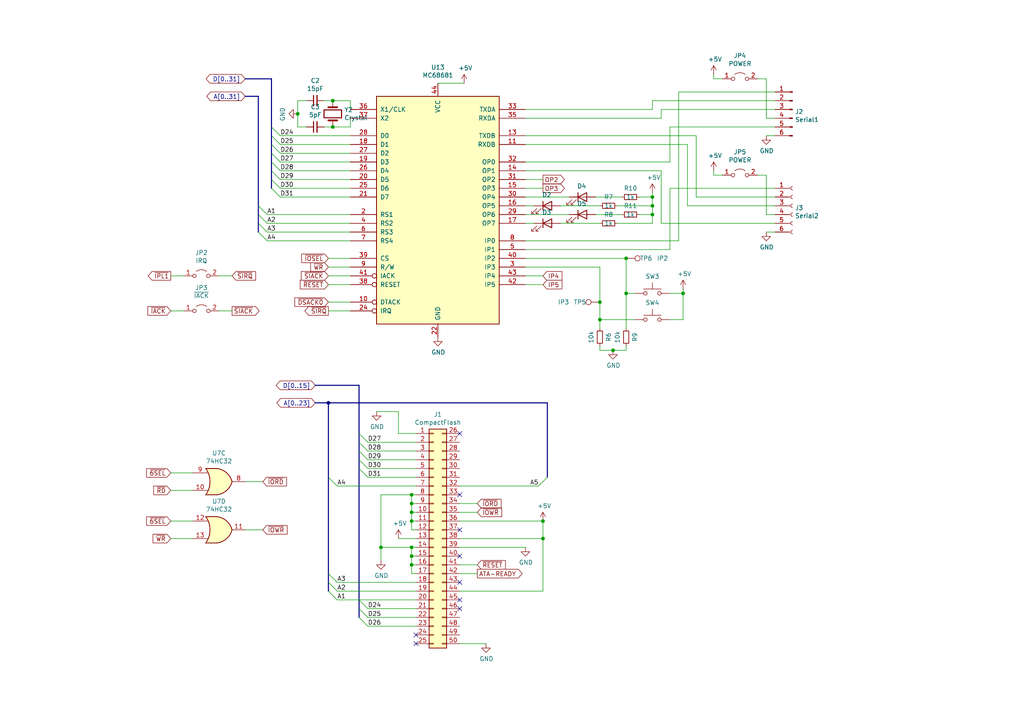
<source format=kicad_sch>
(kicad_sch
	(version 20250114)
	(generator "eeschema")
	(generator_version "9.0")
	(uuid "12af4ae6-1099-4584-a457-d2ae3f58d98e")
	(paper "A4")
	(title_block
		(title "Single Board Computer")
		(rev "2")
	)
	(lib_symbols
		(symbol "74xx:74LS32"
			(pin_names
				(offset 1.016)
			)
			(exclude_from_sim no)
			(in_bom yes)
			(on_board yes)
			(property "Reference" "U"
				(at 0 1.27 0)
				(effects
					(font
						(size 1.27 1.27)
					)
				)
			)
			(property "Value" "74LS32"
				(at 0 -1.27 0)
				(effects
					(font
						(size 1.27 1.27)
					)
				)
			)
			(property "Footprint" ""
				(at 0 0 0)
				(effects
					(font
						(size 1.27 1.27)
					)
					(hide yes)
				)
			)
			(property "Datasheet" "http://www.ti.com/lit/gpn/sn74LS32"
				(at 0 0 0)
				(effects
					(font
						(size 1.27 1.27)
					)
					(hide yes)
				)
			)
			(property "Description" "Quad 2-input OR"
				(at 0 0 0)
				(effects
					(font
						(size 1.27 1.27)
					)
					(hide yes)
				)
			)
			(property "ki_locked" ""
				(at 0 0 0)
				(effects
					(font
						(size 1.27 1.27)
					)
				)
			)
			(property "ki_keywords" "TTL Or2"
				(at 0 0 0)
				(effects
					(font
						(size 1.27 1.27)
					)
					(hide yes)
				)
			)
			(property "ki_fp_filters" "DIP?14*"
				(at 0 0 0)
				(effects
					(font
						(size 1.27 1.27)
					)
					(hide yes)
				)
			)
			(symbol "74LS32_1_1"
				(arc
					(start -3.81 3.81)
					(mid -2.589 0)
					(end -3.81 -3.81)
					(stroke
						(width 0.254)
						(type default)
					)
					(fill
						(type none)
					)
				)
				(polyline
					(pts
						(xy -3.81 3.81) (xy -0.635 3.81)
					)
					(stroke
						(width 0.254)
						(type default)
					)
					(fill
						(type background)
					)
				)
				(polyline
					(pts
						(xy -3.81 -3.81) (xy -0.635 -3.81)
					)
					(stroke
						(width 0.254)
						(type default)
					)
					(fill
						(type background)
					)
				)
				(arc
					(start 3.81 0)
					(mid 2.1855 -2.584)
					(end -0.6096 -3.81)
					(stroke
						(width 0.254)
						(type default)
					)
					(fill
						(type background)
					)
				)
				(arc
					(start -0.6096 3.81)
					(mid 2.1928 2.5924)
					(end 3.81 0)
					(stroke
						(width 0.254)
						(type default)
					)
					(fill
						(type background)
					)
				)
				(polyline
					(pts
						(xy -0.635 3.81) (xy -3.81 3.81) (xy -3.81 3.81) (xy -3.556 3.4036) (xy -3.0226 2.2606) (xy -2.6924 1.0414)
						(xy -2.6162 -0.254) (xy -2.7686 -1.4986) (xy -3.175 -2.7178) (xy -3.81 -3.81) (xy -3.81 -3.81)
						(xy -0.635 -3.81)
					)
					(stroke
						(width -25.4)
						(type default)
					)
					(fill
						(type background)
					)
				)
				(pin input line
					(at -7.62 2.54 0)
					(length 4.318)
					(name "~"
						(effects
							(font
								(size 1.27 1.27)
							)
						)
					)
					(number "1"
						(effects
							(font
								(size 1.27 1.27)
							)
						)
					)
				)
				(pin input line
					(at -7.62 -2.54 0)
					(length 4.318)
					(name "~"
						(effects
							(font
								(size 1.27 1.27)
							)
						)
					)
					(number "2"
						(effects
							(font
								(size 1.27 1.27)
							)
						)
					)
				)
				(pin output line
					(at 7.62 0 180)
					(length 3.81)
					(name "~"
						(effects
							(font
								(size 1.27 1.27)
							)
						)
					)
					(number "3"
						(effects
							(font
								(size 1.27 1.27)
							)
						)
					)
				)
			)
			(symbol "74LS32_1_2"
				(arc
					(start 0 3.81)
					(mid 3.7934 0)
					(end 0 -3.81)
					(stroke
						(width 0.254)
						(type default)
					)
					(fill
						(type background)
					)
				)
				(polyline
					(pts
						(xy 0 3.81) (xy -3.81 3.81) (xy -3.81 -3.81) (xy 0 -3.81)
					)
					(stroke
						(width 0.254)
						(type default)
					)
					(fill
						(type background)
					)
				)
				(pin input inverted
					(at -7.62 2.54 0)
					(length 3.81)
					(name "~"
						(effects
							(font
								(size 1.27 1.27)
							)
						)
					)
					(number "1"
						(effects
							(font
								(size 1.27 1.27)
							)
						)
					)
				)
				(pin input inverted
					(at -7.62 -2.54 0)
					(length 3.81)
					(name "~"
						(effects
							(font
								(size 1.27 1.27)
							)
						)
					)
					(number "2"
						(effects
							(font
								(size 1.27 1.27)
							)
						)
					)
				)
				(pin output inverted
					(at 7.62 0 180)
					(length 3.81)
					(name "~"
						(effects
							(font
								(size 1.27 1.27)
							)
						)
					)
					(number "3"
						(effects
							(font
								(size 1.27 1.27)
							)
						)
					)
				)
			)
			(symbol "74LS32_2_1"
				(arc
					(start -3.81 3.81)
					(mid -2.589 0)
					(end -3.81 -3.81)
					(stroke
						(width 0.254)
						(type default)
					)
					(fill
						(type none)
					)
				)
				(polyline
					(pts
						(xy -3.81 3.81) (xy -0.635 3.81)
					)
					(stroke
						(width 0.254)
						(type default)
					)
					(fill
						(type background)
					)
				)
				(polyline
					(pts
						(xy -3.81 -3.81) (xy -0.635 -3.81)
					)
					(stroke
						(width 0.254)
						(type default)
					)
					(fill
						(type background)
					)
				)
				(arc
					(start 3.81 0)
					(mid 2.1855 -2.584)
					(end -0.6096 -3.81)
					(stroke
						(width 0.254)
						(type default)
					)
					(fill
						(type background)
					)
				)
				(arc
					(start -0.6096 3.81)
					(mid 2.1928 2.5924)
					(end 3.81 0)
					(stroke
						(width 0.254)
						(type default)
					)
					(fill
						(type background)
					)
				)
				(polyline
					(pts
						(xy -0.635 3.81) (xy -3.81 3.81) (xy -3.81 3.81) (xy -3.556 3.4036) (xy -3.0226 2.2606) (xy -2.6924 1.0414)
						(xy -2.6162 -0.254) (xy -2.7686 -1.4986) (xy -3.175 -2.7178) (xy -3.81 -3.81) (xy -3.81 -3.81)
						(xy -0.635 -3.81)
					)
					(stroke
						(width -25.4)
						(type default)
					)
					(fill
						(type background)
					)
				)
				(pin input line
					(at -7.62 2.54 0)
					(length 4.318)
					(name "~"
						(effects
							(font
								(size 1.27 1.27)
							)
						)
					)
					(number "4"
						(effects
							(font
								(size 1.27 1.27)
							)
						)
					)
				)
				(pin input line
					(at -7.62 -2.54 0)
					(length 4.318)
					(name "~"
						(effects
							(font
								(size 1.27 1.27)
							)
						)
					)
					(number "5"
						(effects
							(font
								(size 1.27 1.27)
							)
						)
					)
				)
				(pin output line
					(at 7.62 0 180)
					(length 3.81)
					(name "~"
						(effects
							(font
								(size 1.27 1.27)
							)
						)
					)
					(number "6"
						(effects
							(font
								(size 1.27 1.27)
							)
						)
					)
				)
			)
			(symbol "74LS32_2_2"
				(arc
					(start 0 3.81)
					(mid 3.7934 0)
					(end 0 -3.81)
					(stroke
						(width 0.254)
						(type default)
					)
					(fill
						(type background)
					)
				)
				(polyline
					(pts
						(xy 0 3.81) (xy -3.81 3.81) (xy -3.81 -3.81) (xy 0 -3.81)
					)
					(stroke
						(width 0.254)
						(type default)
					)
					(fill
						(type background)
					)
				)
				(pin input inverted
					(at -7.62 2.54 0)
					(length 3.81)
					(name "~"
						(effects
							(font
								(size 1.27 1.27)
							)
						)
					)
					(number "4"
						(effects
							(font
								(size 1.27 1.27)
							)
						)
					)
				)
				(pin input inverted
					(at -7.62 -2.54 0)
					(length 3.81)
					(name "~"
						(effects
							(font
								(size 1.27 1.27)
							)
						)
					)
					(number "5"
						(effects
							(font
								(size 1.27 1.27)
							)
						)
					)
				)
				(pin output inverted
					(at 7.62 0 180)
					(length 3.81)
					(name "~"
						(effects
							(font
								(size 1.27 1.27)
							)
						)
					)
					(number "6"
						(effects
							(font
								(size 1.27 1.27)
							)
						)
					)
				)
			)
			(symbol "74LS32_3_1"
				(arc
					(start -3.81 3.81)
					(mid -2.589 0)
					(end -3.81 -3.81)
					(stroke
						(width 0.254)
						(type default)
					)
					(fill
						(type none)
					)
				)
				(polyline
					(pts
						(xy -3.81 3.81) (xy -0.635 3.81)
					)
					(stroke
						(width 0.254)
						(type default)
					)
					(fill
						(type background)
					)
				)
				(polyline
					(pts
						(xy -3.81 -3.81) (xy -0.635 -3.81)
					)
					(stroke
						(width 0.254)
						(type default)
					)
					(fill
						(type background)
					)
				)
				(arc
					(start 3.81 0)
					(mid 2.1855 -2.584)
					(end -0.6096 -3.81)
					(stroke
						(width 0.254)
						(type default)
					)
					(fill
						(type background)
					)
				)
				(arc
					(start -0.6096 3.81)
					(mid 2.1928 2.5924)
					(end 3.81 0)
					(stroke
						(width 0.254)
						(type default)
					)
					(fill
						(type background)
					)
				)
				(polyline
					(pts
						(xy -0.635 3.81) (xy -3.81 3.81) (xy -3.81 3.81) (xy -3.556 3.4036) (xy -3.0226 2.2606) (xy -2.6924 1.0414)
						(xy -2.6162 -0.254) (xy -2.7686 -1.4986) (xy -3.175 -2.7178) (xy -3.81 -3.81) (xy -3.81 -3.81)
						(xy -0.635 -3.81)
					)
					(stroke
						(width -25.4)
						(type default)
					)
					(fill
						(type background)
					)
				)
				(pin input line
					(at -7.62 2.54 0)
					(length 4.318)
					(name "~"
						(effects
							(font
								(size 1.27 1.27)
							)
						)
					)
					(number "9"
						(effects
							(font
								(size 1.27 1.27)
							)
						)
					)
				)
				(pin input line
					(at -7.62 -2.54 0)
					(length 4.318)
					(name "~"
						(effects
							(font
								(size 1.27 1.27)
							)
						)
					)
					(number "10"
						(effects
							(font
								(size 1.27 1.27)
							)
						)
					)
				)
				(pin output line
					(at 7.62 0 180)
					(length 3.81)
					(name "~"
						(effects
							(font
								(size 1.27 1.27)
							)
						)
					)
					(number "8"
						(effects
							(font
								(size 1.27 1.27)
							)
						)
					)
				)
			)
			(symbol "74LS32_3_2"
				(arc
					(start 0 3.81)
					(mid 3.7934 0)
					(end 0 -3.81)
					(stroke
						(width 0.254)
						(type default)
					)
					(fill
						(type background)
					)
				)
				(polyline
					(pts
						(xy 0 3.81) (xy -3.81 3.81) (xy -3.81 -3.81) (xy 0 -3.81)
					)
					(stroke
						(width 0.254)
						(type default)
					)
					(fill
						(type background)
					)
				)
				(pin input inverted
					(at -7.62 2.54 0)
					(length 3.81)
					(name "~"
						(effects
							(font
								(size 1.27 1.27)
							)
						)
					)
					(number "9"
						(effects
							(font
								(size 1.27 1.27)
							)
						)
					)
				)
				(pin input inverted
					(at -7.62 -2.54 0)
					(length 3.81)
					(name "~"
						(effects
							(font
								(size 1.27 1.27)
							)
						)
					)
					(number "10"
						(effects
							(font
								(size 1.27 1.27)
							)
						)
					)
				)
				(pin output inverted
					(at 7.62 0 180)
					(length 3.81)
					(name "~"
						(effects
							(font
								(size 1.27 1.27)
							)
						)
					)
					(number "8"
						(effects
							(font
								(size 1.27 1.27)
							)
						)
					)
				)
			)
			(symbol "74LS32_4_1"
				(arc
					(start -3.81 3.81)
					(mid -2.589 0)
					(end -3.81 -3.81)
					(stroke
						(width 0.254)
						(type default)
					)
					(fill
						(type none)
					)
				)
				(polyline
					(pts
						(xy -3.81 3.81) (xy -0.635 3.81)
					)
					(stroke
						(width 0.254)
						(type default)
					)
					(fill
						(type background)
					)
				)
				(polyline
					(pts
						(xy -3.81 -3.81) (xy -0.635 -3.81)
					)
					(stroke
						(width 0.254)
						(type default)
					)
					(fill
						(type background)
					)
				)
				(arc
					(start 3.81 0)
					(mid 2.1855 -2.584)
					(end -0.6096 -3.81)
					(stroke
						(width 0.254)
						(type default)
					)
					(fill
						(type background)
					)
				)
				(arc
					(start -0.6096 3.81)
					(mid 2.1928 2.5924)
					(end 3.81 0)
					(stroke
						(width 0.254)
						(type default)
					)
					(fill
						(type background)
					)
				)
				(polyline
					(pts
						(xy -0.635 3.81) (xy -3.81 3.81) (xy -3.81 3.81) (xy -3.556 3.4036) (xy -3.0226 2.2606) (xy -2.6924 1.0414)
						(xy -2.6162 -0.254) (xy -2.7686 -1.4986) (xy -3.175 -2.7178) (xy -3.81 -3.81) (xy -3.81 -3.81)
						(xy -0.635 -3.81)
					)
					(stroke
						(width -25.4)
						(type default)
					)
					(fill
						(type background)
					)
				)
				(pin input line
					(at -7.62 2.54 0)
					(length 4.318)
					(name "~"
						(effects
							(font
								(size 1.27 1.27)
							)
						)
					)
					(number "12"
						(effects
							(font
								(size 1.27 1.27)
							)
						)
					)
				)
				(pin input line
					(at -7.62 -2.54 0)
					(length 4.318)
					(name "~"
						(effects
							(font
								(size 1.27 1.27)
							)
						)
					)
					(number "13"
						(effects
							(font
								(size 1.27 1.27)
							)
						)
					)
				)
				(pin output line
					(at 7.62 0 180)
					(length 3.81)
					(name "~"
						(effects
							(font
								(size 1.27 1.27)
							)
						)
					)
					(number "11"
						(effects
							(font
								(size 1.27 1.27)
							)
						)
					)
				)
			)
			(symbol "74LS32_4_2"
				(arc
					(start 0 3.81)
					(mid 3.7934 0)
					(end 0 -3.81)
					(stroke
						(width 0.254)
						(type default)
					)
					(fill
						(type background)
					)
				)
				(polyline
					(pts
						(xy 0 3.81) (xy -3.81 3.81) (xy -3.81 -3.81) (xy 0 -3.81)
					)
					(stroke
						(width 0.254)
						(type default)
					)
					(fill
						(type background)
					)
				)
				(pin input inverted
					(at -7.62 2.54 0)
					(length 3.81)
					(name "~"
						(effects
							(font
								(size 1.27 1.27)
							)
						)
					)
					(number "12"
						(effects
							(font
								(size 1.27 1.27)
							)
						)
					)
				)
				(pin input inverted
					(at -7.62 -2.54 0)
					(length 3.81)
					(name "~"
						(effects
							(font
								(size 1.27 1.27)
							)
						)
					)
					(number "13"
						(effects
							(font
								(size 1.27 1.27)
							)
						)
					)
				)
				(pin output inverted
					(at 7.62 0 180)
					(length 3.81)
					(name "~"
						(effects
							(font
								(size 1.27 1.27)
							)
						)
					)
					(number "11"
						(effects
							(font
								(size 1.27 1.27)
							)
						)
					)
				)
			)
			(symbol "74LS32_5_0"
				(pin power_in line
					(at 0 12.7 270)
					(length 5.08)
					(name "VCC"
						(effects
							(font
								(size 1.27 1.27)
							)
						)
					)
					(number "14"
						(effects
							(font
								(size 1.27 1.27)
							)
						)
					)
				)
				(pin power_in line
					(at 0 -12.7 90)
					(length 5.08)
					(name "GND"
						(effects
							(font
								(size 1.27 1.27)
							)
						)
					)
					(number "7"
						(effects
							(font
								(size 1.27 1.27)
							)
						)
					)
				)
			)
			(symbol "74LS32_5_1"
				(rectangle
					(start -5.08 7.62)
					(end 5.08 -7.62)
					(stroke
						(width 0.254)
						(type default)
					)
					(fill
						(type background)
					)
				)
			)
			(embedded_fonts no)
		)
		(symbol "Computie_68k:MC68681-PLCC"
			(pin_names
				(offset 1.016)
			)
			(exclude_from_sim no)
			(in_bom yes)
			(on_board yes)
			(property "Reference" "U"
				(at 0 3.81 0)
				(effects
					(font
						(size 1.27 1.27)
					)
				)
			)
			(property "Value" "MC68681-PLCC"
				(at 0 -2.54 0)
				(effects
					(font
						(size 1.27 1.27)
					)
				)
			)
			(property "Footprint" "Package_LCC:PLCC-68_THT-Socket"
				(at 0 0 0)
				(effects
					(font
						(size 1.27 1.27)
					)
					(hide yes)
				)
			)
			(property "Datasheet" ""
				(at 0 0 0)
				(effects
					(font
						(size 1.27 1.27)
					)
					(hide yes)
				)
			)
			(property "Description" "MC68681 Dual Serial Port Controller"
				(at 0 0 0)
				(effects
					(font
						(size 1.27 1.27)
					)
					(hide yes)
				)
			)
			(symbol "MC68681-PLCC_0_1"
				(rectangle
					(start -17.78 -31.75)
					(end 17.78 34.29)
					(stroke
						(width 0.254)
						(type default)
					)
					(fill
						(type background)
					)
				)
			)
			(symbol "MC68681-PLCC_1_1"
				(pin input line
					(at -25.4 30.48 0)
					(length 7.62)
					(name "X1/CLK"
						(effects
							(font
								(size 1.27 1.27)
							)
						)
					)
					(number "36"
						(effects
							(font
								(size 1.27 1.27)
							)
						)
					)
				)
				(pin input line
					(at -25.4 27.94 0)
					(length 7.62)
					(name "X2"
						(effects
							(font
								(size 1.27 1.27)
							)
						)
					)
					(number "37"
						(effects
							(font
								(size 1.27 1.27)
							)
						)
					)
				)
				(pin tri_state line
					(at -25.4 22.86 0)
					(length 7.62)
					(name "D0"
						(effects
							(font
								(size 1.27 1.27)
							)
						)
					)
					(number "28"
						(effects
							(font
								(size 1.27 1.27)
							)
						)
					)
				)
				(pin tri_state line
					(at -25.4 20.32 0)
					(length 7.62)
					(name "D1"
						(effects
							(font
								(size 1.27 1.27)
							)
						)
					)
					(number "18"
						(effects
							(font
								(size 1.27 1.27)
							)
						)
					)
				)
				(pin tri_state line
					(at -25.4 17.78 0)
					(length 7.62)
					(name "D2"
						(effects
							(font
								(size 1.27 1.27)
							)
						)
					)
					(number "27"
						(effects
							(font
								(size 1.27 1.27)
							)
						)
					)
				)
				(pin tri_state line
					(at -25.4 15.24 0)
					(length 7.62)
					(name "D3"
						(effects
							(font
								(size 1.27 1.27)
							)
						)
					)
					(number "19"
						(effects
							(font
								(size 1.27 1.27)
							)
						)
					)
				)
				(pin tri_state line
					(at -25.4 12.7 0)
					(length 7.62)
					(name "D4"
						(effects
							(font
								(size 1.27 1.27)
							)
						)
					)
					(number "26"
						(effects
							(font
								(size 1.27 1.27)
							)
						)
					)
				)
				(pin tri_state line
					(at -25.4 10.16 0)
					(length 7.62)
					(name "D5"
						(effects
							(font
								(size 1.27 1.27)
							)
						)
					)
					(number "20"
						(effects
							(font
								(size 1.27 1.27)
							)
						)
					)
				)
				(pin tri_state line
					(at -25.4 7.62 0)
					(length 7.62)
					(name "D6"
						(effects
							(font
								(size 1.27 1.27)
							)
						)
					)
					(number "25"
						(effects
							(font
								(size 1.27 1.27)
							)
						)
					)
				)
				(pin tri_state line
					(at -25.4 5.08 0)
					(length 7.62)
					(name "D7"
						(effects
							(font
								(size 1.27 1.27)
							)
						)
					)
					(number "21"
						(effects
							(font
								(size 1.27 1.27)
							)
						)
					)
				)
				(pin input line
					(at -25.4 0 0)
					(length 7.62)
					(name "RS1"
						(effects
							(font
								(size 1.27 1.27)
							)
						)
					)
					(number "2"
						(effects
							(font
								(size 1.27 1.27)
							)
						)
					)
				)
				(pin input line
					(at -25.4 -2.54 0)
					(length 7.62)
					(name "RS2"
						(effects
							(font
								(size 1.27 1.27)
							)
						)
					)
					(number "4"
						(effects
							(font
								(size 1.27 1.27)
							)
						)
					)
				)
				(pin input line
					(at -25.4 -5.08 0)
					(length 7.62)
					(name "RS3"
						(effects
							(font
								(size 1.27 1.27)
							)
						)
					)
					(number "6"
						(effects
							(font
								(size 1.27 1.27)
							)
						)
					)
				)
				(pin input line
					(at -25.4 -7.62 0)
					(length 7.62)
					(name "RS4"
						(effects
							(font
								(size 1.27 1.27)
							)
						)
					)
					(number "7"
						(effects
							(font
								(size 1.27 1.27)
							)
						)
					)
				)
				(pin input line
					(at -25.4 -12.7 0)
					(length 7.62)
					(name "CS"
						(effects
							(font
								(size 1.27 1.27)
							)
						)
					)
					(number "39"
						(effects
							(font
								(size 1.27 1.27)
							)
						)
					)
				)
				(pin input line
					(at -25.4 -15.24 0)
					(length 7.62)
					(name "R/W"
						(effects
							(font
								(size 1.27 1.27)
							)
						)
					)
					(number "9"
						(effects
							(font
								(size 1.27 1.27)
							)
						)
					)
				)
				(pin input inverted
					(at -25.4 -17.78 0)
					(length 7.62)
					(name "IACK"
						(effects
							(font
								(size 1.27 1.27)
							)
						)
					)
					(number "41"
						(effects
							(font
								(size 1.27 1.27)
							)
						)
					)
				)
				(pin input inverted
					(at -25.4 -20.32 0)
					(length 7.62)
					(name "RESET"
						(effects
							(font
								(size 1.27 1.27)
							)
						)
					)
					(number "38"
						(effects
							(font
								(size 1.27 1.27)
							)
						)
					)
				)
				(pin open_collector inverted
					(at -25.4 -25.4 0)
					(length 7.62)
					(name "DTACK"
						(effects
							(font
								(size 1.27 1.27)
							)
						)
					)
					(number "10"
						(effects
							(font
								(size 1.27 1.27)
							)
						)
					)
				)
				(pin output inverted
					(at -25.4 -27.94 0)
					(length 7.62)
					(name "IRQ"
						(effects
							(font
								(size 1.27 1.27)
							)
						)
					)
					(number "24"
						(effects
							(font
								(size 1.27 1.27)
							)
						)
					)
				)
				(pin power_in line
					(at 0 38.1 270)
					(length 3.81)
					(name "VCC"
						(effects
							(font
								(size 1.27 1.27)
							)
						)
					)
					(number "44"
						(effects
							(font
								(size 1.27 1.27)
							)
						)
					)
				)
				(pin power_in line
					(at 0 -35.56 90)
					(length 3.81)
					(name "GND"
						(effects
							(font
								(size 1.27 1.27)
							)
						)
					)
					(number "22"
						(effects
							(font
								(size 1.27 1.27)
							)
						)
					)
				)
				(pin output line
					(at 25.4 30.48 180)
					(length 7.62)
					(name "TXDA"
						(effects
							(font
								(size 1.27 1.27)
							)
						)
					)
					(number "33"
						(effects
							(font
								(size 1.27 1.27)
							)
						)
					)
				)
				(pin input line
					(at 25.4 27.94 180)
					(length 7.62)
					(name "RXDA"
						(effects
							(font
								(size 1.27 1.27)
							)
						)
					)
					(number "35"
						(effects
							(font
								(size 1.27 1.27)
							)
						)
					)
				)
				(pin output line
					(at 25.4 22.86 180)
					(length 7.62)
					(name "TXDB"
						(effects
							(font
								(size 1.27 1.27)
							)
						)
					)
					(number "13"
						(effects
							(font
								(size 1.27 1.27)
							)
						)
					)
				)
				(pin input line
					(at 25.4 20.32 180)
					(length 7.62)
					(name "RXDB"
						(effects
							(font
								(size 1.27 1.27)
							)
						)
					)
					(number "11"
						(effects
							(font
								(size 1.27 1.27)
							)
						)
					)
				)
				(pin output line
					(at 25.4 15.24 180)
					(length 7.62)
					(name "OP0"
						(effects
							(font
								(size 1.27 1.27)
							)
						)
					)
					(number "32"
						(effects
							(font
								(size 1.27 1.27)
							)
						)
					)
				)
				(pin output line
					(at 25.4 12.7 180)
					(length 7.62)
					(name "OP1"
						(effects
							(font
								(size 1.27 1.27)
							)
						)
					)
					(number "14"
						(effects
							(font
								(size 1.27 1.27)
							)
						)
					)
				)
				(pin output line
					(at 25.4 10.16 180)
					(length 7.62)
					(name "OP2"
						(effects
							(font
								(size 1.27 1.27)
							)
						)
					)
					(number "31"
						(effects
							(font
								(size 1.27 1.27)
							)
						)
					)
				)
				(pin output line
					(at 25.4 7.62 180)
					(length 7.62)
					(name "OP3"
						(effects
							(font
								(size 1.27 1.27)
							)
						)
					)
					(number "15"
						(effects
							(font
								(size 1.27 1.27)
							)
						)
					)
				)
				(pin output line
					(at 25.4 5.08 180)
					(length 7.62)
					(name "OP4"
						(effects
							(font
								(size 1.27 1.27)
							)
						)
					)
					(number "30"
						(effects
							(font
								(size 1.27 1.27)
							)
						)
					)
				)
				(pin output line
					(at 25.4 2.54 180)
					(length 7.62)
					(name "OP5"
						(effects
							(font
								(size 1.27 1.27)
							)
						)
					)
					(number "16"
						(effects
							(font
								(size 1.27 1.27)
							)
						)
					)
				)
				(pin output line
					(at 25.4 0 180)
					(length 7.62)
					(name "OP6"
						(effects
							(font
								(size 1.27 1.27)
							)
						)
					)
					(number "29"
						(effects
							(font
								(size 1.27 1.27)
							)
						)
					)
				)
				(pin output line
					(at 25.4 -2.54 180)
					(length 7.62)
					(name "OP7"
						(effects
							(font
								(size 1.27 1.27)
							)
						)
					)
					(number "17"
						(effects
							(font
								(size 1.27 1.27)
							)
						)
					)
				)
				(pin input line
					(at 25.4 -7.62 180)
					(length 7.62)
					(name "IP0"
						(effects
							(font
								(size 1.27 1.27)
							)
						)
					)
					(number "8"
						(effects
							(font
								(size 1.27 1.27)
							)
						)
					)
				)
				(pin input line
					(at 25.4 -10.16 180)
					(length 7.62)
					(name "IP1"
						(effects
							(font
								(size 1.27 1.27)
							)
						)
					)
					(number "5"
						(effects
							(font
								(size 1.27 1.27)
							)
						)
					)
				)
				(pin input line
					(at 25.4 -12.7 180)
					(length 7.62)
					(name "IP2"
						(effects
							(font
								(size 1.27 1.27)
							)
						)
					)
					(number "40"
						(effects
							(font
								(size 1.27 1.27)
							)
						)
					)
				)
				(pin input line
					(at 25.4 -15.24 180)
					(length 7.62)
					(name "IP3"
						(effects
							(font
								(size 1.27 1.27)
							)
						)
					)
					(number "3"
						(effects
							(font
								(size 1.27 1.27)
							)
						)
					)
				)
				(pin input line
					(at 25.4 -17.78 180)
					(length 7.62)
					(name "IP4"
						(effects
							(font
								(size 1.27 1.27)
							)
						)
					)
					(number "43"
						(effects
							(font
								(size 1.27 1.27)
							)
						)
					)
				)
				(pin input line
					(at 25.4 -20.32 180)
					(length 7.62)
					(name "IP5"
						(effects
							(font
								(size 1.27 1.27)
							)
						)
					)
					(number "42"
						(effects
							(font
								(size 1.27 1.27)
							)
						)
					)
				)
			)
			(embedded_fonts no)
		)
		(symbol "Connector:Conn_01x06_Female"
			(pin_names
				(offset 1.016)
				(hide yes)
			)
			(exclude_from_sim no)
			(in_bom yes)
			(on_board yes)
			(property "Reference" "J"
				(at 0 7.62 0)
				(effects
					(font
						(size 1.27 1.27)
					)
				)
			)
			(property "Value" "Conn_01x06_Female"
				(at 0 -10.16 0)
				(effects
					(font
						(size 1.27 1.27)
					)
				)
			)
			(property "Footprint" ""
				(at 0 0 0)
				(effects
					(font
						(size 1.27 1.27)
					)
					(hide yes)
				)
			)
			(property "Datasheet" "~"
				(at 0 0 0)
				(effects
					(font
						(size 1.27 1.27)
					)
					(hide yes)
				)
			)
			(property "Description" "Generic connector, single row, 01x06, script generated (kicad-library-utils/schlib/autogen/connector/)"
				(at 0 0 0)
				(effects
					(font
						(size 1.27 1.27)
					)
					(hide yes)
				)
			)
			(property "ki_keywords" "connector"
				(at 0 0 0)
				(effects
					(font
						(size 1.27 1.27)
					)
					(hide yes)
				)
			)
			(property "ki_fp_filters" "Connector*:*_1x??_*"
				(at 0 0 0)
				(effects
					(font
						(size 1.27 1.27)
					)
					(hide yes)
				)
			)
			(symbol "Conn_01x06_Female_1_1"
				(polyline
					(pts
						(xy -1.27 5.08) (xy -0.508 5.08)
					)
					(stroke
						(width 0.1524)
						(type default)
					)
					(fill
						(type none)
					)
				)
				(polyline
					(pts
						(xy -1.27 2.54) (xy -0.508 2.54)
					)
					(stroke
						(width 0.1524)
						(type default)
					)
					(fill
						(type none)
					)
				)
				(polyline
					(pts
						(xy -1.27 0) (xy -0.508 0)
					)
					(stroke
						(width 0.1524)
						(type default)
					)
					(fill
						(type none)
					)
				)
				(polyline
					(pts
						(xy -1.27 -2.54) (xy -0.508 -2.54)
					)
					(stroke
						(width 0.1524)
						(type default)
					)
					(fill
						(type none)
					)
				)
				(polyline
					(pts
						(xy -1.27 -5.08) (xy -0.508 -5.08)
					)
					(stroke
						(width 0.1524)
						(type default)
					)
					(fill
						(type none)
					)
				)
				(polyline
					(pts
						(xy -1.27 -7.62) (xy -0.508 -7.62)
					)
					(stroke
						(width 0.1524)
						(type default)
					)
					(fill
						(type none)
					)
				)
				(arc
					(start 0 4.572)
					(mid -0.5058 5.08)
					(end 0 5.588)
					(stroke
						(width 0.1524)
						(type default)
					)
					(fill
						(type none)
					)
				)
				(arc
					(start 0 2.032)
					(mid -0.5058 2.54)
					(end 0 3.048)
					(stroke
						(width 0.1524)
						(type default)
					)
					(fill
						(type none)
					)
				)
				(arc
					(start 0 -0.508)
					(mid -0.5058 0)
					(end 0 0.508)
					(stroke
						(width 0.1524)
						(type default)
					)
					(fill
						(type none)
					)
				)
				(arc
					(start 0 -3.048)
					(mid -0.5058 -2.54)
					(end 0 -2.032)
					(stroke
						(width 0.1524)
						(type default)
					)
					(fill
						(type none)
					)
				)
				(arc
					(start 0 -5.588)
					(mid -0.5058 -5.08)
					(end 0 -4.572)
					(stroke
						(width 0.1524)
						(type default)
					)
					(fill
						(type none)
					)
				)
				(arc
					(start 0 -8.128)
					(mid -0.5058 -7.62)
					(end 0 -7.112)
					(stroke
						(width 0.1524)
						(type default)
					)
					(fill
						(type none)
					)
				)
				(pin passive line
					(at -5.08 5.08 0)
					(length 3.81)
					(name "Pin_1"
						(effects
							(font
								(size 1.27 1.27)
							)
						)
					)
					(number "1"
						(effects
							(font
								(size 1.27 1.27)
							)
						)
					)
				)
				(pin passive line
					(at -5.08 2.54 0)
					(length 3.81)
					(name "Pin_2"
						(effects
							(font
								(size 1.27 1.27)
							)
						)
					)
					(number "2"
						(effects
							(font
								(size 1.27 1.27)
							)
						)
					)
				)
				(pin passive line
					(at -5.08 0 0)
					(length 3.81)
					(name "Pin_3"
						(effects
							(font
								(size 1.27 1.27)
							)
						)
					)
					(number "3"
						(effects
							(font
								(size 1.27 1.27)
							)
						)
					)
				)
				(pin passive line
					(at -5.08 -2.54 0)
					(length 3.81)
					(name "Pin_4"
						(effects
							(font
								(size 1.27 1.27)
							)
						)
					)
					(number "4"
						(effects
							(font
								(size 1.27 1.27)
							)
						)
					)
				)
				(pin passive line
					(at -5.08 -5.08 0)
					(length 3.81)
					(name "Pin_5"
						(effects
							(font
								(size 1.27 1.27)
							)
						)
					)
					(number "5"
						(effects
							(font
								(size 1.27 1.27)
							)
						)
					)
				)
				(pin passive line
					(at -5.08 -7.62 0)
					(length 3.81)
					(name "Pin_6"
						(effects
							(font
								(size 1.27 1.27)
							)
						)
					)
					(number "6"
						(effects
							(font
								(size 1.27 1.27)
							)
						)
					)
				)
			)
			(embedded_fonts no)
		)
		(symbol "Connector:Conn_01x06_Male"
			(pin_names
				(offset 1.016)
				(hide yes)
			)
			(exclude_from_sim no)
			(in_bom yes)
			(on_board yes)
			(property "Reference" "J"
				(at 0 7.62 0)
				(effects
					(font
						(size 1.27 1.27)
					)
				)
			)
			(property "Value" "Conn_01x06_Male"
				(at 0 -10.16 0)
				(effects
					(font
						(size 1.27 1.27)
					)
				)
			)
			(property "Footprint" ""
				(at 0 0 0)
				(effects
					(font
						(size 1.27 1.27)
					)
					(hide yes)
				)
			)
			(property "Datasheet" "~"
				(at 0 0 0)
				(effects
					(font
						(size 1.27 1.27)
					)
					(hide yes)
				)
			)
			(property "Description" "Generic connector, single row, 01x06, script generated (kicad-library-utils/schlib/autogen/connector/)"
				(at 0 0 0)
				(effects
					(font
						(size 1.27 1.27)
					)
					(hide yes)
				)
			)
			(property "ki_keywords" "connector"
				(at 0 0 0)
				(effects
					(font
						(size 1.27 1.27)
					)
					(hide yes)
				)
			)
			(property "ki_fp_filters" "Connector*:*_1x??_*"
				(at 0 0 0)
				(effects
					(font
						(size 1.27 1.27)
					)
					(hide yes)
				)
			)
			(symbol "Conn_01x06_Male_1_1"
				(rectangle
					(start 0.8636 5.207)
					(end 0 4.953)
					(stroke
						(width 0.1524)
						(type default)
					)
					(fill
						(type outline)
					)
				)
				(rectangle
					(start 0.8636 2.667)
					(end 0 2.413)
					(stroke
						(width 0.1524)
						(type default)
					)
					(fill
						(type outline)
					)
				)
				(rectangle
					(start 0.8636 0.127)
					(end 0 -0.127)
					(stroke
						(width 0.1524)
						(type default)
					)
					(fill
						(type outline)
					)
				)
				(rectangle
					(start 0.8636 -2.413)
					(end 0 -2.667)
					(stroke
						(width 0.1524)
						(type default)
					)
					(fill
						(type outline)
					)
				)
				(rectangle
					(start 0.8636 -4.953)
					(end 0 -5.207)
					(stroke
						(width 0.1524)
						(type default)
					)
					(fill
						(type outline)
					)
				)
				(rectangle
					(start 0.8636 -7.493)
					(end 0 -7.747)
					(stroke
						(width 0.1524)
						(type default)
					)
					(fill
						(type outline)
					)
				)
				(polyline
					(pts
						(xy 1.27 5.08) (xy 0.8636 5.08)
					)
					(stroke
						(width 0.1524)
						(type default)
					)
					(fill
						(type none)
					)
				)
				(polyline
					(pts
						(xy 1.27 2.54) (xy 0.8636 2.54)
					)
					(stroke
						(width 0.1524)
						(type default)
					)
					(fill
						(type none)
					)
				)
				(polyline
					(pts
						(xy 1.27 0) (xy 0.8636 0)
					)
					(stroke
						(width 0.1524)
						(type default)
					)
					(fill
						(type none)
					)
				)
				(polyline
					(pts
						(xy 1.27 -2.54) (xy 0.8636 -2.54)
					)
					(stroke
						(width 0.1524)
						(type default)
					)
					(fill
						(type none)
					)
				)
				(polyline
					(pts
						(xy 1.27 -5.08) (xy 0.8636 -5.08)
					)
					(stroke
						(width 0.1524)
						(type default)
					)
					(fill
						(type none)
					)
				)
				(polyline
					(pts
						(xy 1.27 -7.62) (xy 0.8636 -7.62)
					)
					(stroke
						(width 0.1524)
						(type default)
					)
					(fill
						(type none)
					)
				)
				(pin passive line
					(at 5.08 5.08 180)
					(length 3.81)
					(name "Pin_1"
						(effects
							(font
								(size 1.27 1.27)
							)
						)
					)
					(number "1"
						(effects
							(font
								(size 1.27 1.27)
							)
						)
					)
				)
				(pin passive line
					(at 5.08 2.54 180)
					(length 3.81)
					(name "Pin_2"
						(effects
							(font
								(size 1.27 1.27)
							)
						)
					)
					(number "2"
						(effects
							(font
								(size 1.27 1.27)
							)
						)
					)
				)
				(pin passive line
					(at 5.08 0 180)
					(length 3.81)
					(name "Pin_3"
						(effects
							(font
								(size 1.27 1.27)
							)
						)
					)
					(number "3"
						(effects
							(font
								(size 1.27 1.27)
							)
						)
					)
				)
				(pin passive line
					(at 5.08 -2.54 180)
					(length 3.81)
					(name "Pin_4"
						(effects
							(font
								(size 1.27 1.27)
							)
						)
					)
					(number "4"
						(effects
							(font
								(size 1.27 1.27)
							)
						)
					)
				)
				(pin passive line
					(at 5.08 -5.08 180)
					(length 3.81)
					(name "Pin_5"
						(effects
							(font
								(size 1.27 1.27)
							)
						)
					)
					(number "5"
						(effects
							(font
								(size 1.27 1.27)
							)
						)
					)
				)
				(pin passive line
					(at 5.08 -7.62 180)
					(length 3.81)
					(name "Pin_6"
						(effects
							(font
								(size 1.27 1.27)
							)
						)
					)
					(number "6"
						(effects
							(font
								(size 1.27 1.27)
							)
						)
					)
				)
			)
			(embedded_fonts no)
		)
		(symbol "Connector:TestPoint"
			(pin_numbers
				(hide yes)
			)
			(pin_names
				(offset 0.762)
				(hide yes)
			)
			(exclude_from_sim no)
			(in_bom yes)
			(on_board yes)
			(property "Reference" "TP"
				(at 0 6.858 0)
				(effects
					(font
						(size 1.27 1.27)
					)
				)
			)
			(property "Value" "TestPoint"
				(at 0 5.08 0)
				(effects
					(font
						(size 1.27 1.27)
					)
				)
			)
			(property "Footprint" ""
				(at 5.08 0 0)
				(effects
					(font
						(size 1.27 1.27)
					)
					(hide yes)
				)
			)
			(property "Datasheet" "~"
				(at 5.08 0 0)
				(effects
					(font
						(size 1.27 1.27)
					)
					(hide yes)
				)
			)
			(property "Description" "test point"
				(at 0 0 0)
				(effects
					(font
						(size 1.27 1.27)
					)
					(hide yes)
				)
			)
			(property "ki_keywords" "test point tp"
				(at 0 0 0)
				(effects
					(font
						(size 1.27 1.27)
					)
					(hide yes)
				)
			)
			(property "ki_fp_filters" "Pin* Test*"
				(at 0 0 0)
				(effects
					(font
						(size 1.27 1.27)
					)
					(hide yes)
				)
			)
			(symbol "TestPoint_0_1"
				(circle
					(center 0 3.302)
					(radius 0.762)
					(stroke
						(width 0)
						(type default)
					)
					(fill
						(type none)
					)
				)
			)
			(symbol "TestPoint_1_1"
				(pin passive line
					(at 0 0 90)
					(length 2.54)
					(name "1"
						(effects
							(font
								(size 1.27 1.27)
							)
						)
					)
					(number "1"
						(effects
							(font
								(size 1.27 1.27)
							)
						)
					)
				)
			)
			(embedded_fonts no)
		)
		(symbol "Connector_Generic:Conn_02x25_Top_Bottom"
			(pin_names
				(offset 1.016)
				(hide yes)
			)
			(exclude_from_sim no)
			(in_bom yes)
			(on_board yes)
			(property "Reference" "J"
				(at 1.27 33.02 0)
				(effects
					(font
						(size 1.27 1.27)
					)
				)
			)
			(property "Value" "Conn_02x25_Top_Bottom"
				(at 1.27 -33.02 0)
				(effects
					(font
						(size 1.27 1.27)
					)
				)
			)
			(property "Footprint" ""
				(at 0 0 0)
				(effects
					(font
						(size 1.27 1.27)
					)
					(hide yes)
				)
			)
			(property "Datasheet" "~"
				(at 0 0 0)
				(effects
					(font
						(size 1.27 1.27)
					)
					(hide yes)
				)
			)
			(property "Description" "Generic connector, double row, 02x25, top/bottom pin numbering scheme (row 1: 1...pins_per_row, row2: pins_per_row+1 ... num_pins), script generated (kicad-library-utils/schlib/autogen/connector/)"
				(at 0 0 0)
				(effects
					(font
						(size 1.27 1.27)
					)
					(hide yes)
				)
			)
			(property "ki_keywords" "connector"
				(at 0 0 0)
				(effects
					(font
						(size 1.27 1.27)
					)
					(hide yes)
				)
			)
			(property "ki_fp_filters" "Connector*:*_2x??_*"
				(at 0 0 0)
				(effects
					(font
						(size 1.27 1.27)
					)
					(hide yes)
				)
			)
			(symbol "Conn_02x25_Top_Bottom_1_1"
				(rectangle
					(start -1.27 31.75)
					(end 3.81 -31.75)
					(stroke
						(width 0.254)
						(type default)
					)
					(fill
						(type background)
					)
				)
				(rectangle
					(start -1.27 30.607)
					(end 0 30.353)
					(stroke
						(width 0.1524)
						(type default)
					)
					(fill
						(type none)
					)
				)
				(rectangle
					(start -1.27 28.067)
					(end 0 27.813)
					(stroke
						(width 0.1524)
						(type default)
					)
					(fill
						(type none)
					)
				)
				(rectangle
					(start -1.27 25.527)
					(end 0 25.273)
					(stroke
						(width 0.1524)
						(type default)
					)
					(fill
						(type none)
					)
				)
				(rectangle
					(start -1.27 22.987)
					(end 0 22.733)
					(stroke
						(width 0.1524)
						(type default)
					)
					(fill
						(type none)
					)
				)
				(rectangle
					(start -1.27 20.447)
					(end 0 20.193)
					(stroke
						(width 0.1524)
						(type default)
					)
					(fill
						(type none)
					)
				)
				(rectangle
					(start -1.27 17.907)
					(end 0 17.653)
					(stroke
						(width 0.1524)
						(type default)
					)
					(fill
						(type none)
					)
				)
				(rectangle
					(start -1.27 15.367)
					(end 0 15.113)
					(stroke
						(width 0.1524)
						(type default)
					)
					(fill
						(type none)
					)
				)
				(rectangle
					(start -1.27 12.827)
					(end 0 12.573)
					(stroke
						(width 0.1524)
						(type default)
					)
					(fill
						(type none)
					)
				)
				(rectangle
					(start -1.27 10.287)
					(end 0 10.033)
					(stroke
						(width 0.1524)
						(type default)
					)
					(fill
						(type none)
					)
				)
				(rectangle
					(start -1.27 7.747)
					(end 0 7.493)
					(stroke
						(width 0.1524)
						(type default)
					)
					(fill
						(type none)
					)
				)
				(rectangle
					(start -1.27 5.207)
					(end 0 4.953)
					(stroke
						(width 0.1524)
						(type default)
					)
					(fill
						(type none)
					)
				)
				(rectangle
					(start -1.27 2.667)
					(end 0 2.413)
					(stroke
						(width 0.1524)
						(type default)
					)
					(fill
						(type none)
					)
				)
				(rectangle
					(start -1.27 0.127)
					(end 0 -0.127)
					(stroke
						(width 0.1524)
						(type default)
					)
					(fill
						(type none)
					)
				)
				(rectangle
					(start -1.27 -2.413)
					(end 0 -2.667)
					(stroke
						(width 0.1524)
						(type default)
					)
					(fill
						(type none)
					)
				)
				(rectangle
					(start -1.27 -4.953)
					(end 0 -5.207)
					(stroke
						(width 0.1524)
						(type default)
					)
					(fill
						(type none)
					)
				)
				(rectangle
					(start -1.27 -7.493)
					(end 0 -7.747)
					(stroke
						(width 0.1524)
						(type default)
					)
					(fill
						(type none)
					)
				)
				(rectangle
					(start -1.27 -10.033)
					(end 0 -10.287)
					(stroke
						(width 0.1524)
						(type default)
					)
					(fill
						(type none)
					)
				)
				(rectangle
					(start -1.27 -12.573)
					(end 0 -12.827)
					(stroke
						(width 0.1524)
						(type default)
					)
					(fill
						(type none)
					)
				)
				(rectangle
					(start -1.27 -15.113)
					(end 0 -15.367)
					(stroke
						(width 0.1524)
						(type default)
					)
					(fill
						(type none)
					)
				)
				(rectangle
					(start -1.27 -17.653)
					(end 0 -17.907)
					(stroke
						(width 0.1524)
						(type default)
					)
					(fill
						(type none)
					)
				)
				(rectangle
					(start -1.27 -20.193)
					(end 0 -20.447)
					(stroke
						(width 0.1524)
						(type default)
					)
					(fill
						(type none)
					)
				)
				(rectangle
					(start -1.27 -22.733)
					(end 0 -22.987)
					(stroke
						(width 0.1524)
						(type default)
					)
					(fill
						(type none)
					)
				)
				(rectangle
					(start -1.27 -25.273)
					(end 0 -25.527)
					(stroke
						(width 0.1524)
						(type default)
					)
					(fill
						(type none)
					)
				)
				(rectangle
					(start -1.27 -27.813)
					(end 0 -28.067)
					(stroke
						(width 0.1524)
						(type default)
					)
					(fill
						(type none)
					)
				)
				(rectangle
					(start -1.27 -30.353)
					(end 0 -30.607)
					(stroke
						(width 0.1524)
						(type default)
					)
					(fill
						(type none)
					)
				)
				(rectangle
					(start 3.81 30.607)
					(end 2.54 30.353)
					(stroke
						(width 0.1524)
						(type default)
					)
					(fill
						(type none)
					)
				)
				(rectangle
					(start 3.81 28.067)
					(end 2.54 27.813)
					(stroke
						(width 0.1524)
						(type default)
					)
					(fill
						(type none)
					)
				)
				(rectangle
					(start 3.81 25.527)
					(end 2.54 25.273)
					(stroke
						(width 0.1524)
						(type default)
					)
					(fill
						(type none)
					)
				)
				(rectangle
					(start 3.81 22.987)
					(end 2.54 22.733)
					(stroke
						(width 0.1524)
						(type default)
					)
					(fill
						(type none)
					)
				)
				(rectangle
					(start 3.81 20.447)
					(end 2.54 20.193)
					(stroke
						(width 0.1524)
						(type default)
					)
					(fill
						(type none)
					)
				)
				(rectangle
					(start 3.81 17.907)
					(end 2.54 17.653)
					(stroke
						(width 0.1524)
						(type default)
					)
					(fill
						(type none)
					)
				)
				(rectangle
					(start 3.81 15.367)
					(end 2.54 15.113)
					(stroke
						(width 0.1524)
						(type default)
					)
					(fill
						(type none)
					)
				)
				(rectangle
					(start 3.81 12.827)
					(end 2.54 12.573)
					(stroke
						(width 0.1524)
						(type default)
					)
					(fill
						(type none)
					)
				)
				(rectangle
					(start 3.81 10.287)
					(end 2.54 10.033)
					(stroke
						(width 0.1524)
						(type default)
					)
					(fill
						(type none)
					)
				)
				(rectangle
					(start 3.81 7.747)
					(end 2.54 7.493)
					(stroke
						(width 0.1524)
						(type default)
					)
					(fill
						(type none)
					)
				)
				(rectangle
					(start 3.81 5.207)
					(end 2.54 4.953)
					(stroke
						(width 0.1524)
						(type default)
					)
					(fill
						(type none)
					)
				)
				(rectangle
					(start 3.81 2.667)
					(end 2.54 2.413)
					(stroke
						(width 0.1524)
						(type default)
					)
					(fill
						(type none)
					)
				)
				(rectangle
					(start 3.81 0.127)
					(end 2.54 -0.127)
					(stroke
						(width 0.1524)
						(type default)
					)
					(fill
						(type none)
					)
				)
				(rectangle
					(start 3.81 -2.413)
					(end 2.54 -2.667)
					(stroke
						(width 0.1524)
						(type default)
					)
					(fill
						(type none)
					)
				)
				(rectangle
					(start 3.81 -4.953)
					(end 2.54 -5.207)
					(stroke
						(width 0.1524)
						(type default)
					)
					(fill
						(type none)
					)
				)
				(rectangle
					(start 3.81 -7.493)
					(end 2.54 -7.747)
					(stroke
						(width 0.1524)
						(type default)
					)
					(fill
						(type none)
					)
				)
				(rectangle
					(start 3.81 -10.033)
					(end 2.54 -10.287)
					(stroke
						(width 0.1524)
						(type default)
					)
					(fill
						(type none)
					)
				)
				(rectangle
					(start 3.81 -12.573)
					(end 2.54 -12.827)
					(stroke
						(width 0.1524)
						(type default)
					)
					(fill
						(type none)
					)
				)
				(rectangle
					(start 3.81 -15.113)
					(end 2.54 -15.367)
					(stroke
						(width 0.1524)
						(type default)
					)
					(fill
						(type none)
					)
				)
				(rectangle
					(start 3.81 -17.653)
					(end 2.54 -17.907)
					(stroke
						(width 0.1524)
						(type default)
					)
					(fill
						(type none)
					)
				)
				(rectangle
					(start 3.81 -20.193)
					(end 2.54 -20.447)
					(stroke
						(width 0.1524)
						(type default)
					)
					(fill
						(type none)
					)
				)
				(rectangle
					(start 3.81 -22.733)
					(end 2.54 -22.987)
					(stroke
						(width 0.1524)
						(type default)
					)
					(fill
						(type none)
					)
				)
				(rectangle
					(start 3.81 -25.273)
					(end 2.54 -25.527)
					(stroke
						(width 0.1524)
						(type default)
					)
					(fill
						(type none)
					)
				)
				(rectangle
					(start 3.81 -27.813)
					(end 2.54 -28.067)
					(stroke
						(width 0.1524)
						(type default)
					)
					(fill
						(type none)
					)
				)
				(rectangle
					(start 3.81 -30.353)
					(end 2.54 -30.607)
					(stroke
						(width 0.1524)
						(type default)
					)
					(fill
						(type none)
					)
				)
				(pin passive line
					(at -5.08 30.48 0)
					(length 3.81)
					(name "Pin_1"
						(effects
							(font
								(size 1.27 1.27)
							)
						)
					)
					(number "1"
						(effects
							(font
								(size 1.27 1.27)
							)
						)
					)
				)
				(pin passive line
					(at -5.08 27.94 0)
					(length 3.81)
					(name "Pin_2"
						(effects
							(font
								(size 1.27 1.27)
							)
						)
					)
					(number "2"
						(effects
							(font
								(size 1.27 1.27)
							)
						)
					)
				)
				(pin passive line
					(at -5.08 25.4 0)
					(length 3.81)
					(name "Pin_3"
						(effects
							(font
								(size 1.27 1.27)
							)
						)
					)
					(number "3"
						(effects
							(font
								(size 1.27 1.27)
							)
						)
					)
				)
				(pin passive line
					(at -5.08 22.86 0)
					(length 3.81)
					(name "Pin_4"
						(effects
							(font
								(size 1.27 1.27)
							)
						)
					)
					(number "4"
						(effects
							(font
								(size 1.27 1.27)
							)
						)
					)
				)
				(pin passive line
					(at -5.08 20.32 0)
					(length 3.81)
					(name "Pin_5"
						(effects
							(font
								(size 1.27 1.27)
							)
						)
					)
					(number "5"
						(effects
							(font
								(size 1.27 1.27)
							)
						)
					)
				)
				(pin passive line
					(at -5.08 17.78 0)
					(length 3.81)
					(name "Pin_6"
						(effects
							(font
								(size 1.27 1.27)
							)
						)
					)
					(number "6"
						(effects
							(font
								(size 1.27 1.27)
							)
						)
					)
				)
				(pin passive line
					(at -5.08 15.24 0)
					(length 3.81)
					(name "Pin_7"
						(effects
							(font
								(size 1.27 1.27)
							)
						)
					)
					(number "7"
						(effects
							(font
								(size 1.27 1.27)
							)
						)
					)
				)
				(pin passive line
					(at -5.08 12.7 0)
					(length 3.81)
					(name "Pin_8"
						(effects
							(font
								(size 1.27 1.27)
							)
						)
					)
					(number "8"
						(effects
							(font
								(size 1.27 1.27)
							)
						)
					)
				)
				(pin passive line
					(at -5.08 10.16 0)
					(length 3.81)
					(name "Pin_9"
						(effects
							(font
								(size 1.27 1.27)
							)
						)
					)
					(number "9"
						(effects
							(font
								(size 1.27 1.27)
							)
						)
					)
				)
				(pin passive line
					(at -5.08 7.62 0)
					(length 3.81)
					(name "Pin_10"
						(effects
							(font
								(size 1.27 1.27)
							)
						)
					)
					(number "10"
						(effects
							(font
								(size 1.27 1.27)
							)
						)
					)
				)
				(pin passive line
					(at -5.08 5.08 0)
					(length 3.81)
					(name "Pin_11"
						(effects
							(font
								(size 1.27 1.27)
							)
						)
					)
					(number "11"
						(effects
							(font
								(size 1.27 1.27)
							)
						)
					)
				)
				(pin passive line
					(at -5.08 2.54 0)
					(length 3.81)
					(name "Pin_12"
						(effects
							(font
								(size 1.27 1.27)
							)
						)
					)
					(number "12"
						(effects
							(font
								(size 1.27 1.27)
							)
						)
					)
				)
				(pin passive line
					(at -5.08 0 0)
					(length 3.81)
					(name "Pin_13"
						(effects
							(font
								(size 1.27 1.27)
							)
						)
					)
					(number "13"
						(effects
							(font
								(size 1.27 1.27)
							)
						)
					)
				)
				(pin passive line
					(at -5.08 -2.54 0)
					(length 3.81)
					(name "Pin_14"
						(effects
							(font
								(size 1.27 1.27)
							)
						)
					)
					(number "14"
						(effects
							(font
								(size 1.27 1.27)
							)
						)
					)
				)
				(pin passive line
					(at -5.08 -5.08 0)
					(length 3.81)
					(name "Pin_15"
						(effects
							(font
								(size 1.27 1.27)
							)
						)
					)
					(number "15"
						(effects
							(font
								(size 1.27 1.27)
							)
						)
					)
				)
				(pin passive line
					(at -5.08 -7.62 0)
					(length 3.81)
					(name "Pin_16"
						(effects
							(font
								(size 1.27 1.27)
							)
						)
					)
					(number "16"
						(effects
							(font
								(size 1.27 1.27)
							)
						)
					)
				)
				(pin passive line
					(at -5.08 -10.16 0)
					(length 3.81)
					(name "Pin_17"
						(effects
							(font
								(size 1.27 1.27)
							)
						)
					)
					(number "17"
						(effects
							(font
								(size 1.27 1.27)
							)
						)
					)
				)
				(pin passive line
					(at -5.08 -12.7 0)
					(length 3.81)
					(name "Pin_18"
						(effects
							(font
								(size 1.27 1.27)
							)
						)
					)
					(number "18"
						(effects
							(font
								(size 1.27 1.27)
							)
						)
					)
				)
				(pin passive line
					(at -5.08 -15.24 0)
					(length 3.81)
					(name "Pin_19"
						(effects
							(font
								(size 1.27 1.27)
							)
						)
					)
					(number "19"
						(effects
							(font
								(size 1.27 1.27)
							)
						)
					)
				)
				(pin passive line
					(at -5.08 -17.78 0)
					(length 3.81)
					(name "Pin_20"
						(effects
							(font
								(size 1.27 1.27)
							)
						)
					)
					(number "20"
						(effects
							(font
								(size 1.27 1.27)
							)
						)
					)
				)
				(pin passive line
					(at -5.08 -20.32 0)
					(length 3.81)
					(name "Pin_21"
						(effects
							(font
								(size 1.27 1.27)
							)
						)
					)
					(number "21"
						(effects
							(font
								(size 1.27 1.27)
							)
						)
					)
				)
				(pin passive line
					(at -5.08 -22.86 0)
					(length 3.81)
					(name "Pin_22"
						(effects
							(font
								(size 1.27 1.27)
							)
						)
					)
					(number "22"
						(effects
							(font
								(size 1.27 1.27)
							)
						)
					)
				)
				(pin passive line
					(at -5.08 -25.4 0)
					(length 3.81)
					(name "Pin_23"
						(effects
							(font
								(size 1.27 1.27)
							)
						)
					)
					(number "23"
						(effects
							(font
								(size 1.27 1.27)
							)
						)
					)
				)
				(pin passive line
					(at -5.08 -27.94 0)
					(length 3.81)
					(name "Pin_24"
						(effects
							(font
								(size 1.27 1.27)
							)
						)
					)
					(number "24"
						(effects
							(font
								(size 1.27 1.27)
							)
						)
					)
				)
				(pin passive line
					(at -5.08 -30.48 0)
					(length 3.81)
					(name "Pin_25"
						(effects
							(font
								(size 1.27 1.27)
							)
						)
					)
					(number "25"
						(effects
							(font
								(size 1.27 1.27)
							)
						)
					)
				)
				(pin passive line
					(at 7.62 30.48 180)
					(length 3.81)
					(name "Pin_26"
						(effects
							(font
								(size 1.27 1.27)
							)
						)
					)
					(number "26"
						(effects
							(font
								(size 1.27 1.27)
							)
						)
					)
				)
				(pin passive line
					(at 7.62 27.94 180)
					(length 3.81)
					(name "Pin_27"
						(effects
							(font
								(size 1.27 1.27)
							)
						)
					)
					(number "27"
						(effects
							(font
								(size 1.27 1.27)
							)
						)
					)
				)
				(pin passive line
					(at 7.62 25.4 180)
					(length 3.81)
					(name "Pin_28"
						(effects
							(font
								(size 1.27 1.27)
							)
						)
					)
					(number "28"
						(effects
							(font
								(size 1.27 1.27)
							)
						)
					)
				)
				(pin passive line
					(at 7.62 22.86 180)
					(length 3.81)
					(name "Pin_29"
						(effects
							(font
								(size 1.27 1.27)
							)
						)
					)
					(number "29"
						(effects
							(font
								(size 1.27 1.27)
							)
						)
					)
				)
				(pin passive line
					(at 7.62 20.32 180)
					(length 3.81)
					(name "Pin_30"
						(effects
							(font
								(size 1.27 1.27)
							)
						)
					)
					(number "30"
						(effects
							(font
								(size 1.27 1.27)
							)
						)
					)
				)
				(pin passive line
					(at 7.62 17.78 180)
					(length 3.81)
					(name "Pin_31"
						(effects
							(font
								(size 1.27 1.27)
							)
						)
					)
					(number "31"
						(effects
							(font
								(size 1.27 1.27)
							)
						)
					)
				)
				(pin passive line
					(at 7.62 15.24 180)
					(length 3.81)
					(name "Pin_32"
						(effects
							(font
								(size 1.27 1.27)
							)
						)
					)
					(number "32"
						(effects
							(font
								(size 1.27 1.27)
							)
						)
					)
				)
				(pin passive line
					(at 7.62 12.7 180)
					(length 3.81)
					(name "Pin_33"
						(effects
							(font
								(size 1.27 1.27)
							)
						)
					)
					(number "33"
						(effects
							(font
								(size 1.27 1.27)
							)
						)
					)
				)
				(pin passive line
					(at 7.62 10.16 180)
					(length 3.81)
					(name "Pin_34"
						(effects
							(font
								(size 1.27 1.27)
							)
						)
					)
					(number "34"
						(effects
							(font
								(size 1.27 1.27)
							)
						)
					)
				)
				(pin passive line
					(at 7.62 7.62 180)
					(length 3.81)
					(name "Pin_35"
						(effects
							(font
								(size 1.27 1.27)
							)
						)
					)
					(number "35"
						(effects
							(font
								(size 1.27 1.27)
							)
						)
					)
				)
				(pin passive line
					(at 7.62 5.08 180)
					(length 3.81)
					(name "Pin_36"
						(effects
							(font
								(size 1.27 1.27)
							)
						)
					)
					(number "36"
						(effects
							(font
								(size 1.27 1.27)
							)
						)
					)
				)
				(pin passive line
					(at 7.62 2.54 180)
					(length 3.81)
					(name "Pin_37"
						(effects
							(font
								(size 1.27 1.27)
							)
						)
					)
					(number "37"
						(effects
							(font
								(size 1.27 1.27)
							)
						)
					)
				)
				(pin passive line
					(at 7.62 0 180)
					(length 3.81)
					(name "Pin_38"
						(effects
							(font
								(size 1.27 1.27)
							)
						)
					)
					(number "38"
						(effects
							(font
								(size 1.27 1.27)
							)
						)
					)
				)
				(pin passive line
					(at 7.62 -2.54 180)
					(length 3.81)
					(name "Pin_39"
						(effects
							(font
								(size 1.27 1.27)
							)
						)
					)
					(number "39"
						(effects
							(font
								(size 1.27 1.27)
							)
						)
					)
				)
				(pin passive line
					(at 7.62 -5.08 180)
					(length 3.81)
					(name "Pin_40"
						(effects
							(font
								(size 1.27 1.27)
							)
						)
					)
					(number "40"
						(effects
							(font
								(size 1.27 1.27)
							)
						)
					)
				)
				(pin passive line
					(at 7.62 -7.62 180)
					(length 3.81)
					(name "Pin_41"
						(effects
							(font
								(size 1.27 1.27)
							)
						)
					)
					(number "41"
						(effects
							(font
								(size 1.27 1.27)
							)
						)
					)
				)
				(pin passive line
					(at 7.62 -10.16 180)
					(length 3.81)
					(name "Pin_42"
						(effects
							(font
								(size 1.27 1.27)
							)
						)
					)
					(number "42"
						(effects
							(font
								(size 1.27 1.27)
							)
						)
					)
				)
				(pin passive line
					(at 7.62 -12.7 180)
					(length 3.81)
					(name "Pin_43"
						(effects
							(font
								(size 1.27 1.27)
							)
						)
					)
					(number "43"
						(effects
							(font
								(size 1.27 1.27)
							)
						)
					)
				)
				(pin passive line
					(at 7.62 -15.24 180)
					(length 3.81)
					(name "Pin_44"
						(effects
							(font
								(size 1.27 1.27)
							)
						)
					)
					(number "44"
						(effects
							(font
								(size 1.27 1.27)
							)
						)
					)
				)
				(pin passive line
					(at 7.62 -17.78 180)
					(length 3.81)
					(name "Pin_45"
						(effects
							(font
								(size 1.27 1.27)
							)
						)
					)
					(number "45"
						(effects
							(font
								(size 1.27 1.27)
							)
						)
					)
				)
				(pin passive line
					(at 7.62 -20.32 180)
					(length 3.81)
					(name "Pin_46"
						(effects
							(font
								(size 1.27 1.27)
							)
						)
					)
					(number "46"
						(effects
							(font
								(size 1.27 1.27)
							)
						)
					)
				)
				(pin passive line
					(at 7.62 -22.86 180)
					(length 3.81)
					(name "Pin_47"
						(effects
							(font
								(size 1.27 1.27)
							)
						)
					)
					(number "47"
						(effects
							(font
								(size 1.27 1.27)
							)
						)
					)
				)
				(pin passive line
					(at 7.62 -25.4 180)
					(length 3.81)
					(name "Pin_48"
						(effects
							(font
								(size 1.27 1.27)
							)
						)
					)
					(number "48"
						(effects
							(font
								(size 1.27 1.27)
							)
						)
					)
				)
				(pin passive line
					(at 7.62 -27.94 180)
					(length 3.81)
					(name "Pin_49"
						(effects
							(font
								(size 1.27 1.27)
							)
						)
					)
					(number "49"
						(effects
							(font
								(size 1.27 1.27)
							)
						)
					)
				)
				(pin passive line
					(at 7.62 -30.48 180)
					(length 3.81)
					(name "Pin_50"
						(effects
							(font
								(size 1.27 1.27)
							)
						)
					)
					(number "50"
						(effects
							(font
								(size 1.27 1.27)
							)
						)
					)
				)
			)
			(embedded_fonts no)
		)
		(symbol "Device:C_Small"
			(pin_numbers
				(hide yes)
			)
			(pin_names
				(offset 0.254)
				(hide yes)
			)
			(exclude_from_sim no)
			(in_bom yes)
			(on_board yes)
			(property "Reference" "C"
				(at 0.254 1.778 0)
				(effects
					(font
						(size 1.27 1.27)
					)
					(justify left)
				)
			)
			(property "Value" "C_Small"
				(at 0.254 -2.032 0)
				(effects
					(font
						(size 1.27 1.27)
					)
					(justify left)
				)
			)
			(property "Footprint" ""
				(at 0 0 0)
				(effects
					(font
						(size 1.27 1.27)
					)
					(hide yes)
				)
			)
			(property "Datasheet" "~"
				(at 0 0 0)
				(effects
					(font
						(size 1.27 1.27)
					)
					(hide yes)
				)
			)
			(property "Description" "Unpolarized capacitor, small symbol"
				(at 0 0 0)
				(effects
					(font
						(size 1.27 1.27)
					)
					(hide yes)
				)
			)
			(property "ki_keywords" "capacitor cap"
				(at 0 0 0)
				(effects
					(font
						(size 1.27 1.27)
					)
					(hide yes)
				)
			)
			(property "ki_fp_filters" "C_*"
				(at 0 0 0)
				(effects
					(font
						(size 1.27 1.27)
					)
					(hide yes)
				)
			)
			(symbol "C_Small_0_1"
				(polyline
					(pts
						(xy -1.524 0.508) (xy 1.524 0.508)
					)
					(stroke
						(width 0.3048)
						(type default)
					)
					(fill
						(type none)
					)
				)
				(polyline
					(pts
						(xy -1.524 -0.508) (xy 1.524 -0.508)
					)
					(stroke
						(width 0.3302)
						(type default)
					)
					(fill
						(type none)
					)
				)
			)
			(symbol "C_Small_1_1"
				(pin passive line
					(at 0 2.54 270)
					(length 2.032)
					(name "~"
						(effects
							(font
								(size 1.27 1.27)
							)
						)
					)
					(number "1"
						(effects
							(font
								(size 1.27 1.27)
							)
						)
					)
				)
				(pin passive line
					(at 0 -2.54 90)
					(length 2.032)
					(name "~"
						(effects
							(font
								(size 1.27 1.27)
							)
						)
					)
					(number "2"
						(effects
							(font
								(size 1.27 1.27)
							)
						)
					)
				)
			)
			(embedded_fonts no)
		)
		(symbol "Device:Crystal"
			(pin_numbers
				(hide yes)
			)
			(pin_names
				(offset 1.016)
				(hide yes)
			)
			(exclude_from_sim no)
			(in_bom yes)
			(on_board yes)
			(property "Reference" "Y"
				(at 0 3.81 0)
				(effects
					(font
						(size 1.27 1.27)
					)
				)
			)
			(property "Value" "Crystal"
				(at 0 -3.81 0)
				(effects
					(font
						(size 1.27 1.27)
					)
				)
			)
			(property "Footprint" ""
				(at 0 0 0)
				(effects
					(font
						(size 1.27 1.27)
					)
					(hide yes)
				)
			)
			(property "Datasheet" "~"
				(at 0 0 0)
				(effects
					(font
						(size 1.27 1.27)
					)
					(hide yes)
				)
			)
			(property "Description" "Two pin crystal"
				(at 0 0 0)
				(effects
					(font
						(size 1.27 1.27)
					)
					(hide yes)
				)
			)
			(property "ki_keywords" "quartz ceramic resonator oscillator"
				(at 0 0 0)
				(effects
					(font
						(size 1.27 1.27)
					)
					(hide yes)
				)
			)
			(property "ki_fp_filters" "Crystal*"
				(at 0 0 0)
				(effects
					(font
						(size 1.27 1.27)
					)
					(hide yes)
				)
			)
			(symbol "Crystal_0_1"
				(polyline
					(pts
						(xy -2.54 0) (xy -1.905 0)
					)
					(stroke
						(width 0)
						(type default)
					)
					(fill
						(type none)
					)
				)
				(polyline
					(pts
						(xy -1.905 -1.27) (xy -1.905 1.27)
					)
					(stroke
						(width 0.508)
						(type default)
					)
					(fill
						(type none)
					)
				)
				(rectangle
					(start -1.143 2.54)
					(end 1.143 -2.54)
					(stroke
						(width 0.3048)
						(type default)
					)
					(fill
						(type none)
					)
				)
				(polyline
					(pts
						(xy 1.905 -1.27) (xy 1.905 1.27)
					)
					(stroke
						(width 0.508)
						(type default)
					)
					(fill
						(type none)
					)
				)
				(polyline
					(pts
						(xy 2.54 0) (xy 1.905 0)
					)
					(stroke
						(width 0)
						(type default)
					)
					(fill
						(type none)
					)
				)
			)
			(symbol "Crystal_1_1"
				(pin passive line
					(at -3.81 0 0)
					(length 1.27)
					(name "1"
						(effects
							(font
								(size 1.27 1.27)
							)
						)
					)
					(number "1"
						(effects
							(font
								(size 1.27 1.27)
							)
						)
					)
				)
				(pin passive line
					(at 3.81 0 180)
					(length 1.27)
					(name "2"
						(effects
							(font
								(size 1.27 1.27)
							)
						)
					)
					(number "2"
						(effects
							(font
								(size 1.27 1.27)
							)
						)
					)
				)
			)
			(embedded_fonts no)
		)
		(symbol "Device:LED"
			(pin_numbers
				(hide yes)
			)
			(pin_names
				(offset 1.016)
				(hide yes)
			)
			(exclude_from_sim no)
			(in_bom yes)
			(on_board yes)
			(property "Reference" "D"
				(at 0 2.54 0)
				(effects
					(font
						(size 1.27 1.27)
					)
				)
			)
			(property "Value" "LED"
				(at 0 -2.54 0)
				(effects
					(font
						(size 1.27 1.27)
					)
				)
			)
			(property "Footprint" ""
				(at 0 0 0)
				(effects
					(font
						(size 1.27 1.27)
					)
					(hide yes)
				)
			)
			(property "Datasheet" "~"
				(at 0 0 0)
				(effects
					(font
						(size 1.27 1.27)
					)
					(hide yes)
				)
			)
			(property "Description" "Light emitting diode"
				(at 0 0 0)
				(effects
					(font
						(size 1.27 1.27)
					)
					(hide yes)
				)
			)
			(property "ki_keywords" "LED diode"
				(at 0 0 0)
				(effects
					(font
						(size 1.27 1.27)
					)
					(hide yes)
				)
			)
			(property "ki_fp_filters" "LED* LED_SMD:* LED_THT:*"
				(at 0 0 0)
				(effects
					(font
						(size 1.27 1.27)
					)
					(hide yes)
				)
			)
			(symbol "LED_0_1"
				(polyline
					(pts
						(xy -3.048 -0.762) (xy -4.572 -2.286) (xy -3.81 -2.286) (xy -4.572 -2.286) (xy -4.572 -1.524)
					)
					(stroke
						(width 0)
						(type default)
					)
					(fill
						(type none)
					)
				)
				(polyline
					(pts
						(xy -1.778 -0.762) (xy -3.302 -2.286) (xy -2.54 -2.286) (xy -3.302 -2.286) (xy -3.302 -1.524)
					)
					(stroke
						(width 0)
						(type default)
					)
					(fill
						(type none)
					)
				)
				(polyline
					(pts
						(xy -1.27 0) (xy 1.27 0)
					)
					(stroke
						(width 0)
						(type default)
					)
					(fill
						(type none)
					)
				)
				(polyline
					(pts
						(xy -1.27 -1.27) (xy -1.27 1.27)
					)
					(stroke
						(width 0.254)
						(type default)
					)
					(fill
						(type none)
					)
				)
				(polyline
					(pts
						(xy 1.27 -1.27) (xy 1.27 1.27) (xy -1.27 0) (xy 1.27 -1.27)
					)
					(stroke
						(width 0.254)
						(type default)
					)
					(fill
						(type none)
					)
				)
			)
			(symbol "LED_1_1"
				(pin passive line
					(at -3.81 0 0)
					(length 2.54)
					(name "K"
						(effects
							(font
								(size 1.27 1.27)
							)
						)
					)
					(number "1"
						(effects
							(font
								(size 1.27 1.27)
							)
						)
					)
				)
				(pin passive line
					(at 3.81 0 180)
					(length 2.54)
					(name "A"
						(effects
							(font
								(size 1.27 1.27)
							)
						)
					)
					(number "2"
						(effects
							(font
								(size 1.27 1.27)
							)
						)
					)
				)
			)
			(embedded_fonts no)
		)
		(symbol "Device:R_Small"
			(pin_numbers
				(hide yes)
			)
			(pin_names
				(offset 0.254)
				(hide yes)
			)
			(exclude_from_sim no)
			(in_bom yes)
			(on_board yes)
			(property "Reference" "R"
				(at 0.762 0.508 0)
				(effects
					(font
						(size 1.27 1.27)
					)
					(justify left)
				)
			)
			(property "Value" "R_Small"
				(at 0.762 -1.016 0)
				(effects
					(font
						(size 1.27 1.27)
					)
					(justify left)
				)
			)
			(property "Footprint" ""
				(at 0 0 0)
				(effects
					(font
						(size 1.27 1.27)
					)
					(hide yes)
				)
			)
			(property "Datasheet" "~"
				(at 0 0 0)
				(effects
					(font
						(size 1.27 1.27)
					)
					(hide yes)
				)
			)
			(property "Description" "Resistor, small symbol"
				(at 0 0 0)
				(effects
					(font
						(size 1.27 1.27)
					)
					(hide yes)
				)
			)
			(property "ki_keywords" "R resistor"
				(at 0 0 0)
				(effects
					(font
						(size 1.27 1.27)
					)
					(hide yes)
				)
			)
			(property "ki_fp_filters" "R_*"
				(at 0 0 0)
				(effects
					(font
						(size 1.27 1.27)
					)
					(hide yes)
				)
			)
			(symbol "R_Small_0_1"
				(rectangle
					(start -0.762 1.778)
					(end 0.762 -1.778)
					(stroke
						(width 0.2032)
						(type default)
					)
					(fill
						(type none)
					)
				)
			)
			(symbol "R_Small_1_1"
				(pin passive line
					(at 0 2.54 270)
					(length 0.762)
					(name "~"
						(effects
							(font
								(size 1.27 1.27)
							)
						)
					)
					(number "1"
						(effects
							(font
								(size 1.27 1.27)
							)
						)
					)
				)
				(pin passive line
					(at 0 -2.54 90)
					(length 0.762)
					(name "~"
						(effects
							(font
								(size 1.27 1.27)
							)
						)
					)
					(number "2"
						(effects
							(font
								(size 1.27 1.27)
							)
						)
					)
				)
			)
			(embedded_fonts no)
		)
		(symbol "Jumper:Jumper_2_Open"
			(pin_names
				(offset 0)
				(hide yes)
			)
			(exclude_from_sim no)
			(in_bom yes)
			(on_board yes)
			(property "Reference" "JP"
				(at 0 2.794 0)
				(effects
					(font
						(size 1.27 1.27)
					)
				)
			)
			(property "Value" "Jumper_2_Open"
				(at 0 -2.286 0)
				(effects
					(font
						(size 1.27 1.27)
					)
				)
			)
			(property "Footprint" ""
				(at 0 0 0)
				(effects
					(font
						(size 1.27 1.27)
					)
					(hide yes)
				)
			)
			(property "Datasheet" "~"
				(at 0 0 0)
				(effects
					(font
						(size 1.27 1.27)
					)
					(hide yes)
				)
			)
			(property "Description" "Jumper, 2-pole, open"
				(at 0 0 0)
				(effects
					(font
						(size 1.27 1.27)
					)
					(hide yes)
				)
			)
			(property "ki_keywords" "Jumper SPST"
				(at 0 0 0)
				(effects
					(font
						(size 1.27 1.27)
					)
					(hide yes)
				)
			)
			(property "ki_fp_filters" "Jumper* TestPoint*2Pads* TestPoint*Bridge*"
				(at 0 0 0)
				(effects
					(font
						(size 1.27 1.27)
					)
					(hide yes)
				)
			)
			(symbol "Jumper_2_Open_0_0"
				(circle
					(center -2.032 0)
					(radius 0.508)
					(stroke
						(width 0)
						(type default)
					)
					(fill
						(type none)
					)
				)
				(circle
					(center 2.032 0)
					(radius 0.508)
					(stroke
						(width 0)
						(type default)
					)
					(fill
						(type none)
					)
				)
			)
			(symbol "Jumper_2_Open_0_1"
				(arc
					(start -1.524 1.27)
					(mid 0 1.778)
					(end 1.524 1.27)
					(stroke
						(width 0)
						(type default)
					)
					(fill
						(type none)
					)
				)
			)
			(symbol "Jumper_2_Open_1_1"
				(pin passive line
					(at -5.08 0 0)
					(length 2.54)
					(name "A"
						(effects
							(font
								(size 1.27 1.27)
							)
						)
					)
					(number "1"
						(effects
							(font
								(size 1.27 1.27)
							)
						)
					)
				)
				(pin passive line
					(at 5.08 0 180)
					(length 2.54)
					(name "B"
						(effects
							(font
								(size 1.27 1.27)
							)
						)
					)
					(number "2"
						(effects
							(font
								(size 1.27 1.27)
							)
						)
					)
				)
			)
			(embedded_fonts no)
		)
		(symbol "Switch:SW_Push"
			(pin_numbers
				(hide yes)
			)
			(pin_names
				(offset 1.016)
				(hide yes)
			)
			(exclude_from_sim no)
			(in_bom yes)
			(on_board yes)
			(property "Reference" "SW"
				(at 1.27 2.54 0)
				(effects
					(font
						(size 1.27 1.27)
					)
					(justify left)
				)
			)
			(property "Value" "SW_Push"
				(at 0 -1.524 0)
				(effects
					(font
						(size 1.27 1.27)
					)
				)
			)
			(property "Footprint" ""
				(at 0 5.08 0)
				(effects
					(font
						(size 1.27 1.27)
					)
					(hide yes)
				)
			)
			(property "Datasheet" "~"
				(at 0 5.08 0)
				(effects
					(font
						(size 1.27 1.27)
					)
					(hide yes)
				)
			)
			(property "Description" "Push button switch, generic, two pins"
				(at 0 0 0)
				(effects
					(font
						(size 1.27 1.27)
					)
					(hide yes)
				)
			)
			(property "ki_keywords" "switch normally-open pushbutton push-button"
				(at 0 0 0)
				(effects
					(font
						(size 1.27 1.27)
					)
					(hide yes)
				)
			)
			(symbol "SW_Push_0_1"
				(circle
					(center -2.032 0)
					(radius 0.508)
					(stroke
						(width 0)
						(type default)
					)
					(fill
						(type none)
					)
				)
				(polyline
					(pts
						(xy 0 1.27) (xy 0 3.048)
					)
					(stroke
						(width 0)
						(type default)
					)
					(fill
						(type none)
					)
				)
				(circle
					(center 2.032 0)
					(radius 0.508)
					(stroke
						(width 0)
						(type default)
					)
					(fill
						(type none)
					)
				)
				(polyline
					(pts
						(xy 2.54 1.27) (xy -2.54 1.27)
					)
					(stroke
						(width 0)
						(type default)
					)
					(fill
						(type none)
					)
				)
				(pin passive line
					(at -5.08 0 0)
					(length 2.54)
					(name "1"
						(effects
							(font
								(size 1.27 1.27)
							)
						)
					)
					(number "1"
						(effects
							(font
								(size 1.27 1.27)
							)
						)
					)
				)
				(pin passive line
					(at 5.08 0 180)
					(length 2.54)
					(name "2"
						(effects
							(font
								(size 1.27 1.27)
							)
						)
					)
					(number "2"
						(effects
							(font
								(size 1.27 1.27)
							)
						)
					)
				)
			)
			(embedded_fonts no)
		)
		(symbol "power:+5V"
			(power)
			(pin_names
				(offset 0)
			)
			(exclude_from_sim no)
			(in_bom yes)
			(on_board yes)
			(property "Reference" "#PWR"
				(at 0 -3.81 0)
				(effects
					(font
						(size 1.27 1.27)
					)
					(hide yes)
				)
			)
			(property "Value" "+5V"
				(at 0 3.556 0)
				(effects
					(font
						(size 1.27 1.27)
					)
				)
			)
			(property "Footprint" ""
				(at 0 0 0)
				(effects
					(font
						(size 1.27 1.27)
					)
					(hide yes)
				)
			)
			(property "Datasheet" ""
				(at 0 0 0)
				(effects
					(font
						(size 1.27 1.27)
					)
					(hide yes)
				)
			)
			(property "Description" "Power symbol creates a global label with name \"+5V\""
				(at 0 0 0)
				(effects
					(font
						(size 1.27 1.27)
					)
					(hide yes)
				)
			)
			(property "ki_keywords" "power-flag"
				(at 0 0 0)
				(effects
					(font
						(size 1.27 1.27)
					)
					(hide yes)
				)
			)
			(symbol "+5V_0_1"
				(polyline
					(pts
						(xy -0.762 1.27) (xy 0 2.54)
					)
					(stroke
						(width 0)
						(type default)
					)
					(fill
						(type none)
					)
				)
				(polyline
					(pts
						(xy 0 2.54) (xy 0.762 1.27)
					)
					(stroke
						(width 0)
						(type default)
					)
					(fill
						(type none)
					)
				)
				(polyline
					(pts
						(xy 0 0) (xy 0 2.54)
					)
					(stroke
						(width 0)
						(type default)
					)
					(fill
						(type none)
					)
				)
			)
			(symbol "+5V_1_1"
				(pin power_in line
					(at 0 0 90)
					(length 0)
					(hide yes)
					(name "+5V"
						(effects
							(font
								(size 1.27 1.27)
							)
						)
					)
					(number "1"
						(effects
							(font
								(size 1.27 1.27)
							)
						)
					)
				)
			)
			(embedded_fonts no)
		)
		(symbol "power:GND"
			(power)
			(pin_names
				(offset 0)
			)
			(exclude_from_sim no)
			(in_bom yes)
			(on_board yes)
			(property "Reference" "#PWR"
				(at 0 -6.35 0)
				(effects
					(font
						(size 1.27 1.27)
					)
					(hide yes)
				)
			)
			(property "Value" "GND"
				(at 0 -3.81 0)
				(effects
					(font
						(size 1.27 1.27)
					)
				)
			)
			(property "Footprint" ""
				(at 0 0 0)
				(effects
					(font
						(size 1.27 1.27)
					)
					(hide yes)
				)
			)
			(property "Datasheet" ""
				(at 0 0 0)
				(effects
					(font
						(size 1.27 1.27)
					)
					(hide yes)
				)
			)
			(property "Description" "Power symbol creates a global label with name \"GND\" , ground"
				(at 0 0 0)
				(effects
					(font
						(size 1.27 1.27)
					)
					(hide yes)
				)
			)
			(property "ki_keywords" "power-flag"
				(at 0 0 0)
				(effects
					(font
						(size 1.27 1.27)
					)
					(hide yes)
				)
			)
			(symbol "GND_0_1"
				(polyline
					(pts
						(xy 0 0) (xy 0 -1.27) (xy 1.27 -1.27) (xy 0 -2.54) (xy -1.27 -1.27) (xy 0 -1.27)
					)
					(stroke
						(width 0)
						(type default)
					)
					(fill
						(type none)
					)
				)
			)
			(symbol "GND_1_1"
				(pin power_in line
					(at 0 0 270)
					(length 0)
					(hide yes)
					(name "GND"
						(effects
							(font
								(size 1.27 1.27)
							)
						)
					)
					(number "1"
						(effects
							(font
								(size 1.27 1.27)
							)
						)
					)
				)
			)
			(embedded_fonts no)
		)
	)
	(junction
		(at 119.38 158.75)
		(diameter 0)
		(color 0 0 0 0)
		(uuid "01e2680f-7b2c-4273-b5ee-072782b7e98d")
	)
	(junction
		(at 173.99 87.63)
		(diameter 0)
		(color 0 0 0 0)
		(uuid "03867cd0-2831-4c99-977d-6326175b36d7")
	)
	(junction
		(at 96.52 36.83)
		(diameter 0)
		(color 0 0 0 0)
		(uuid "0e9c034e-a164-4209-b1e8-4a3501ef316b")
	)
	(junction
		(at 110.49 158.75)
		(diameter 0)
		(color 0 0 0 0)
		(uuid "15debaf4-358f-4fd2-ab37-f72528b6321e")
	)
	(junction
		(at 177.8 101.6)
		(diameter 0)
		(color 0 0 0 0)
		(uuid "3a0d1da8-c77f-4cda-a09b-8e8c589bacb2")
	)
	(junction
		(at 86.36 33.02)
		(diameter 0)
		(color 0 0 0 0)
		(uuid "47aec956-3373-4e38-a208-78421d59ac81")
	)
	(junction
		(at 119.38 143.51)
		(diameter 0)
		(color 0 0 0 0)
		(uuid "4c68ea1a-7303-4718-8d5e-6f2428036192")
	)
	(junction
		(at 95.25 116.84)
		(diameter 0)
		(color 0 0 0 0)
		(uuid "50b2cab0-f13f-48c5-b8b0-9f1669a80eb7")
	)
	(junction
		(at 119.38 148.59)
		(diameter 0)
		(color 0 0 0 0)
		(uuid "51828fc4-7873-4b60-b911-d40108396cb2")
	)
	(junction
		(at 198.12 85.09)
		(diameter 0)
		(color 0 0 0 0)
		(uuid "5af9d9f1-a87b-4dec-bf49-9534860e7434")
	)
	(junction
		(at 189.23 59.69)
		(diameter 0)
		(color 0 0 0 0)
		(uuid "624aeb59-d60c-4ffe-8bca-841d46ce2b69")
	)
	(junction
		(at 119.38 146.05)
		(diameter 0)
		(color 0 0 0 0)
		(uuid "665df33e-f72b-4286-b1d2-14f29ee3e1f2")
	)
	(junction
		(at 157.48 156.21)
		(diameter 0)
		(color 0 0 0 0)
		(uuid "7e7c2a0f-d791-4da5-9d87-0dbb6a85de34")
	)
	(junction
		(at 119.38 161.29)
		(diameter 0)
		(color 0 0 0 0)
		(uuid "9188ae80-965e-4245-a358-7d2c7f229d9f")
	)
	(junction
		(at 173.99 92.71)
		(diameter 0)
		(color 0 0 0 0)
		(uuid "c648dc81-cafe-4722-8aa4-7cb8d06a0294")
	)
	(junction
		(at 181.61 74.93)
		(diameter 0)
		(color 0 0 0 0)
		(uuid "ca68c556-ae52-4736-95d0-b2cdb322d467")
	)
	(junction
		(at 189.23 57.15)
		(diameter 0)
		(color 0 0 0 0)
		(uuid "d7804c40-98a4-4cab-9744-e5ab59495e0e")
	)
	(junction
		(at 119.38 163.83)
		(diameter 0)
		(color 0 0 0 0)
		(uuid "df8c53f1-e1b1-4580-9566-0d1f763f3a8c")
	)
	(junction
		(at 119.38 151.13)
		(diameter 0)
		(color 0 0 0 0)
		(uuid "e974496c-390c-42d1-abde-93f84bda2202")
	)
	(junction
		(at 157.48 151.13)
		(diameter 0)
		(color 0 0 0 0)
		(uuid "eb2598b5-6878-4d96-b612-af802e196db4")
	)
	(junction
		(at 181.61 85.09)
		(diameter 0)
		(color 0 0 0 0)
		(uuid "f1e38799-c7b2-472c-bb4b-e7f4db1c052a")
	)
	(junction
		(at 96.52 29.21)
		(diameter 0)
		(color 0 0 0 0)
		(uuid "f56819c9-5988-4117-8799-d9888ee85353")
	)
	(junction
		(at 189.23 62.23)
		(diameter 0)
		(color 0 0 0 0)
		(uuid "ff4ba11f-7f2d-42eb-ab0b-e89fc00c80a6")
	)
	(no_connect
		(at 133.35 161.29)
		(uuid "04bf0840-9ecf-4d1f-838e-b6fcdce4a870")
	)
	(no_connect
		(at 120.65 184.15)
		(uuid "20c14ea0-f50c-4327-9665-69a3a36f7b86")
	)
	(no_connect
		(at 133.35 153.67)
		(uuid "38dc6990-a65f-4385-b3b6-90a068c1e310")
	)
	(no_connect
		(at 133.35 125.73)
		(uuid "5980f8ff-1822-4aef-bce6-e6c72a6bc1e4")
	)
	(no_connect
		(at 133.35 143.51)
		(uuid "5fdeb814-81cb-4bb7-8c14-38de04e8efdf")
	)
	(no_connect
		(at 133.35 168.91)
		(uuid "7052f612-20ad-4af8-be1d-e5437eb1815e")
	)
	(no_connect
		(at 120.65 186.69)
		(uuid "72d9e92d-8b7a-4295-b8a0-da6522a93440")
	)
	(no_connect
		(at 133.35 173.99)
		(uuid "74079c73-1ed2-4dda-bfa1-026612ea4f57")
	)
	(no_connect
		(at 133.35 176.53)
		(uuid "f20abbe6-709c-4f9a-8b35-97a0ebd1d5bd")
	)
	(bus_entry
		(at 81.28 44.45)
		(size -2.54 -2.54)
		(stroke
			(width 0)
			(type default)
		)
		(uuid "024e1c4a-88b5-4112-9beb-c545ea96e871")
	)
	(bus_entry
		(at 81.28 39.37)
		(size -2.54 -2.54)
		(stroke
			(width 0)
			(type default)
		)
		(uuid "1285f411-578f-4483-88a3-d116f3948728")
	)
	(bus_entry
		(at 156.21 140.97)
		(size 2.54 -2.54)
		(stroke
			(width 0)
			(type default)
		)
		(uuid "1445090e-d6a9-4bc1-aeb3-821eaea9cb42")
	)
	(bus_entry
		(at 81.28 41.91)
		(size -2.54 -2.54)
		(stroke
			(width 0)
			(type default)
		)
		(uuid "35cc35f4-20a5-4249-a829-ac80d9e0d9b2")
	)
	(bus_entry
		(at 77.47 67.31)
		(size -2.54 -2.54)
		(stroke
			(width 0)
			(type default)
		)
		(uuid "404faaed-615d-4b07-b50e-ad8718a36d59")
	)
	(bus_entry
		(at 77.47 64.77)
		(size -2.54 -2.54)
		(stroke
			(width 0)
			(type default)
		)
		(uuid "4053811a-5179-41d6-8180-8746e33b4427")
	)
	(bus_entry
		(at 81.28 46.99)
		(size -2.54 -2.54)
		(stroke
			(width 0)
			(type default)
		)
		(uuid "4122fe9b-4f96-48d8-948f-888be58bcb01")
	)
	(bus_entry
		(at 106.68 181.61)
		(size -2.54 -2.54)
		(stroke
			(width 0)
			(type default)
		)
		(uuid "443f32a6-e3a0-4f20-b36f-140ff73e9bbf")
	)
	(bus_entry
		(at 77.47 62.23)
		(size -2.54 -2.54)
		(stroke
			(width 0)
			(type default)
		)
		(uuid "66c12403-cdcd-44b4-8f43-dea5c7fa3390")
	)
	(bus_entry
		(at 106.68 138.43)
		(size -2.54 -2.54)
		(stroke
			(width 0)
			(type default)
		)
		(uuid "6b942606-20a0-40ff-90ae-6dbb72913cf3")
	)
	(bus_entry
		(at 106.68 176.53)
		(size -2.54 -2.54)
		(stroke
			(width 0)
			(type default)
		)
		(uuid "6fc6bd8f-9ef0-44e7-9bf5-585f53ec9304")
	)
	(bus_entry
		(at 106.68 128.27)
		(size -2.54 -2.54)
		(stroke
			(width 0)
			(type default)
		)
		(uuid "8543a558-1fe5-4c46-9607-6d73dd58b721")
	)
	(bus_entry
		(at 106.68 135.89)
		(size -2.54 -2.54)
		(stroke
			(width 0)
			(type default)
		)
		(uuid "86266756-c97e-4bcf-83af-5c7f0ce7b7eb")
	)
	(bus_entry
		(at 81.28 54.61)
		(size -2.54 -2.54)
		(stroke
			(width 0)
			(type default)
		)
		(uuid "8bbb95c5-a667-4ae9-b3b9-68973c236994")
	)
	(bus_entry
		(at 97.79 173.99)
		(size -2.54 -2.54)
		(stroke
			(width 0)
			(type default)
		)
		(uuid "a94a13f0-a16a-4ac9-bb64-ea1ae580f037")
	)
	(bus_entry
		(at 81.28 52.07)
		(size -2.54 -2.54)
		(stroke
			(width 0)
			(type default)
		)
		(uuid "b877c1e5-3239-4c9c-a7a7-c7e0d27186e8")
	)
	(bus_entry
		(at 81.28 49.53)
		(size -2.54 -2.54)
		(stroke
			(width 0)
			(type default)
		)
		(uuid "bd3aa946-b02d-4f6b-a80a-e8a749515934")
	)
	(bus_entry
		(at 97.79 140.97)
		(size -2.54 -2.54)
		(stroke
			(width 0)
			(type default)
		)
		(uuid "bdc6afad-64dc-40de-80a1-eda7a1448ec2")
	)
	(bus_entry
		(at 106.68 179.07)
		(size -2.54 -2.54)
		(stroke
			(width 0)
			(type default)
		)
		(uuid "c090620f-82eb-4b81-b6b3-5c57cc617c66")
	)
	(bus_entry
		(at 77.47 69.85)
		(size -2.54 -2.54)
		(stroke
			(width 0)
			(type default)
		)
		(uuid "c2b37ecc-18c5-401a-99ea-ea66fc30fc95")
	)
	(bus_entry
		(at 106.68 133.35)
		(size -2.54 -2.54)
		(stroke
			(width 0)
			(type default)
		)
		(uuid "c79f5291-ff2a-4fe5-a723-9b626193bdbb")
	)
	(bus_entry
		(at 106.68 130.81)
		(size -2.54 -2.54)
		(stroke
			(width 0)
			(type default)
		)
		(uuid "cd11cbdd-8f3f-4d51-bd33-71ffa6faca81")
	)
	(bus_entry
		(at 97.79 171.45)
		(size -2.54 -2.54)
		(stroke
			(width 0)
			(type default)
		)
		(uuid "fbd3004f-de5a-4398-9da6-6838f0edf721")
	)
	(bus_entry
		(at 97.79 168.91)
		(size -2.54 -2.54)
		(stroke
			(width 0)
			(type default)
		)
		(uuid "fc1dc607-2322-43f6-80f0-4ad43c237aa5")
	)
	(bus_entry
		(at 81.28 57.15)
		(size -2.54 -2.54)
		(stroke
			(width 0)
			(type default)
		)
		(uuid "febe36d0-1c18-4e66-991f-f2ca649f3fbc")
	)
	(wire
		(pts
			(xy 198.12 83.82) (xy 198.12 85.09)
		)
		(stroke
			(width 0)
			(type default)
		)
		(uuid "002362c7-2b68-4d57-84ca-e4456f556f0f")
	)
	(wire
		(pts
			(xy 133.35 163.83) (xy 138.43 163.83)
		)
		(stroke
			(width 0)
			(type default)
		)
		(uuid "020499d6-0d29-4a6b-b9d3-2323e6463790")
	)
	(wire
		(pts
			(xy 196.85 69.85) (xy 152.4 69.85)
		)
		(stroke
			(width 0)
			(type default)
		)
		(uuid "043c0b21-fd1b-4737-99f1-e46929f30534")
	)
	(wire
		(pts
			(xy 120.65 128.27) (xy 106.68 128.27)
		)
		(stroke
			(width 0)
			(type default)
		)
		(uuid "04fa2b73-471e-49dd-97cb-ee08429ce73f")
	)
	(wire
		(pts
			(xy 120.65 168.91) (xy 97.79 168.91)
		)
		(stroke
			(width 0)
			(type default)
		)
		(uuid "06e315ae-1710-43af-a641-a1e2c6ce3e4a")
	)
	(wire
		(pts
			(xy 194.31 36.83) (xy 194.31 46.99)
		)
		(stroke
			(width 0)
			(type default)
		)
		(uuid "09ec74a1-f997-427a-a5f3-55d9ff050aca")
	)
	(wire
		(pts
			(xy 173.99 92.71) (xy 173.99 95.25)
		)
		(stroke
			(width 0)
			(type default)
		)
		(uuid "0a214177-1e16-408e-bc9b-38ce97603533")
	)
	(wire
		(pts
			(xy 95.25 74.93) (xy 101.6 74.93)
		)
		(stroke
			(width 0)
			(type default)
		)
		(uuid "0ada0057-839d-454d-9fd8-b7d80004ed4d")
	)
	(wire
		(pts
			(xy 157.48 82.55) (xy 152.4 82.55)
		)
		(stroke
			(width 0)
			(type default)
		)
		(uuid "0b1aaf3a-7bfc-48bb-bd1b-30d9521fb76e")
	)
	(wire
		(pts
			(xy 191.77 34.29) (xy 191.77 31.75)
		)
		(stroke
			(width 0)
			(type default)
		)
		(uuid "0b35e59f-26ea-4b9c-8024-7f064a1a7cd8")
	)
	(wire
		(pts
			(xy 181.61 100.33) (xy 181.61 101.6)
		)
		(stroke
			(width 0)
			(type default)
		)
		(uuid "0bf1fcc3-8773-4e78-8170-70d0be92a1c7")
	)
	(wire
		(pts
			(xy 120.65 130.81) (xy 106.68 130.81)
		)
		(stroke
			(width 0)
			(type default)
		)
		(uuid "0d1fb157-eab3-4f83-abf7-d510303e09f2")
	)
	(wire
		(pts
			(xy 201.93 57.15) (xy 224.79 57.15)
		)
		(stroke
			(width 0)
			(type default)
		)
		(uuid "0d2b3519-d9b3-4554-9ac4-33349ea56dbf")
	)
	(wire
		(pts
			(xy 152.4 74.93) (xy 181.61 74.93)
		)
		(stroke
			(width 0)
			(type default)
		)
		(uuid "0d540c33-cd6d-4a29-8dd4-4f792ffbfaa7")
	)
	(wire
		(pts
			(xy 119.38 158.75) (xy 110.49 158.75)
		)
		(stroke
			(width 0)
			(type default)
		)
		(uuid "0da551d7-8006-4ebc-b957-888d28ec225d")
	)
	(bus
		(pts
			(xy 71.12 27.94) (xy 74.93 27.94)
		)
		(stroke
			(width 0)
			(type default)
		)
		(uuid "0f3f872a-3db4-4850-99f0-8fd1d183e6d1")
	)
	(bus
		(pts
			(xy 78.74 44.45) (xy 78.74 46.99)
		)
		(stroke
			(width 0)
			(type default)
		)
		(uuid "11de8a1c-cf73-4390-afee-1f3df8619201")
	)
	(bus
		(pts
			(xy 74.93 59.69) (xy 74.93 62.23)
		)
		(stroke
			(width 0)
			(type default)
		)
		(uuid "12e16857-6c96-4ce4-ba2d-886a4e2a02f1")
	)
	(wire
		(pts
			(xy 189.23 59.69) (xy 179.07 59.69)
		)
		(stroke
			(width 0)
			(type default)
		)
		(uuid "1319b637-2b8d-4aec-8221-1f0e0e42f3b8")
	)
	(wire
		(pts
			(xy 224.79 67.31) (xy 222.25 67.31)
		)
		(stroke
			(width 0)
			(type default)
		)
		(uuid "15180b10-61a6-48ea-a86c-6427cf653dfb")
	)
	(wire
		(pts
			(xy 154.94 64.77) (xy 152.4 64.77)
		)
		(stroke
			(width 0)
			(type default)
		)
		(uuid "161e1a99-e42e-4297-ab08-0f7d17ffc515")
	)
	(wire
		(pts
			(xy 222.25 22.86) (xy 222.25 34.29)
		)
		(stroke
			(width 0)
			(type default)
		)
		(uuid "163bdc22-ac5d-46cc-a363-0ee263f25f39")
	)
	(wire
		(pts
			(xy 120.65 135.89) (xy 106.68 135.89)
		)
		(stroke
			(width 0)
			(type default)
		)
		(uuid "19552d7f-9faf-46da-be6b-7e6412915437")
	)
	(wire
		(pts
			(xy 101.6 46.99) (xy 81.28 46.99)
		)
		(stroke
			(width 0)
			(type default)
		)
		(uuid "1da86d37-dd1a-4528-ad51-63ae40492697")
	)
	(wire
		(pts
			(xy 189.23 57.15) (xy 189.23 59.69)
		)
		(stroke
			(width 0)
			(type default)
		)
		(uuid "1daa821f-0d50-435d-9b80-d7e7b9c01906")
	)
	(wire
		(pts
			(xy 110.49 143.51) (xy 110.49 158.75)
		)
		(stroke
			(width 0)
			(type default)
		)
		(uuid "1dc01cd6-8beb-4800-b117-f34093301f78")
	)
	(wire
		(pts
			(xy 71.12 153.67) (xy 76.2 153.67)
		)
		(stroke
			(width 0)
			(type default)
		)
		(uuid "1ed96d2a-0321-43e0-b3f0-7279c6f4e226")
	)
	(wire
		(pts
			(xy 222.25 62.23) (xy 224.79 62.23)
		)
		(stroke
			(width 0)
			(type default)
		)
		(uuid "211224f6-84ae-44b8-8a55-8e801b6c666e")
	)
	(bus
		(pts
			(xy 78.74 36.83) (xy 78.74 39.37)
		)
		(stroke
			(width 0)
			(type default)
		)
		(uuid "23b17a81-c9ad-447e-8b45-efc8c929afce")
	)
	(wire
		(pts
			(xy 181.61 85.09) (xy 181.61 95.25)
		)
		(stroke
			(width 0)
			(type default)
		)
		(uuid "2469560f-c1c0-437c-bde5-d02c1393ef72")
	)
	(wire
		(pts
			(xy 191.77 64.77) (xy 191.77 49.53)
		)
		(stroke
			(width 0)
			(type default)
		)
		(uuid "269f0084-7dfa-428f-9c0a-0565e922ca9e")
	)
	(wire
		(pts
			(xy 120.65 148.59) (xy 119.38 148.59)
		)
		(stroke
			(width 0)
			(type default)
		)
		(uuid "26a3b13b-46e3-420b-9ebf-b30e77cca000")
	)
	(wire
		(pts
			(xy 196.85 26.67) (xy 196.85 69.85)
		)
		(stroke
			(width 0)
			(type default)
		)
		(uuid "27a1f0f5-1efa-4f7a-ad9a-5516d0716103")
	)
	(bus
		(pts
			(xy 78.74 52.07) (xy 78.74 54.61)
		)
		(stroke
			(width 0)
			(type default)
		)
		(uuid "28cebcb8-a12a-4863-ab39-1100a66db212")
	)
	(wire
		(pts
			(xy 119.38 151.13) (xy 119.38 148.59)
		)
		(stroke
			(width 0)
			(type default)
		)
		(uuid "2a22bd78-923e-4b6c-a9c4-34099ed75f96")
	)
	(wire
		(pts
			(xy 157.48 80.01) (xy 152.4 80.01)
		)
		(stroke
			(width 0)
			(type default)
		)
		(uuid "2c24c393-f79d-4d45-8858-e27209bdbef2")
	)
	(wire
		(pts
			(xy 189.23 64.77) (xy 189.23 62.23)
		)
		(stroke
			(width 0)
			(type default)
		)
		(uuid "2c67f3db-7317-42c3-a8be-0f03d66f53ca")
	)
	(wire
		(pts
			(xy 184.15 92.71) (xy 173.99 92.71)
		)
		(stroke
			(width 0)
			(type default)
		)
		(uuid "2d059fe1-ec7d-4a7e-babf-cccad86ba08f")
	)
	(wire
		(pts
			(xy 93.98 29.21) (xy 96.52 29.21)
		)
		(stroke
			(width 0)
			(type default)
		)
		(uuid "2e5f754a-c8e3-47cd-832c-57c6f87a9559")
	)
	(wire
		(pts
			(xy 133.35 171.45) (xy 157.48 171.45)
		)
		(stroke
			(width 0)
			(type default)
		)
		(uuid "2e85fa62-42ea-4131-93c1-6c64745a9386")
	)
	(wire
		(pts
			(xy 133.35 146.05) (xy 138.43 146.05)
		)
		(stroke
			(width 0)
			(type default)
		)
		(uuid "2e9d8e62-5f79-4e51-bc03-c39cb4c7dc2e")
	)
	(wire
		(pts
			(xy 181.61 85.09) (xy 184.15 85.09)
		)
		(stroke
			(width 0)
			(type default)
		)
		(uuid "2f150849-5d54-4113-bee2-889334a36486")
	)
	(wire
		(pts
			(xy 101.6 34.29) (xy 101.6 36.83)
		)
		(stroke
			(width 0)
			(type default)
		)
		(uuid "2f8df881-3cfc-4568-a7ff-a8cb5b2b18f0")
	)
	(bus
		(pts
			(xy 95.25 138.43) (xy 95.25 166.37)
		)
		(stroke
			(width 0)
			(type default)
		)
		(uuid "2fcdf683-8dcf-49ae-911a-63cc5f1a2471")
	)
	(bus
		(pts
			(xy 104.14 135.89) (xy 104.14 173.99)
		)
		(stroke
			(width 0)
			(type default)
		)
		(uuid "319c4f99-060b-44d3-95db-25a5262e975e")
	)
	(wire
		(pts
			(xy 207.01 21.59) (xy 207.01 22.86)
		)
		(stroke
			(width 0)
			(type default)
		)
		(uuid "31f8ef6f-93b1-4a4b-9ac0-15514e83e49a")
	)
	(wire
		(pts
			(xy 119.38 158.75) (xy 119.38 161.29)
		)
		(stroke
			(width 0)
			(type default)
		)
		(uuid "32945fca-52c5-4359-b0bd-a9b3fcd7c89a")
	)
	(wire
		(pts
			(xy 120.65 133.35) (xy 106.68 133.35)
		)
		(stroke
			(width 0)
			(type default)
		)
		(uuid "3300bbb6-22a5-44a2-85ee-4203f5c4b65c")
	)
	(wire
		(pts
			(xy 198.12 85.09) (xy 194.31 85.09)
		)
		(stroke
			(width 0)
			(type default)
		)
		(uuid "372efb1f-83e3-4b91-aa13-1096bec257c0")
	)
	(wire
		(pts
			(xy 127 24.13) (xy 134.62 24.13)
		)
		(stroke
			(width 0)
			(type default)
		)
		(uuid "37ae53d1-c15a-434c-9d35-7aa1e0b4b140")
	)
	(bus
		(pts
			(xy 78.74 41.91) (xy 78.74 44.45)
		)
		(stroke
			(width 0)
			(type default)
		)
		(uuid "389bf9aa-7879-4d67-aa99-57b1f567f928")
	)
	(wire
		(pts
			(xy 157.48 171.45) (xy 157.48 156.21)
		)
		(stroke
			(width 0)
			(type default)
		)
		(uuid "3b536a17-4898-4bf6-8c1d-1b253a132797")
	)
	(wire
		(pts
			(xy 180.34 62.23) (xy 172.72 62.23)
		)
		(stroke
			(width 0)
			(type default)
		)
		(uuid "3c2d2c61-a73c-4cd0-9332-8dc20f550154")
	)
	(wire
		(pts
			(xy 173.99 77.47) (xy 152.4 77.47)
		)
		(stroke
			(width 0)
			(type default)
		)
		(uuid "3c446217-3c2f-45cc-9982-596640ef9306")
	)
	(wire
		(pts
			(xy 119.38 146.05) (xy 119.38 143.51)
		)
		(stroke
			(width 0)
			(type default)
		)
		(uuid "3cd45576-8a3f-461b-86b8-058a20e30717")
	)
	(wire
		(pts
			(xy 133.35 156.21) (xy 157.48 156.21)
		)
		(stroke
			(width 0)
			(type default)
		)
		(uuid "3d6db1df-90f8-4ec8-b04a-bbb981c9e15c")
	)
	(wire
		(pts
			(xy 101.6 29.21) (xy 101.6 31.75)
		)
		(stroke
			(width 0)
			(type default)
		)
		(uuid "402f83fc-7c9c-46f9-81e0-59a8f697b4e4")
	)
	(wire
		(pts
			(xy 115.57 125.73) (xy 120.65 125.73)
		)
		(stroke
			(width 0)
			(type default)
		)
		(uuid "40c418a2-2fe1-49b5-b3eb-adc755beb398")
	)
	(wire
		(pts
			(xy 156.21 140.97) (xy 133.35 140.97)
		)
		(stroke
			(width 0)
			(type default)
		)
		(uuid "40c8f40e-e657-4794-b767-b91b80932d56")
	)
	(bus
		(pts
			(xy 104.14 133.35) (xy 104.14 135.89)
		)
		(stroke
			(width 0)
			(type default)
		)
		(uuid "41caaa01-42a5-482f-be65-bd3b2c3f583e")
	)
	(wire
		(pts
			(xy 49.53 137.16) (xy 55.88 137.16)
		)
		(stroke
			(width 0)
			(type default)
		)
		(uuid "4224adb6-16b0-4d70-b7e2-9e054762b467")
	)
	(bus
		(pts
			(xy 104.14 111.76) (xy 104.14 125.73)
		)
		(stroke
			(width 0)
			(type default)
		)
		(uuid "44af1c66-7e45-4628-929d-8ab9e9b329c2")
	)
	(wire
		(pts
			(xy 152.4 52.07) (xy 157.48 52.07)
		)
		(stroke
			(width 0)
			(type default)
		)
		(uuid "450e3d46-f980-49c8-9b72-f3a4dc3ae242")
	)
	(wire
		(pts
			(xy 101.6 49.53) (xy 81.28 49.53)
		)
		(stroke
			(width 0)
			(type default)
		)
		(uuid "458cab46-1342-4988-ac6e-c3ab7a06e5d8")
	)
	(wire
		(pts
			(xy 95.25 77.47) (xy 101.6 77.47)
		)
		(stroke
			(width 0)
			(type default)
		)
		(uuid "47322812-d73a-412b-9d00-766c273ed5c7")
	)
	(wire
		(pts
			(xy 199.39 59.69) (xy 224.79 59.69)
		)
		(stroke
			(width 0)
			(type default)
		)
		(uuid "4c211677-fa96-4acf-86f7-068a8b7422ac")
	)
	(wire
		(pts
			(xy 120.65 151.13) (xy 119.38 151.13)
		)
		(stroke
			(width 0)
			(type default)
		)
		(uuid "4c3a78db-dc61-4fb6-aa85-04e57727625b")
	)
	(wire
		(pts
			(xy 189.23 31.75) (xy 189.23 29.21)
		)
		(stroke
			(width 0)
			(type default)
		)
		(uuid "4cb19c68-ae92-4502-abb7-82a2c1ff1fcd")
	)
	(bus
		(pts
			(xy 74.93 27.94) (xy 74.93 59.69)
		)
		(stroke
			(width 0)
			(type default)
		)
		(uuid "4d4a0341-a115-43e9-9059-b4afc94c23c5")
	)
	(wire
		(pts
			(xy 191.77 31.75) (xy 224.79 31.75)
		)
		(stroke
			(width 0)
			(type default)
		)
		(uuid "500967bd-95c0-471d-942d-3ddb2e29c8cd")
	)
	(bus
		(pts
			(xy 74.93 62.23) (xy 74.93 64.77)
		)
		(stroke
			(width 0)
			(type default)
		)
		(uuid "50e6e472-872b-48aa-8785-3388936a92ee")
	)
	(bus
		(pts
			(xy 104.14 125.73) (xy 104.14 128.27)
		)
		(stroke
			(width 0)
			(type default)
		)
		(uuid "5134cfff-c1e8-4e3b-94c7-693d4eb5f8b4")
	)
	(wire
		(pts
			(xy 189.23 62.23) (xy 185.42 62.23)
		)
		(stroke
			(width 0)
			(type default)
		)
		(uuid "52eeef53-acd6-4a38-ab03-bcf3ae18ac15")
	)
	(bus
		(pts
			(xy 78.74 22.86) (xy 71.12 22.86)
		)
		(stroke
			(width 0)
			(type default)
		)
		(uuid "53692cbe-b6c7-434f-9c56-3190e2d3c539")
	)
	(wire
		(pts
			(xy 120.65 181.61) (xy 106.68 181.61)
		)
		(stroke
			(width 0)
			(type default)
		)
		(uuid "53fe233e-9849-42c5-bb23-22e903a72b5a")
	)
	(wire
		(pts
			(xy 101.6 69.85) (xy 77.47 69.85)
		)
		(stroke
			(width 0)
			(type default)
		)
		(uuid "548c0f4b-0f5b-467d-b592-ab97d2978a9d")
	)
	(wire
		(pts
			(xy 96.52 29.21) (xy 101.6 29.21)
		)
		(stroke
			(width 0)
			(type default)
		)
		(uuid "55799aab-0379-41eb-a7aa-cd6f93212717")
	)
	(bus
		(pts
			(xy 95.25 166.37) (xy 95.25 168.91)
		)
		(stroke
			(width 0)
			(type default)
		)
		(uuid "56cf6666-d2c3-4b7f-86b9-174b0b926a94")
	)
	(wire
		(pts
			(xy 120.65 171.45) (xy 97.79 171.45)
		)
		(stroke
			(width 0)
			(type default)
		)
		(uuid "571af169-ebb1-4dca-8b83-cc1514eb2d1f")
	)
	(wire
		(pts
			(xy 86.36 29.21) (xy 86.36 33.02)
		)
		(stroke
			(width 0)
			(type default)
		)
		(uuid "598cb09e-0f56-4de7-950e-bc740202e75e")
	)
	(wire
		(pts
			(xy 101.6 36.83) (xy 96.52 36.83)
		)
		(stroke
			(width 0)
			(type default)
		)
		(uuid "5cd10c40-5d3b-40d3-9ee1-2ced655e229e")
	)
	(wire
		(pts
			(xy 194.31 54.61) (xy 194.31 72.39)
		)
		(stroke
			(width 0)
			(type default)
		)
		(uuid "5d2294d2-e9a4-457b-8a98-c3542f85fd27")
	)
	(wire
		(pts
			(xy 119.38 148.59) (xy 119.38 146.05)
		)
		(stroke
			(width 0)
			(type default)
		)
		(uuid "5edd8aeb-0f5b-4436-a9ac-4f59dde4b91a")
	)
	(wire
		(pts
			(xy 194.31 36.83) (xy 224.79 36.83)
		)
		(stroke
			(width 0)
			(type default)
		)
		(uuid "5f7068de-9482-4fbb-b0b8-4c64866cbe6e")
	)
	(wire
		(pts
			(xy 95.25 80.01) (xy 101.6 80.01)
		)
		(stroke
			(width 0)
			(type default)
		)
		(uuid "615dfc2f-c442-4473-bc72-448fc3c45eee")
	)
	(wire
		(pts
			(xy 181.61 74.93) (xy 181.61 85.09)
		)
		(stroke
			(width 0)
			(type default)
		)
		(uuid "654a660e-7c83-4be9-b38d-ec771c238d2d")
	)
	(wire
		(pts
			(xy 152.4 34.29) (xy 191.77 34.29)
		)
		(stroke
			(width 0)
			(type default)
		)
		(uuid "6887373d-ec3c-4a18-a69f-c95733189716")
	)
	(wire
		(pts
			(xy 101.6 64.77) (xy 77.47 64.77)
		)
		(stroke
			(width 0)
			(type default)
		)
		(uuid "6bb658cb-6781-421a-93b0-1c5e5804b818")
	)
	(wire
		(pts
			(xy 120.65 153.67) (xy 119.38 153.67)
		)
		(stroke
			(width 0)
			(type default)
		)
		(uuid "6e48e334-d856-4bfc-a336-a9753036bef5")
	)
	(wire
		(pts
			(xy 194.31 46.99) (xy 152.4 46.99)
		)
		(stroke
			(width 0)
			(type default)
		)
		(uuid "6f3abb6a-7227-4fb7-b7f9-a7f89dddd828")
	)
	(wire
		(pts
			(xy 115.57 119.38) (xy 115.57 125.73)
		)
		(stroke
			(width 0)
			(type default)
		)
		(uuid "71212279-05ef-47c0-afaf-f4ca302ce3d2")
	)
	(wire
		(pts
			(xy 97.79 173.99) (xy 104.14 173.99)
		)
		(stroke
			(width 0)
			(type default)
		)
		(uuid "713aeeec-5a21-4f4a-98d1-59d1d60760c9")
	)
	(wire
		(pts
			(xy 101.6 41.91) (xy 81.28 41.91)
		)
		(stroke
			(width 0)
			(type default)
		)
		(uuid "7291260b-d86b-4bd8-aab4-16bd07075e3b")
	)
	(wire
		(pts
			(xy 194.31 92.71) (xy 198.12 92.71)
		)
		(stroke
			(width 0)
			(type default)
		)
		(uuid "7338c6f8-f9a2-44f4-a3ed-34e32870afaa")
	)
	(bus
		(pts
			(xy 158.75 116.84) (xy 158.75 138.43)
		)
		(stroke
			(width 0)
			(type default)
		)
		(uuid "73f5c24c-4d22-4e17-b46c-0c426c115c17")
	)
	(wire
		(pts
			(xy 101.6 62.23) (xy 77.47 62.23)
		)
		(stroke
			(width 0)
			(type default)
		)
		(uuid "74194a49-d31f-4671-a989-d1b7bf461bb7")
	)
	(wire
		(pts
			(xy 224.79 64.77) (xy 191.77 64.77)
		)
		(stroke
			(width 0)
			(type default)
		)
		(uuid "753f8d6c-d886-455b-8b74-1143253fab31")
	)
	(bus
		(pts
			(xy 78.74 46.99) (xy 78.74 49.53)
		)
		(stroke
			(width 0)
			(type default)
		)
		(uuid "7584e422-f38b-4b6d-b034-1cf1f844af9a")
	)
	(wire
		(pts
			(xy 154.94 59.69) (xy 152.4 59.69)
		)
		(stroke
			(width 0)
			(type default)
		)
		(uuid "77a63c2e-dc5a-4bae-a9c4-092714ad8152")
	)
	(wire
		(pts
			(xy 101.6 44.45) (xy 81.28 44.45)
		)
		(stroke
			(width 0)
			(type default)
		)
		(uuid "799705d3-0907-4264-964d-9c4959e8e122")
	)
	(wire
		(pts
			(xy 63.5 90.17) (xy 67.31 90.17)
		)
		(stroke
			(width 0)
			(type default)
		)
		(uuid "7b0fa211-4dce-437b-92d3-85dd4f2ed504")
	)
	(wire
		(pts
			(xy 101.6 57.15) (xy 81.28 57.15)
		)
		(stroke
			(width 0)
			(type default)
		)
		(uuid "7d9464b1-090a-49d4-9f0d-745a08e41b3c")
	)
	(bus
		(pts
			(xy 78.74 39.37) (xy 78.74 41.91)
		)
		(stroke
			(width 0)
			(type default)
		)
		(uuid "7df39dc2-4c44-47bd-9988-947913289c34")
	)
	(wire
		(pts
			(xy 152.4 31.75) (xy 189.23 31.75)
		)
		(stroke
			(width 0)
			(type default)
		)
		(uuid "7e0cdf7a-5d4d-4c16-b9d9-d228fc5a354c")
	)
	(wire
		(pts
			(xy 191.77 49.53) (xy 152.4 49.53)
		)
		(stroke
			(width 0)
			(type default)
		)
		(uuid "7e9af5a9-b8c4-4684-878d-fcb5edda0703")
	)
	(wire
		(pts
			(xy 95.25 87.63) (xy 101.6 87.63)
		)
		(stroke
			(width 0)
			(type default)
		)
		(uuid "84dcaca3-00ca-40a4-b347-1b9a14a07953")
	)
	(bus
		(pts
			(xy 95.25 116.84) (xy 95.25 138.43)
		)
		(stroke
			(width 0)
			(type default)
		)
		(uuid "853ded03-fb18-4bc9-9ba9-50bb8c1508df")
	)
	(wire
		(pts
			(xy 49.53 90.17) (xy 53.34 90.17)
		)
		(stroke
			(width 0)
			(type default)
		)
		(uuid "8602fe4f-a84c-412e-b419-80c5a84c17d6")
	)
	(wire
		(pts
			(xy 196.85 26.67) (xy 224.79 26.67)
		)
		(stroke
			(width 0)
			(type default)
		)
		(uuid "8acde240-5554-42ce-be6d-ec976a2d2020")
	)
	(wire
		(pts
			(xy 198.12 92.71) (xy 198.12 85.09)
		)
		(stroke
			(width 0)
			(type default)
		)
		(uuid "8b60c584-7d80-446b-9763-8d329337cfef")
	)
	(wire
		(pts
			(xy 157.48 54.61) (xy 152.4 54.61)
		)
		(stroke
			(width 0)
			(type default)
		)
		(uuid "8c2212ea-c260-491b-b23e-2611a941054f")
	)
	(wire
		(pts
			(xy 86.36 36.83) (xy 88.9 36.83)
		)
		(stroke
			(width 0)
			(type default)
		)
		(uuid "8d455e59-19bd-4617-ad39-fb6661a7bb3e")
	)
	(bus
		(pts
			(xy 95.25 168.91) (xy 95.25 171.45)
		)
		(stroke
			(width 0)
			(type default)
		)
		(uuid "8e1b822a-c597-42d3-adff-ccb7a0efbe1c")
	)
	(wire
		(pts
			(xy 120.65 176.53) (xy 106.68 176.53)
		)
		(stroke
			(width 0)
			(type default)
		)
		(uuid "8f723975-ee98-426f-815b-fd9202328ac4")
	)
	(wire
		(pts
			(xy 194.31 72.39) (xy 152.4 72.39)
		)
		(stroke
			(width 0)
			(type default)
		)
		(uuid "9244dc43-fe8a-4862-906f-dd16564445a9")
	)
	(wire
		(pts
			(xy 173.99 59.69) (xy 162.56 59.69)
		)
		(stroke
			(width 0)
			(type default)
		)
		(uuid "94b8e038-fd81-4838-a623-347e305afb39")
	)
	(wire
		(pts
			(xy 49.53 80.01) (xy 53.34 80.01)
		)
		(stroke
			(width 0)
			(type default)
		)
		(uuid "9525e5a9-e7e8-42d3-a4b4-6c7cdcfb06ba")
	)
	(wire
		(pts
			(xy 180.34 57.15) (xy 172.72 57.15)
		)
		(stroke
			(width 0)
			(type default)
		)
		(uuid "96d9383e-00c0-46ff-a6c7-9d566baaa7d1")
	)
	(bus
		(pts
			(xy 78.74 49.53) (xy 78.74 52.07)
		)
		(stroke
			(width 0)
			(type default)
		)
		(uuid "988f0979-c33b-41d7-9b48-6bd3ffdff945")
	)
	(wire
		(pts
			(xy 179.07 64.77) (xy 189.23 64.77)
		)
		(stroke
			(width 0)
			(type default)
		)
		(uuid "9aabef56-7066-4875-8ab9-0767811e09a4")
	)
	(wire
		(pts
			(xy 133.35 166.37) (xy 138.43 166.37)
		)
		(stroke
			(width 0)
			(type default)
		)
		(uuid "9ae839a1-883e-43d3-9221-79fd87f444b6")
	)
	(wire
		(pts
			(xy 173.99 87.63) (xy 173.99 92.71)
		)
		(stroke
			(width 0)
			(type default)
		)
		(uuid "9ba28e0e-130c-4afc-b39a-b3d4e0ada713")
	)
	(wire
		(pts
			(xy 177.8 101.6) (xy 173.99 101.6)
		)
		(stroke
			(width 0)
			(type default)
		)
		(uuid "9c498a08-161b-4aa8-9dc8-bbf091fc1b5a")
	)
	(wire
		(pts
			(xy 133.35 148.59) (xy 138.43 148.59)
		)
		(stroke
			(width 0)
			(type default)
		)
		(uuid "9cd2597e-7b8e-4b6e-b697-11b67268058f")
	)
	(wire
		(pts
			(xy 181.61 101.6) (xy 177.8 101.6)
		)
		(stroke
			(width 0)
			(type default)
		)
		(uuid "9d6c5c32-3175-43e2-9211-73467de7be12")
	)
	(wire
		(pts
			(xy 207.01 49.53) (xy 207.01 50.8)
		)
		(stroke
			(width 0)
			(type default)
		)
		(uuid "9ef93fe1-f363-483e-9686-8eb51f575e3c")
	)
	(wire
		(pts
			(xy 101.6 67.31) (xy 77.47 67.31)
		)
		(stroke
			(width 0)
			(type default)
		)
		(uuid "9f35c2f6-62d1-4e3b-80ef-0aa01510778a")
	)
	(wire
		(pts
			(xy 119.38 163.83) (xy 119.38 161.29)
		)
		(stroke
			(width 0)
			(type default)
		)
		(uuid "a1bece07-adb1-4439-aa23-b7ae3be2901d")
	)
	(wire
		(pts
			(xy 189.23 57.15) (xy 185.42 57.15)
		)
		(stroke
			(width 0)
			(type default)
		)
		(uuid "a30199d0-6171-4011-a29d-7d69db9b07d0")
	)
	(wire
		(pts
			(xy 207.01 50.8) (xy 209.55 50.8)
		)
		(stroke
			(width 0)
			(type default)
		)
		(uuid "a7a3451d-7599-45a2-8e7b-6fc98bec0429")
	)
	(bus
		(pts
			(xy 104.14 173.99) (xy 104.14 176.53)
		)
		(stroke
			(width 0)
			(type default)
		)
		(uuid "ad83a6fe-b4a1-4bb0-9021-c4c7a1d5e2b8")
	)
	(wire
		(pts
			(xy 173.99 77.47) (xy 173.99 87.63)
		)
		(stroke
			(width 0)
			(type default)
		)
		(uuid "b0beef1c-7423-4670-a463-d33e577f15ef")
	)
	(wire
		(pts
			(xy 173.99 64.77) (xy 162.56 64.77)
		)
		(stroke
			(width 0)
			(type default)
		)
		(uuid "b2706739-cba1-41a9-839d-a8f7ff33193d")
	)
	(wire
		(pts
			(xy 119.38 143.51) (xy 120.65 143.51)
		)
		(stroke
			(width 0)
			(type default)
		)
		(uuid "b3eb2117-afd5-4470-9f87-96d338b0423d")
	)
	(wire
		(pts
			(xy 120.65 140.97) (xy 97.79 140.97)
		)
		(stroke
			(width 0)
			(type default)
		)
		(uuid "b5a00447-30f6-42c2-8612-6a76d2f30fdb")
	)
	(wire
		(pts
			(xy 119.38 161.29) (xy 120.65 161.29)
		)
		(stroke
			(width 0)
			(type default)
		)
		(uuid "b781264e-4285-4531-8b6c-fef72720a575")
	)
	(wire
		(pts
			(xy 49.53 142.24) (xy 55.88 142.24)
		)
		(stroke
			(width 0)
			(type default)
		)
		(uuid "b829c70e-b711-40fc-a3a5-3d4c8f3a5b80")
	)
	(wire
		(pts
			(xy 140.97 186.69) (xy 133.35 186.69)
		)
		(stroke
			(width 0)
			(type default)
		)
		(uuid "bf55e4fc-4859-493d-9dc7-e31c5e2aaccb")
	)
	(wire
		(pts
			(xy 119.38 166.37) (xy 119.38 163.83)
		)
		(stroke
			(width 0)
			(type default)
		)
		(uuid "c0c3eaec-f17e-487c-b15c-7b904c82b901")
	)
	(wire
		(pts
			(xy 157.48 151.13) (xy 133.35 151.13)
		)
		(stroke
			(width 0)
			(type default)
		)
		(uuid "c194ad54-f30d-468d-a893-aae9ef23b5bf")
	)
	(wire
		(pts
			(xy 120.65 163.83) (xy 119.38 163.83)
		)
		(stroke
			(width 0)
			(type default)
		)
		(uuid "c3239029-9760-4475-8166-1aa39374b794")
	)
	(wire
		(pts
			(xy 115.57 156.21) (xy 120.65 156.21)
		)
		(stroke
			(width 0)
			(type default)
		)
		(uuid "c670c69b-42e6-4de1-8926-9c94f1f8b786")
	)
	(wire
		(pts
			(xy 157.48 156.21) (xy 157.48 151.13)
		)
		(stroke
			(width 0)
			(type default)
		)
		(uuid "c8ac74b4-f2d8-46fa-bd4f-d6c51a20abd3")
	)
	(wire
		(pts
			(xy 109.22 119.38) (xy 115.57 119.38)
		)
		(stroke
			(width 0)
			(type default)
		)
		(uuid "c8b7c747-a6cb-4887-9706-2031237aa4f1")
	)
	(bus
		(pts
			(xy 95.25 116.84) (xy 158.75 116.84)
		)
		(stroke
			(width 0)
			(type default)
		)
		(uuid "cb7f1150-05d2-47bd-87ff-b37591b69041")
	)
	(bus
		(pts
			(xy 104.14 130.81) (xy 104.14 133.35)
		)
		(stroke
			(width 0)
			(type default)
		)
		(uuid "cca2d611-8981-4987-8913-95bb5f127e31")
	)
	(wire
		(pts
			(xy 152.4 39.37) (xy 201.93 39.37)
		)
		(stroke
			(width 0)
			(type default)
		)
		(uuid "cd30a530-f391-4e28-b4c8-2fe699fd6087")
	)
	(wire
		(pts
			(xy 119.38 153.67) (xy 119.38 151.13)
		)
		(stroke
			(width 0)
			(type default)
		)
		(uuid "cebdb1b3-6882-4c17-b747-095da68b0c9b")
	)
	(wire
		(pts
			(xy 101.6 39.37) (xy 81.28 39.37)
		)
		(stroke
			(width 0)
			(type default)
		)
		(uuid "cf0864db-f3ff-4769-8001-2ba20f2dd30f")
	)
	(wire
		(pts
			(xy 219.71 22.86) (xy 222.25 22.86)
		)
		(stroke
			(width 0)
			(type default)
		)
		(uuid "cf99b65c-a616-4efa-9437-b6de2bda63ca")
	)
	(wire
		(pts
			(xy 165.1 62.23) (xy 152.4 62.23)
		)
		(stroke
			(width 0)
			(type default)
		)
		(uuid "cfb6ac28-770d-4f95-abb0-b4e19c37d3a9")
	)
	(wire
		(pts
			(xy 120.65 158.75) (xy 119.38 158.75)
		)
		(stroke
			(width 0)
			(type default)
		)
		(uuid "d0bf4a32-4c67-4a52-834f-4e3dcd46be85")
	)
	(wire
		(pts
			(xy 110.49 158.75) (xy 110.49 162.56)
		)
		(stroke
			(width 0)
			(type default)
		)
		(uuid "d1858251-3304-48e6-93fa-41dcec75add2")
	)
	(wire
		(pts
			(xy 224.79 54.61) (xy 194.31 54.61)
		)
		(stroke
			(width 0)
			(type default)
		)
		(uuid "d2e719f5-2dbd-4dbb-ae12-4a13fcba7668")
	)
	(wire
		(pts
			(xy 49.53 151.13) (xy 55.88 151.13)
		)
		(stroke
			(width 0)
			(type default)
		)
		(uuid "d3fa2c39-5566-48d5-9398-1aa9132f70b3")
	)
	(wire
		(pts
			(xy 120.65 166.37) (xy 119.38 166.37)
		)
		(stroke
			(width 0)
			(type default)
		)
		(uuid "d467d1f2-be43-4b1e-b0d7-bccff233ac40")
	)
	(wire
		(pts
			(xy 201.93 39.37) (xy 201.93 57.15)
		)
		(stroke
			(width 0)
			(type default)
		)
		(uuid "d559508e-3168-46de-93b3-b5ac62d6e3bc")
	)
	(bus
		(pts
			(xy 91.44 116.84) (xy 95.25 116.84)
		)
		(stroke
			(width 0)
			(type default)
		)
		(uuid "d69e89a4-ec10-4ca9-8cf8-53d7b9439de6")
	)
	(wire
		(pts
			(xy 88.9 29.21) (xy 86.36 29.21)
		)
		(stroke
			(width 0)
			(type default)
		)
		(uuid "d6f99f7d-373e-4746-acb2-d7d27b915ec4")
	)
	(wire
		(pts
			(xy 222.25 34.29) (xy 224.79 34.29)
		)
		(stroke
			(width 0)
			(type default)
		)
		(uuid "d74ce34d-6e3d-4334-a93e-0d4687779ed0")
	)
	(wire
		(pts
			(xy 173.99 101.6) (xy 173.99 100.33)
		)
		(stroke
			(width 0)
			(type default)
		)
		(uuid "d9d5e251-4f27-4931-b861-cd22ec4119eb")
	)
	(wire
		(pts
			(xy 120.65 138.43) (xy 106.68 138.43)
		)
		(stroke
			(width 0)
			(type default)
		)
		(uuid "da00ea92-ff6d-4851-ab0b-d2476b6810cf")
	)
	(wire
		(pts
			(xy 189.23 55.88) (xy 189.23 57.15)
		)
		(stroke
			(width 0)
			(type default)
		)
		(uuid "da69b082-4424-49f8-a8be-2c4b4aa8d6fe")
	)
	(wire
		(pts
			(xy 86.36 33.02) (xy 86.36 36.83)
		)
		(stroke
			(width 0)
			(type default)
		)
		(uuid "db4537e6-38cc-4b66-aafe-78509e4a910d")
	)
	(wire
		(pts
			(xy 199.39 41.91) (xy 199.39 59.69)
		)
		(stroke
			(width 0)
			(type default)
		)
		(uuid "dd71e3f9-e42f-4917-bb84-53350d4bfa1f")
	)
	(bus
		(pts
			(xy 74.93 64.77) (xy 74.93 67.31)
		)
		(stroke
			(width 0)
			(type default)
		)
		(uuid "e146736d-a4dc-445f-b2bf-d07f5caddadd")
	)
	(wire
		(pts
			(xy 120.65 179.07) (xy 106.68 179.07)
		)
		(stroke
			(width 0)
			(type default)
		)
		(uuid "e370cfc5-f931-40e6-8f2a-d47ab0dfc96c")
	)
	(wire
		(pts
			(xy 96.52 36.83) (xy 93.98 36.83)
		)
		(stroke
			(width 0)
			(type default)
		)
		(uuid "e3cd42b2-40ed-4031-8338-e58368cefe81")
	)
	(bus
		(pts
			(xy 104.14 128.27) (xy 104.14 130.81)
		)
		(stroke
			(width 0)
			(type default)
		)
		(uuid "e66f981d-4bd3-4e26-adc3-78bfcc7efb27")
	)
	(wire
		(pts
			(xy 133.35 158.75) (xy 152.4 158.75)
		)
		(stroke
			(width 0)
			(type default)
		)
		(uuid "e7e99de4-6a1a-4234-b931-9908f2a462f6")
	)
	(bus
		(pts
			(xy 104.14 111.76) (xy 91.44 111.76)
		)
		(stroke
			(width 0)
			(type default)
		)
		(uuid "e7ea7d49-6fdc-4af1-bb69-1d4057e80844")
	)
	(bus
		(pts
			(xy 78.74 22.86) (xy 78.74 36.83)
		)
		(stroke
			(width 0)
			(type default)
		)
		(uuid "e9b49305-1180-413d-91aa-eb3d7928dbf6")
	)
	(wire
		(pts
			(xy 222.25 50.8) (xy 222.25 62.23)
		)
		(stroke
			(width 0)
			(type default)
		)
		(uuid "ebf66c7f-5924-4c11-a14b-98088dbf1592")
	)
	(wire
		(pts
			(xy 95.25 90.17) (xy 101.6 90.17)
		)
		(stroke
			(width 0)
			(type default)
		)
		(uuid "ec65b68d-af35-4357-96d0-c7c7d0f658d4")
	)
	(wire
		(pts
			(xy 104.14 173.99) (xy 120.65 173.99)
		)
		(stroke
			(width 0)
			(type default)
		)
		(uuid "ede2b4bb-2445-4ec8-a218-602690c870e9")
	)
	(wire
		(pts
			(xy 63.5 80.01) (xy 67.31 80.01)
		)
		(stroke
			(width 0)
			(type default)
		)
		(uuid "ee489689-8b55-492c-808e-596e7ca59587")
	)
	(bus
		(pts
			(xy 104.14 176.53) (xy 104.14 179.07)
		)
		(stroke
			(width 0)
			(type default)
		)
		(uuid "ee7318d9-6d0a-43c7-9aec-5bd59ff37473")
	)
	(wire
		(pts
			(xy 101.6 52.07) (xy 81.28 52.07)
		)
		(stroke
			(width 0)
			(type default)
		)
		(uuid "eed12a83-1480-4a72-a773-2c922089bef6")
	)
	(wire
		(pts
			(xy 71.12 139.7) (xy 76.2 139.7)
		)
		(stroke
			(width 0)
			(type default)
		)
		(uuid "f02a731b-2c83-472c-9ccb-dee64333df68")
	)
	(wire
		(pts
			(xy 189.23 59.69) (xy 189.23 62.23)
		)
		(stroke
			(width 0)
			(type default)
		)
		(uuid "f03a1650-262e-452e-a728-6a3d559529d7")
	)
	(wire
		(pts
			(xy 49.53 156.21) (xy 55.88 156.21)
		)
		(stroke
			(width 0)
			(type default)
		)
		(uuid "f16e027e-8b77-4cb1-9e7e-b37c6f198939")
	)
	(wire
		(pts
			(xy 119.38 146.05) (xy 120.65 146.05)
		)
		(stroke
			(width 0)
			(type default)
		)
		(uuid "f38c93b8-1e49-4018-8cef-507facd1b6fb")
	)
	(wire
		(pts
			(xy 207.01 22.86) (xy 209.55 22.86)
		)
		(stroke
			(width 0)
			(type default)
		)
		(uuid "fb618b82-784e-4fea-8b4f-02890aab62b4")
	)
	(wire
		(pts
			(xy 219.71 50.8) (xy 222.25 50.8)
		)
		(stroke
			(width 0)
			(type default)
		)
		(uuid "fb7b0568-9dd4-4b23-9d07-42a7577d9874")
	)
	(wire
		(pts
			(xy 165.1 57.15) (xy 152.4 57.15)
		)
		(stroke
			(width 0)
			(type default)
		)
		(uuid "fc547332-66b5-4aaa-aa36-0cbef7c5f035")
	)
	(wire
		(pts
			(xy 101.6 54.61) (xy 81.28 54.61)
		)
		(stroke
			(width 0)
			(type default)
		)
		(uuid "fd0567a1-31ec-4a9a-9f49-c6b4ff08a04d")
	)
	(wire
		(pts
			(xy 152.4 41.91) (xy 199.39 41.91)
		)
		(stroke
			(width 0)
			(type default)
		)
		(uuid "fd3b6061-377e-47ed-9ba9-59e2f0900107")
	)
	(wire
		(pts
			(xy 224.79 39.37) (xy 222.25 39.37)
		)
		(stroke
			(width 0)
			(type default)
		)
		(uuid "fd526616-c0e0-4054-9350-a32b0900e328")
	)
	(wire
		(pts
			(xy 95.25 82.55) (xy 101.6 82.55)
		)
		(stroke
			(width 0)
			(type default)
		)
		(uuid "fdbc7c21-0ee5-4e62-a82a-273fa6597a69")
	)
	(wire
		(pts
			(xy 189.23 29.21) (xy 224.79 29.21)
		)
		(stroke
			(width 0)
			(type default)
		)
		(uuid "ff9e695c-df7d-4f95-81fc-0bb09498425d")
	)
	(wire
		(pts
			(xy 110.49 143.51) (xy 119.38 143.51)
		)
		(stroke
			(width 0)
			(type default)
		)
		(uuid "ffd2b6ff-f458-4bda-aeda-6da09a230139")
	)
	(label "D25"
		(at 106.68 179.07 0)
		(effects
			(font
				(size 1.27 1.27)
			)
			(justify left bottom)
		)
		(uuid "018fbd34-3e13-4558-b143-2f18053bd153")
	)
	(label "A1"
		(at 77.47 62.23 0)
		(effects
			(font
				(size 1.27 1.27)
			)
			(justify left bottom)
		)
		(uuid "056097f5-94a5-4f21-b882-4307524d394c")
	)
	(label "D30"
		(at 106.68 135.89 0)
		(effects
			(font
				(size 1.27 1.27)
			)
			(justify left bottom)
		)
		(uuid "0f31a68b-50c8-4654-9b97-9748682007e8")
	)
	(label "D31"
		(at 106.68 138.43 0)
		(effects
			(font
				(size 1.27 1.27)
			)
			(justify left bottom)
		)
		(uuid "1b671b69-1cea-4124-8519-81b5ff72a3e7")
	)
	(label "A3"
		(at 97.79 168.91 0)
		(effects
			(font
				(size 1.27 1.27)
			)
			(justify left bottom)
		)
		(uuid "1bf610e5-6172-4d7d-9aa3-c6da7967a70a")
	)
	(label "A3"
		(at 77.47 67.31 0)
		(effects
			(font
				(size 1.27 1.27)
			)
			(justify left bottom)
		)
		(uuid "1d82303f-df62-4665-a059-02bc0b47cbb8")
	)
	(label "D27"
		(at 106.68 128.27 0)
		(effects
			(font
				(size 1.27 1.27)
			)
			(justify left bottom)
		)
		(uuid "1e192d3e-0bf7-41eb-980f-52e52fd42dd6")
	)
	(label "D31"
		(at 81.28 57.15 0)
		(effects
			(font
				(size 1.27 1.27)
			)
			(justify left bottom)
		)
		(uuid "2834a52b-3008-4ce0-9796-a5fc5dbc1723")
	)
	(label "D24"
		(at 106.68 176.53 0)
		(effects
			(font
				(size 1.27 1.27)
			)
			(justify left bottom)
		)
		(uuid "29aff128-ecc6-4f0c-be1a-75343a6406c6")
	)
	(label "A5"
		(at 156.21 140.97 180)
		(effects
			(font
				(size 1.27 1.27)
			)
			(justify right bottom)
		)
		(uuid "2aeb4c89-e691-4c3a-ab2a-2cdcb9d72c98")
	)
	(label "A1"
		(at 97.79 173.99 0)
		(effects
			(font
				(size 1.27 1.27)
			)
			(justify left bottom)
		)
		(uuid "3271605e-4b26-4bc2-b0aa-7513adc1ebd4")
	)
	(label "A4"
		(at 77.47 69.85 0)
		(effects
			(font
				(size 1.27 1.27)
			)
			(justify left bottom)
		)
		(uuid "35b3338e-cc84-4a09-a116-4c2b09cfef8d")
	)
	(label "D29"
		(at 106.68 133.35 0)
		(effects
			(font
				(size 1.27 1.27)
			)
			(justify left bottom)
		)
		(uuid "3fea086d-853a-4110-96a3-56f336db912e")
	)
	(label "D26"
		(at 81.28 44.45 0)
		(effects
			(font
				(size 1.27 1.27)
			)
			(justify left bottom)
		)
		(uuid "5399f003-930c-4f4d-b710-428e1f781944")
	)
	(label "D28"
		(at 106.68 130.81 0)
		(effects
			(font
				(size 1.27 1.27)
			)
			(justify left bottom)
		)
		(uuid "59d5e098-8849-45c0-afbb-1b0102150bef")
	)
	(label "D28"
		(at 81.28 49.53 0)
		(effects
			(font
				(size 1.27 1.27)
			)
			(justify left bottom)
		)
		(uuid "5afde347-4f6e-4843-a2b3-3852ca3c27eb")
	)
	(label "D29"
		(at 81.28 52.07 0)
		(effects
			(font
				(size 1.27 1.27)
			)
			(justify left bottom)
		)
		(uuid "75c435b6-d21d-4977-936f-511543d6398b")
	)
	(label "D26"
		(at 106.68 181.61 0)
		(effects
			(font
				(size 1.27 1.27)
			)
			(justify left bottom)
		)
		(uuid "8ad3e063-a39a-4e35-b94d-815c6138512f")
	)
	(label "A2"
		(at 97.79 171.45 0)
		(effects
			(font
				(size 1.27 1.27)
			)
			(justify left bottom)
		)
		(uuid "8aec9760-a280-4ce5-aede-8323df77c6c4")
	)
	(label "A4"
		(at 97.79 140.97 0)
		(effects
			(font
				(size 1.27 1.27)
			)
			(justify left bottom)
		)
		(uuid "8c04aabd-1cce-4b79-9837-67ca21fe8b78")
	)
	(label "D27"
		(at 81.28 46.99 0)
		(effects
			(font
				(size 1.27 1.27)
			)
			(justify left bottom)
		)
		(uuid "92745a7e-a7b3-4e5d-8689-d37d5b0545b6")
	)
	(label "D30"
		(at 81.28 54.61 0)
		(effects
			(font
				(size 1.27 1.27)
			)
			(justify left bottom)
		)
		(uuid "bed7f0b7-2efa-4824-b4c7-22009cb403c1")
	)
	(label "A2"
		(at 77.47 64.77 0)
		(effects
			(font
				(size 1.27 1.27)
			)
			(justify left bottom)
		)
		(uuid "c5403276-32bd-4cfa-864b-a2799a3103ba")
	)
	(label "D25"
		(at 81.28 41.91 0)
		(effects
			(font
				(size 1.27 1.27)
			)
			(justify left bottom)
		)
		(uuid "d2d513da-9f74-4b59-a9e5-18fa91182194")
	)
	(label "D24"
		(at 81.28 39.37 0)
		(effects
			(font
				(size 1.27 1.27)
			)
			(justify left bottom)
		)
		(uuid "d897ac10-d1c3-43f3-a5e2-082cfd1f466e")
	)
	(global_label "~{WR}"
		(shape input)
		(at 95.25 77.47 180)
		(fields_autoplaced yes)
		(effects
			(font
				(size 1.27 1.27)
			)
			(justify right)
		)
		(uuid "03e0870e-8336-4ad0-9e90-69537949b4ae")
		(property "Intersheetrefs" "${INTERSHEET_REFS}"
			(at 0 0 0)
			(effects
				(font
					(size 1.27 1.27)
				)
				(hide yes)
			)
		)
	)
	(global_label "D[0..31]"
		(shape tri_state)
		(at 71.12 22.86 180)
		(fields_autoplaced yes)
		(effects
			(font
				(size 1.27 1.27)
			)
			(justify right)
		)
		(uuid "057ad093-448e-45c3-86e5-7561e386e1b5")
		(property "Intersheetrefs" "${INTERSHEET_REFS}"
			(at 0 0 0)
			(effects
				(font
					(size 1.27 1.27)
				)
				(hide yes)
			)
		)
	)
	(global_label "IP4"
		(shape input)
		(at 157.48 80.01 0)
		(fields_autoplaced yes)
		(effects
			(font
				(size 1.27 1.27)
			)
			(justify left)
		)
		(uuid "0f88ba53-a5a8-40dd-815f-3d2b4674731f")
		(property "Intersheetrefs" "${INTERSHEET_REFS}"
			(at 0 0 0)
			(effects
				(font
					(size 1.27 1.27)
				)
				(hide yes)
			)
		)
	)
	(global_label "A[0..23]"
		(shape tri_state)
		(at 91.44 116.84 180)
		(fields_autoplaced yes)
		(effects
			(font
				(size 1.27 1.27)
			)
			(justify right)
		)
		(uuid "254d8349-cd97-4aed-a047-a1fb46946ff8")
		(property "Intersheetrefs" "${INTERSHEET_REFS}"
			(at 0 0 0)
			(effects
				(font
					(size 1.27 1.27)
				)
				(hide yes)
			)
		)
	)
	(global_label "OP3"
		(shape output)
		(at 157.48 54.61 0)
		(fields_autoplaced yes)
		(effects
			(font
				(size 1.27 1.27)
			)
			(justify left)
		)
		(uuid "38671468-3e31-4af1-ac11-e9e2527ad6b5")
		(property "Intersheetrefs" "${INTERSHEET_REFS}"
			(at 0 0 0)
			(effects
				(font
					(size 1.27 1.27)
				)
				(hide yes)
			)
		)
	)
	(global_label "~{IORD}"
		(shape input)
		(at 138.43 146.05 0)
		(fields_autoplaced yes)
		(effects
			(font
				(size 1.27 1.27)
			)
			(justify left)
		)
		(uuid "43d98e41-6cc5-4021-9afd-19c26ba0683a")
		(property "Intersheetrefs" "${INTERSHEET_REFS}"
			(at 0 0 0)
			(effects
				(font
					(size 1.27 1.27)
				)
				(hide yes)
			)
		)
	)
	(global_label "~{IOSEL}"
		(shape input)
		(at 95.25 74.93 180)
		(fields_autoplaced yes)
		(effects
			(font
				(size 1.27 1.27)
			)
			(justify right)
		)
		(uuid "46c62006-7a45-409d-b486-917be123bcae")
		(property "Intersheetrefs" "${INTERSHEET_REFS}"
			(at 0 0 0)
			(effects
				(font
					(size 1.27 1.27)
				)
				(hide yes)
			)
		)
	)
	(global_label "~{IORD}"
		(shape input)
		(at 76.2 139.7 0)
		(fields_autoplaced yes)
		(effects
			(font
				(size 1.27 1.27)
			)
			(justify left)
		)
		(uuid "4927d6b5-8aae-45d9-a008-d930c9a9c915")
		(property "Intersheetrefs" "${INTERSHEET_REFS}"
			(at 0 0 0)
			(effects
				(font
					(size 1.27 1.27)
				)
				(hide yes)
			)
		)
	)
	(global_label "~{6SEL}"
		(shape input)
		(at 49.53 137.16 180)
		(fields_autoplaced yes)
		(effects
			(font
				(size 1.27 1.27)
			)
			(justify right)
		)
		(uuid "5803516a-0273-4022-b64b-7360a4d66815")
		(property "Intersheetrefs" "${INTERSHEET_REFS}"
			(at 0 0 0)
			(effects
				(font
					(size 1.27 1.27)
				)
				(hide yes)
			)
		)
	)
	(global_label "~{6SEL}"
		(shape input)
		(at 49.53 151.13 180)
		(fields_autoplaced yes)
		(effects
			(font
				(size 1.27 1.27)
			)
			(justify right)
		)
		(uuid "66818833-86d3-4cfc-ad23-17b4f8fadebd")
		(property "Intersheetrefs" "${INTERSHEET_REFS}"
			(at 0 0 0)
			(effects
				(font
					(size 1.27 1.27)
				)
				(hide yes)
			)
		)
	)
	(global_label "~{SIACK}"
		(shape input)
		(at 95.25 80.01 180)
		(fields_autoplaced yes)
		(effects
			(font
				(size 1.27 1.27)
			)
			(justify right)
		)
		(uuid "74101ce6-6bec-4a58-ac32-7072803358d4")
		(property "Intersheetrefs" "${INTERSHEET_REFS}"
			(at 0 0 0)
			(effects
				(font
					(size 1.27 1.27)
				)
				(hide yes)
			)
		)
	)
	(global_label "~{SIRQ}"
		(shape input)
		(at 67.31 80.01 0)
		(fields_autoplaced yes)
		(effects
			(font
				(size 1.27 1.27)
			)
			(justify left)
		)
		(uuid "8dc19261-972e-4758-bb95-f3e5e54dafa8")
		(property "Intersheetrefs" "${INTERSHEET_REFS}"
			(at -2.54 0 0)
			(effects
				(font
					(size 1.27 1.27)
				)
				(hide yes)
			)
		)
	)
	(global_label "~{SIRQ}"
		(shape output)
		(at 95.25 90.17 180)
		(fields_autoplaced yes)
		(effects
			(font
				(size 1.27 1.27)
			)
			(justify right)
		)
		(uuid "90b3ef03-0c07-40a2-9d26-e2330c6a154f")
		(property "Intersheetrefs" "${INTERSHEET_REFS}"
			(at 0 0 0)
			(effects
				(font
					(size 1.27 1.27)
				)
				(hide yes)
			)
		)
	)
	(global_label "~{IACK}"
		(shape input)
		(at 49.53 90.17 180)
		(fields_autoplaced yes)
		(effects
			(font
				(size 1.27 1.27)
			)
			(justify right)
		)
		(uuid "911f0765-e42b-4338-90cd-1e268f9b84c4")
		(property "Intersheetrefs" "${INTERSHEET_REFS}"
			(at 2.54 0 0)
			(effects
				(font
					(size 1.27 1.27)
				)
				(hide yes)
			)
		)
	)
	(global_label "A[0..31]"
		(shape tri_state)
		(at 71.12 27.94 180)
		(fields_autoplaced yes)
		(effects
			(font
				(size 1.27 1.27)
			)
			(justify right)
		)
		(uuid "91b4fbbb-d9f0-4c06-818f-d28080db90d3")
		(property "Intersheetrefs" "${INTERSHEET_REFS}"
			(at 0 0 0)
			(effects
				(font
					(size 1.27 1.27)
				)
				(hide yes)
			)
		)
	)
	(global_label "~{IOWR}"
		(shape input)
		(at 76.2 153.67 0)
		(fields_autoplaced yes)
		(effects
			(font
				(size 1.27 1.27)
			)
			(justify left)
		)
		(uuid "96b874bc-5c4c-4c99-b2b8-d1fe238902b9")
		(property "Intersheetrefs" "${INTERSHEET_REFS}"
			(at 0 0 0)
			(effects
				(font
					(size 1.27 1.27)
				)
				(hide yes)
			)
		)
	)
	(global_label "D[0..15]"
		(shape tri_state)
		(at 91.44 111.76 180)
		(fields_autoplaced yes)
		(effects
			(font
				(size 1.27 1.27)
			)
			(justify right)
		)
		(uuid "9eb0671c-b877-4046-982d-c68e9e5a6b3f")
		(property "Intersheetrefs" "${INTERSHEET_REFS}"
			(at 0 0 0)
			(effects
				(font
					(size 1.27 1.27)
				)
				(hide yes)
			)
		)
	)
	(global_label "~{DSACK0}"
		(shape input)
		(at 95.25 87.63 180)
		(fields_autoplaced yes)
		(effects
			(font
				(size 1.27 1.27)
			)
			(justify right)
		)
		(uuid "b42b4fe0-be98-4d73-9189-55a65a07e71e")
		(property "Intersheetrefs" "${INTERSHEET_REFS}"
			(at 0 0 0)
			(effects
				(font
					(size 1.27 1.27)
				)
				(hide yes)
			)
		)
	)
	(global_label "~{RD}"
		(shape input)
		(at 49.53 142.24 180)
		(fields_autoplaced yes)
		(effects
			(font
				(size 1.27 1.27)
			)
			(justify right)
		)
		(uuid "b44faec8-4daa-4239-a5e8-1254b12bdd80")
		(property "Intersheetrefs" "${INTERSHEET_REFS}"
			(at 0 0 0)
			(effects
				(font
					(size 1.27 1.27)
				)
				(hide yes)
			)
		)
	)
	(global_label "IP5"
		(shape input)
		(at 157.48 82.55 0)
		(fields_autoplaced yes)
		(effects
			(font
				(size 1.27 1.27)
			)
			(justify left)
		)
		(uuid "b8393c66-8929-49db-87d0-6f42ab55a318")
		(property "Intersheetrefs" "${INTERSHEET_REFS}"
			(at 0 0 0)
			(effects
				(font
					(size 1.27 1.27)
				)
				(hide yes)
			)
		)
	)
	(global_label "OP2"
		(shape output)
		(at 157.48 52.07 0)
		(fields_autoplaced yes)
		(effects
			(font
				(size 1.27 1.27)
			)
			(justify left)
		)
		(uuid "bb050ea3-3696-449a-9ac7-1db319a259eb")
		(property "Intersheetrefs" "${INTERSHEET_REFS}"
			(at 0 0 0)
			(effects
				(font
					(size 1.27 1.27)
				)
				(hide yes)
			)
		)
	)
	(global_label "ATA-READY"
		(shape output)
		(at 138.43 166.37 0)
		(fields_autoplaced yes)
		(effects
			(font
				(size 1.27 1.27)
			)
			(justify left)
		)
		(uuid "bbe23c8d-85c7-47cf-a385-b0f60b061359")
		(property "Intersheetrefs" "${INTERSHEET_REFS}"
			(at 151.3375 166.2906 0)
			(effects
				(font
					(size 1.27 1.27)
				)
				(justify left)
				(hide yes)
			)
		)
	)
	(global_label "~{RESET}"
		(shape input)
		(at 138.43 163.83 0)
		(fields_autoplaced yes)
		(effects
			(font
				(size 1.27 1.27)
			)
			(justify left)
		)
		(uuid "c514d8d6-6d09-46b1-9116-0acfc9d02f7b")
		(property "Intersheetrefs" "${INTERSHEET_REFS}"
			(at 146.4994 163.7506 0)
			(effects
				(font
					(size 1.27 1.27)
				)
				(justify left)
				(hide yes)
			)
		)
	)
	(global_label "~{IOWR}"
		(shape input)
		(at 138.43 148.59 0)
		(fields_autoplaced yes)
		(effects
			(font
				(size 1.27 1.27)
			)
			(justify left)
		)
		(uuid "c77dac67-4d87-4290-bd2b-891f41a9be4b")
		(property "Intersheetrefs" "${INTERSHEET_REFS}"
			(at 0 0 0)
			(effects
				(font
					(size 1.27 1.27)
				)
				(hide yes)
			)
		)
	)
	(global_label "~{IPL1}"
		(shape output)
		(at 49.53 80.01 180)
		(fields_autoplaced yes)
		(effects
			(font
				(size 1.27 1.27)
			)
			(justify right)
		)
		(uuid "d615cf43-699b-4df7-8c6f-1fdd600da61a")
		(property "Intersheetrefs" "${INTERSHEET_REFS}"
			(at 2.54 0 0)
			(effects
				(font
					(size 1.27 1.27)
				)
				(hide yes)
			)
		)
	)
	(global_label "~{SIACK}"
		(shape output)
		(at 67.31 90.17 0)
		(fields_autoplaced yes)
		(effects
			(font
				(size 1.27 1.27)
			)
			(justify left)
		)
		(uuid "e2ae6c20-0e50-4dff-8abd-86e927d992e7")
		(property "Intersheetrefs" "${INTERSHEET_REFS}"
			(at -2.54 0 0)
			(effects
				(font
					(size 1.27 1.27)
				)
				(hide yes)
			)
		)
	)
	(global_label "~{WR}"
		(shape input)
		(at 49.53 156.21 180)
		(fields_autoplaced yes)
		(effects
			(font
				(size 1.27 1.27)
			)
			(justify right)
		)
		(uuid "ec27306e-f2d2-467c-8d62-17c9ac72a3b4")
		(property "Intersheetrefs" "${INTERSHEET_REFS}"
			(at 0 0 0)
			(effects
				(font
					(size 1.27 1.27)
				)
				(hide yes)
			)
		)
	)
	(global_label "~{RESET}"
		(shape input)
		(at 95.25 82.55 180)
		(fields_autoplaced yes)
		(effects
			(font
				(size 1.27 1.27)
			)
			(justify right)
		)
		(uuid "f5a549d3-f59e-448d-ae8b-2e4ba63536a8")
		(property "Intersheetrefs" "${INTERSHEET_REFS}"
			(at 0 0 0)
			(effects
				(font
					(size 1.27 1.27)
				)
				(hide yes)
			)
		)
	)
	(symbol
		(lib_id "power:+5V")
		(at 134.62 24.13 0)
		(unit 1)
		(exclude_from_sim no)
		(in_bom yes)
		(on_board yes)
		(dnp no)
		(uuid "00000000-0000-0000-0000-0000613d9c81")
		(property "Reference" "#PWR021"
			(at 134.62 27.94 0)
			(effects
				(font
					(size 1.27 1.27)
				)
				(hide yes)
			)
		)
		(property "Value" "+5V"
			(at 135.001 19.7358 0)
			(effects
				(font
					(size 1.27 1.27)
				)
			)
		)
		(property "Footprint" ""
			(at 134.62 24.13 0)
			(effects
				(font
					(size 1.27 1.27)
				)
				(hide yes)
			)
		)
		(property "Datasheet" ""
			(at 134.62 24.13 0)
			(effects
				(font
					(size 1.27 1.27)
				)
				(hide yes)
			)
		)
		(property "Description" ""
			(at 134.62 24.13 0)
			(effects
				(font
					(size 1.27 1.27)
				)
			)
		)
		(pin "1"
			(uuid "7f482eae-366a-4291-9259-4164856f02e8")
		)
		(instances
			(project ""
				(path "/fc911c32-ec9d-4dc3-a64d-23ac8e8e7030/00000000-0000-0000-0000-0000613cc863"
					(reference "#PWR021")
					(unit 1)
				)
			)
		)
	)
	(symbol
		(lib_id "power:GND")
		(at 127 97.79 0)
		(unit 1)
		(exclude_from_sim no)
		(in_bom yes)
		(on_board yes)
		(dnp no)
		(uuid "00000000-0000-0000-0000-0000613d9c87")
		(property "Reference" "#PWR020"
			(at 127 104.14 0)
			(effects
				(font
					(size 1.27 1.27)
				)
				(hide yes)
			)
		)
		(property "Value" "GND"
			(at 127.127 102.1842 0)
			(effects
				(font
					(size 1.27 1.27)
				)
			)
		)
		(property "Footprint" ""
			(at 127 97.79 0)
			(effects
				(font
					(size 1.27 1.27)
				)
				(hide yes)
			)
		)
		(property "Datasheet" ""
			(at 127 97.79 0)
			(effects
				(font
					(size 1.27 1.27)
				)
				(hide yes)
			)
		)
		(property "Description" ""
			(at 127 97.79 0)
			(effects
				(font
					(size 1.27 1.27)
				)
			)
		)
		(pin "1"
			(uuid "236d62f5-2ed6-48b7-9466-6f9658c5d4f5")
		)
		(instances
			(project ""
				(path "/fc911c32-ec9d-4dc3-a64d-23ac8e8e7030/00000000-0000-0000-0000-0000613cc863"
					(reference "#PWR020")
					(unit 1)
				)
			)
		)
	)
	(symbol
		(lib_id "Device:Crystal")
		(at 96.52 33.02 90)
		(unit 1)
		(exclude_from_sim no)
		(in_bom yes)
		(on_board yes)
		(dnp no)
		(uuid "00000000-0000-0000-0000-0000613d9cbe")
		(property "Reference" "Y2"
			(at 99.8474 31.8516 90)
			(effects
				(font
					(size 1.27 1.27)
				)
				(justify right)
			)
		)
		(property "Value" "Crystal"
			(at 99.8474 34.163 90)
			(effects
				(font
					(size 1.27 1.27)
				)
				(justify right)
			)
		)
		(property "Footprint" "Crystal:Crystal_HC49-4H_Vertical"
			(at 96.52 33.02 0)
			(effects
				(font
					(size 1.27 1.27)
				)
				(hide yes)
			)
		)
		(property "Datasheet" "~"
			(at 96.52 33.02 0)
			(effects
				(font
					(size 1.27 1.27)
				)
				(hide yes)
			)
		)
		(property "Description" ""
			(at 96.52 33.02 0)
			(effects
				(font
					(size 1.27 1.27)
				)
			)
		)
		(pin "1"
			(uuid "3e854acc-2f03-4158-9855-84138e8240d1")
		)
		(pin "2"
			(uuid "f7b95081-4fdc-4a43-8cb3-2c25dbedbf4b")
		)
		(instances
			(project ""
				(path "/fc911c32-ec9d-4dc3-a64d-23ac8e8e7030/00000000-0000-0000-0000-0000613cc863"
					(reference "Y2")
					(unit 1)
				)
			)
		)
	)
	(symbol
		(lib_id "Device:C_Small")
		(at 91.44 29.21 90)
		(unit 1)
		(exclude_from_sim no)
		(in_bom yes)
		(on_board yes)
		(dnp no)
		(uuid "00000000-0000-0000-0000-0000613d9cc4")
		(property "Reference" "C2"
			(at 91.44 23.3934 90)
			(effects
				(font
					(size 1.27 1.27)
				)
			)
		)
		(property "Value" "15pF"
			(at 91.44 25.7048 90)
			(effects
				(font
					(size 1.27 1.27)
				)
			)
		)
		(property "Footprint" "Capacitor_THT:C_Disc_D3.0mm_W2.0mm_P2.50mm"
			(at 91.44 29.21 0)
			(effects
				(font
					(size 1.27 1.27)
				)
				(hide yes)
			)
		)
		(property "Datasheet" "~"
			(at 91.44 29.21 0)
			(effects
				(font
					(size 1.27 1.27)
				)
				(hide yes)
			)
		)
		(property "Description" ""
			(at 91.44 29.21 0)
			(effects
				(font
					(size 1.27 1.27)
				)
			)
		)
		(pin "1"
			(uuid "241ff354-7210-43fa-8af3-3226ed8eae4f")
		)
		(pin "2"
			(uuid "1573b9f5-4c97-4d12-8178-6fb571a2f0e9")
		)
		(instances
			(project ""
				(path "/fc911c32-ec9d-4dc3-a64d-23ac8e8e7030/00000000-0000-0000-0000-0000613cc863"
					(reference "C2")
					(unit 1)
				)
			)
		)
	)
	(symbol
		(lib_id "Device:C_Small")
		(at 91.44 36.83 90)
		(unit 1)
		(exclude_from_sim no)
		(in_bom yes)
		(on_board yes)
		(dnp no)
		(uuid "00000000-0000-0000-0000-0000613d9cca")
		(property "Reference" "C3"
			(at 91.44 31.0134 90)
			(effects
				(font
					(size 1.27 1.27)
				)
			)
		)
		(property "Value" "5pF"
			(at 91.44 33.3248 90)
			(effects
				(font
					(size 1.27 1.27)
				)
			)
		)
		(property "Footprint" "Capacitor_THT:C_Disc_D3.0mm_W2.0mm_P2.50mm"
			(at 91.44 36.83 0)
			(effects
				(font
					(size 1.27 1.27)
				)
				(hide yes)
			)
		)
		(property "Datasheet" "~"
			(at 91.44 36.83 0)
			(effects
				(font
					(size 1.27 1.27)
				)
				(hide yes)
			)
		)
		(property "Description" ""
			(at 91.44 36.83 0)
			(effects
				(font
					(size 1.27 1.27)
				)
			)
		)
		(pin "1"
			(uuid "f854a299-d36c-4eb1-879c-fc09b6feaf7d")
		)
		(pin "2"
			(uuid "e08c1cb3-7ba9-4644-912c-7772ec156d7d")
		)
		(instances
			(project ""
				(path "/fc911c32-ec9d-4dc3-a64d-23ac8e8e7030/00000000-0000-0000-0000-0000613cc863"
					(reference "C3")
					(unit 1)
				)
			)
		)
	)
	(symbol
		(lib_id "power:GND")
		(at 86.36 33.02 270)
		(unit 1)
		(exclude_from_sim no)
		(in_bom yes)
		(on_board yes)
		(dnp no)
		(uuid "00000000-0000-0000-0000-0000613d9cd0")
		(property "Reference" "#PWR016"
			(at 80.01 33.02 0)
			(effects
				(font
					(size 1.27 1.27)
				)
				(hide yes)
			)
		)
		(property "Value" "GND"
			(at 81.9658 33.147 0)
			(effects
				(font
					(size 1.27 1.27)
				)
			)
		)
		(property "Footprint" ""
			(at 86.36 33.02 0)
			(effects
				(font
					(size 1.27 1.27)
				)
				(hide yes)
			)
		)
		(property "Datasheet" ""
			(at 86.36 33.02 0)
			(effects
				(font
					(size 1.27 1.27)
				)
				(hide yes)
			)
		)
		(property "Description" ""
			(at 86.36 33.02 0)
			(effects
				(font
					(size 1.27 1.27)
				)
			)
		)
		(pin "1"
			(uuid "1d5780db-e1a8-4dca-8403-00adb71ded69")
		)
		(instances
			(project ""
				(path "/fc911c32-ec9d-4dc3-a64d-23ac8e8e7030/00000000-0000-0000-0000-0000613cc863"
					(reference "#PWR016")
					(unit 1)
				)
			)
		)
	)
	(symbol
		(lib_id "Connector:Conn_01x06_Male")
		(at 229.87 31.75 0)
		(mirror y)
		(unit 1)
		(exclude_from_sim no)
		(in_bom yes)
		(on_board yes)
		(dnp no)
		(uuid "00000000-0000-0000-0000-0000613d9ce3")
		(property "Reference" "J2"
			(at 230.5812 32.4104 0)
			(effects
				(font
					(size 1.27 1.27)
				)
				(justify right)
			)
		)
		(property "Value" "Serial1"
			(at 230.5812 34.7218 0)
			(effects
				(font
					(size 1.27 1.27)
				)
				(justify right)
			)
		)
		(property "Footprint" "Connector_PinHeader_2.54mm:PinHeader_1x06_P2.54mm_Vertical"
			(at 229.87 31.75 0)
			(effects
				(font
					(size 1.27 1.27)
				)
				(hide yes)
			)
		)
		(property "Datasheet" "~"
			(at 229.87 31.75 0)
			(effects
				(font
					(size 1.27 1.27)
				)
				(hide yes)
			)
		)
		(property "Description" ""
			(at 229.87 31.75 0)
			(effects
				(font
					(size 1.27 1.27)
				)
			)
		)
		(pin "1"
			(uuid "93a3304d-d47f-479c-9630-e76282870bfc")
		)
		(pin "2"
			(uuid "bec28de5-9361-493d-b4b6-b0e9cd74bd8c")
		)
		(pin "3"
			(uuid "314a7efb-0cc6-46cf-8a6e-9951a3e806ac")
		)
		(pin "4"
			(uuid "e0561eda-b888-41aa-8c49-c5ebe936e23e")
		)
		(pin "5"
			(uuid "818feaea-b775-4d64-bc64-6301a48281c3")
		)
		(pin "6"
			(uuid "5337b9ee-0edd-4df6-adf1-b61959f5de38")
		)
		(instances
			(project ""
				(path "/fc911c32-ec9d-4dc3-a64d-23ac8e8e7030/00000000-0000-0000-0000-0000613cc863"
					(reference "J2")
					(unit 1)
				)
			)
		)
	)
	(symbol
		(lib_id "power:GND")
		(at 222.25 67.31 0)
		(unit 1)
		(exclude_from_sim no)
		(in_bom yes)
		(on_board yes)
		(dnp no)
		(uuid "00000000-0000-0000-0000-0000613d9ce9")
		(property "Reference" "#PWR031"
			(at 222.25 73.66 0)
			(effects
				(font
					(size 1.27 1.27)
				)
				(hide yes)
			)
		)
		(property "Value" "GND"
			(at 222.377 71.7042 0)
			(effects
				(font
					(size 1.27 1.27)
				)
			)
		)
		(property "Footprint" ""
			(at 222.25 67.31 0)
			(effects
				(font
					(size 1.27 1.27)
				)
				(hide yes)
			)
		)
		(property "Datasheet" ""
			(at 222.25 67.31 0)
			(effects
				(font
					(size 1.27 1.27)
				)
				(hide yes)
			)
		)
		(property "Description" ""
			(at 222.25 67.31 0)
			(effects
				(font
					(size 1.27 1.27)
				)
			)
		)
		(pin "1"
			(uuid "50ce3bc6-9f2b-4b24-a7d3-7f1699c4b5f6")
		)
		(instances
			(project ""
				(path "/fc911c32-ec9d-4dc3-a64d-23ac8e8e7030/00000000-0000-0000-0000-0000613cc863"
					(reference "#PWR031")
					(unit 1)
				)
			)
		)
	)
	(symbol
		(lib_id "power:GND")
		(at 222.25 39.37 0)
		(unit 1)
		(exclude_from_sim no)
		(in_bom yes)
		(on_board yes)
		(dnp no)
		(uuid "00000000-0000-0000-0000-0000613d9cef")
		(property "Reference" "#PWR030"
			(at 222.25 45.72 0)
			(effects
				(font
					(size 1.27 1.27)
				)
				(hide yes)
			)
		)
		(property "Value" "GND"
			(at 222.377 43.7642 0)
			(effects
				(font
					(size 1.27 1.27)
				)
			)
		)
		(property "Footprint" ""
			(at 222.25 39.37 0)
			(effects
				(font
					(size 1.27 1.27)
				)
				(hide yes)
			)
		)
		(property "Datasheet" ""
			(at 222.25 39.37 0)
			(effects
				(font
					(size 1.27 1.27)
				)
				(hide yes)
			)
		)
		(property "Description" ""
			(at 222.25 39.37 0)
			(effects
				(font
					(size 1.27 1.27)
				)
			)
		)
		(pin "1"
			(uuid "43cc5e19-c131-43d9-9add-f11d7eb8479c")
		)
		(instances
			(project ""
				(path "/fc911c32-ec9d-4dc3-a64d-23ac8e8e7030/00000000-0000-0000-0000-0000613cc863"
					(reference "#PWR030")
					(unit 1)
				)
			)
		)
	)
	(symbol
		(lib_id "Connector:Conn_01x06_Female")
		(at 229.87 59.69 0)
		(unit 1)
		(exclude_from_sim no)
		(in_bom yes)
		(on_board yes)
		(dnp no)
		(uuid "00000000-0000-0000-0000-0000613d9cf8")
		(property "Reference" "J3"
			(at 230.5812 60.2996 0)
			(effects
				(font
					(size 1.27 1.27)
				)
				(justify left)
			)
		)
		(property "Value" "Serial2"
			(at 230.5812 62.611 0)
			(effects
				(font
					(size 1.27 1.27)
				)
				(justify left)
			)
		)
		(property "Footprint" "Connector_PinHeader_2.54mm:PinHeader_1x06_P2.54mm_Vertical"
			(at 229.87 59.69 0)
			(effects
				(font
					(size 1.27 1.27)
				)
				(hide yes)
			)
		)
		(property "Datasheet" "~"
			(at 229.87 59.69 0)
			(effects
				(font
					(size 1.27 1.27)
				)
				(hide yes)
			)
		)
		(property "Description" ""
			(at 229.87 59.69 0)
			(effects
				(font
					(size 1.27 1.27)
				)
			)
		)
		(pin "1"
			(uuid "7224221c-e9f8-44bd-9749-4588a4ab3ad4")
		)
		(pin "2"
			(uuid "4398ee91-60cc-4544-8bf1-b3a7adf27d7d")
		)
		(pin "3"
			(uuid "8472e20e-de1b-4dff-a4cf-b5b9d2b8ffb1")
		)
		(pin "4"
			(uuid "40ea676f-b579-4e7e-8e0b-4a21a703a98a")
		)
		(pin "5"
			(uuid "e01157ab-7d7a-4430-8b9c-e1998e804233")
		)
		(pin "6"
			(uuid "4061a654-26b1-48d4-b0bc-7dc497ca458a")
		)
		(instances
			(project ""
				(path "/fc911c32-ec9d-4dc3-a64d-23ac8e8e7030/00000000-0000-0000-0000-0000613cc863"
					(reference "J3")
					(unit 1)
				)
			)
		)
	)
	(symbol
		(lib_id "Device:R_Small")
		(at 176.53 59.69 90)
		(unit 1)
		(exclude_from_sim no)
		(in_bom yes)
		(on_board yes)
		(dnp no)
		(uuid "00000000-0000-0000-0000-0000613d9d0a")
		(property "Reference" "R7"
			(at 176.53 57.15 90)
			(effects
				(font
					(size 1.27 1.27)
				)
			)
		)
		(property "Value" "1k"
			(at 176.53 59.69 90)
			(effects
				(font
					(size 1.27 1.27)
				)
			)
		)
		(property "Footprint" "Resistor_THT:R_Axial_DIN0204_L3.6mm_D1.6mm_P5.08mm_Horizontal"
			(at 176.53 59.69 0)
			(effects
				(font
					(size 1.27 1.27)
				)
				(hide yes)
			)
		)
		(property "Datasheet" "~"
			(at 176.53 59.69 0)
			(effects
				(font
					(size 1.27 1.27)
				)
				(hide yes)
			)
		)
		(property "Description" ""
			(at 176.53 59.69 0)
			(effects
				(font
					(size 1.27 1.27)
				)
			)
		)
		(pin "1"
			(uuid "f86b149b-7ae7-497c-b887-7cd63797acde")
		)
		(pin "2"
			(uuid "ecaba2e3-7a56-45f6-962e-73f75b533ded")
		)
		(instances
			(project ""
				(path "/fc911c32-ec9d-4dc3-a64d-23ac8e8e7030/00000000-0000-0000-0000-0000613cc863"
					(reference "R7")
					(unit 1)
				)
			)
		)
	)
	(symbol
		(lib_id "Device:R_Small")
		(at 176.53 64.77 90)
		(unit 1)
		(exclude_from_sim no)
		(in_bom yes)
		(on_board yes)
		(dnp no)
		(uuid "00000000-0000-0000-0000-0000613d9d10")
		(property "Reference" "R8"
			(at 176.53 62.23 90)
			(effects
				(font
					(size 1.27 1.27)
				)
			)
		)
		(property "Value" "1k"
			(at 176.53 64.77 90)
			(effects
				(font
					(size 1.27 1.27)
				)
			)
		)
		(property "Footprint" "Resistor_THT:R_Axial_DIN0204_L3.6mm_D1.6mm_P5.08mm_Horizontal"
			(at 176.53 64.77 0)
			(effects
				(font
					(size 1.27 1.27)
				)
				(hide yes)
			)
		)
		(property "Datasheet" "~"
			(at 176.53 64.77 0)
			(effects
				(font
					(size 1.27 1.27)
				)
				(hide yes)
			)
		)
		(property "Description" ""
			(at 176.53 64.77 0)
			(effects
				(font
					(size 1.27 1.27)
				)
			)
		)
		(pin "1"
			(uuid "b675b8ca-6a6a-49a9-a3b7-06c8d0014f3b")
		)
		(pin "2"
			(uuid "52222ebd-d294-4e2e-8b70-c25a52e864de")
		)
		(instances
			(project ""
				(path "/fc911c32-ec9d-4dc3-a64d-23ac8e8e7030/00000000-0000-0000-0000-0000613cc863"
					(reference "R8")
					(unit 1)
				)
			)
		)
	)
	(symbol
		(lib_id "Device:R_Small")
		(at 182.88 57.15 90)
		(unit 1)
		(exclude_from_sim no)
		(in_bom yes)
		(on_board yes)
		(dnp no)
		(uuid "00000000-0000-0000-0000-0000613d9d16")
		(property "Reference" "R10"
			(at 182.88 54.61 90)
			(effects
				(font
					(size 1.27 1.27)
				)
			)
		)
		(property "Value" "1k"
			(at 182.88 57.15 90)
			(effects
				(font
					(size 1.27 1.27)
				)
			)
		)
		(property "Footprint" "Resistor_THT:R_Axial_DIN0204_L3.6mm_D1.6mm_P5.08mm_Horizontal"
			(at 182.88 57.15 0)
			(effects
				(font
					(size 1.27 1.27)
				)
				(hide yes)
			)
		)
		(property "Datasheet" "~"
			(at 182.88 57.15 0)
			(effects
				(font
					(size 1.27 1.27)
				)
				(hide yes)
			)
		)
		(property "Description" ""
			(at 182.88 57.15 0)
			(effects
				(font
					(size 1.27 1.27)
				)
			)
		)
		(pin "1"
			(uuid "05cf85bf-91ea-48cd-99e2-1abb54d6d032")
		)
		(pin "2"
			(uuid "35885255-0e74-4e39-8169-2abd48ff263c")
		)
		(instances
			(project ""
				(path "/fc911c32-ec9d-4dc3-a64d-23ac8e8e7030/00000000-0000-0000-0000-0000613cc863"
					(reference "R10")
					(unit 1)
				)
			)
		)
	)
	(symbol
		(lib_id "Device:R_Small")
		(at 182.88 62.23 90)
		(unit 1)
		(exclude_from_sim no)
		(in_bom yes)
		(on_board yes)
		(dnp no)
		(uuid "00000000-0000-0000-0000-0000613d9d1c")
		(property "Reference" "R11"
			(at 182.88 59.69 90)
			(effects
				(font
					(size 1.27 1.27)
				)
			)
		)
		(property "Value" "1k"
			(at 182.88 62.23 90)
			(effects
				(font
					(size 1.27 1.27)
				)
			)
		)
		(property "Footprint" "Resistor_THT:R_Axial_DIN0204_L3.6mm_D1.6mm_P5.08mm_Horizontal"
			(at 182.88 62.23 0)
			(effects
				(font
					(size 1.27 1.27)
				)
				(hide yes)
			)
		)
		(property "Datasheet" "~"
			(at 182.88 62.23 0)
			(effects
				(font
					(size 1.27 1.27)
				)
				(hide yes)
			)
		)
		(property "Description" ""
			(at 182.88 62.23 0)
			(effects
				(font
					(size 1.27 1.27)
				)
			)
		)
		(pin "1"
			(uuid "2c6a2a31-e2cb-4a5f-98cf-28c24c723678")
		)
		(pin "2"
			(uuid "accdf77e-e98a-4af2-b4b0-223c19ab15e6")
		)
		(instances
			(project ""
				(path "/fc911c32-ec9d-4dc3-a64d-23ac8e8e7030/00000000-0000-0000-0000-0000613cc863"
					(reference "R11")
					(unit 1)
				)
			)
		)
	)
	(symbol
		(lib_id "power:+5V")
		(at 189.23 55.88 0)
		(unit 1)
		(exclude_from_sim no)
		(in_bom yes)
		(on_board yes)
		(dnp no)
		(uuid "00000000-0000-0000-0000-0000613d9d22")
		(property "Reference" "#PWR026"
			(at 189.23 59.69 0)
			(effects
				(font
					(size 1.27 1.27)
				)
				(hide yes)
			)
		)
		(property "Value" "+5V"
			(at 189.611 51.4858 0)
			(effects
				(font
					(size 1.27 1.27)
				)
			)
		)
		(property "Footprint" ""
			(at 189.23 55.88 0)
			(effects
				(font
					(size 1.27 1.27)
				)
				(hide yes)
			)
		)
		(property "Datasheet" ""
			(at 189.23 55.88 0)
			(effects
				(font
					(size 1.27 1.27)
				)
				(hide yes)
			)
		)
		(property "Description" ""
			(at 189.23 55.88 0)
			(effects
				(font
					(size 1.27 1.27)
				)
			)
		)
		(pin "1"
			(uuid "e1ee0640-8afb-4a5e-83c3-6ac78804ae0d")
		)
		(instances
			(project ""
				(path "/fc911c32-ec9d-4dc3-a64d-23ac8e8e7030/00000000-0000-0000-0000-0000613cc863"
					(reference "#PWR026")
					(unit 1)
				)
			)
		)
	)
	(symbol
		(lib_id "Switch:SW_Push")
		(at 189.23 85.09 0)
		(unit 1)
		(exclude_from_sim no)
		(in_bom yes)
		(on_board yes)
		(dnp no)
		(uuid "00000000-0000-0000-0000-0000613d9d43")
		(property "Reference" "SW3"
			(at 189.23 80.1878 0)
			(effects
				(font
					(size 1.27 1.27)
				)
			)
		)
		(property "Value" "IP2"
			(at 189.23 80.1624 0)
			(effects
				(font
					(size 1.27 1.27)
				)
				(hide yes)
			)
		)
		(property "Footprint" "Button_Switch_THT:SW_PUSH_6mm"
			(at 189.23 80.01 0)
			(effects
				(font
					(size 1.27 1.27)
				)
				(hide yes)
			)
		)
		(property "Datasheet" "~"
			(at 189.23 80.01 0)
			(effects
				(font
					(size 1.27 1.27)
				)
				(hide yes)
			)
		)
		(property "Description" ""
			(at 189.23 85.09 0)
			(effects
				(font
					(size 1.27 1.27)
				)
			)
		)
		(pin "1"
			(uuid "8ba609b2-0cbf-40f9-8f98-01cce1e8f741")
		)
		(pin "2"
			(uuid "fcfe0bca-45f8-4b7a-8841-610aa1e3a384")
		)
		(instances
			(project ""
				(path "/fc911c32-ec9d-4dc3-a64d-23ac8e8e7030/00000000-0000-0000-0000-0000613cc863"
					(reference "SW3")
					(unit 1)
				)
			)
		)
	)
	(symbol
		(lib_id "power:+5V")
		(at 198.12 83.82 0)
		(unit 1)
		(exclude_from_sim no)
		(in_bom yes)
		(on_board yes)
		(dnp no)
		(uuid "00000000-0000-0000-0000-0000613d9d49")
		(property "Reference" "#PWR027"
			(at 198.12 87.63 0)
			(effects
				(font
					(size 1.27 1.27)
				)
				(hide yes)
			)
		)
		(property "Value" "+5V"
			(at 198.501 79.4258 0)
			(effects
				(font
					(size 1.27 1.27)
				)
			)
		)
		(property "Footprint" ""
			(at 198.12 83.82 0)
			(effects
				(font
					(size 1.27 1.27)
				)
				(hide yes)
			)
		)
		(property "Datasheet" ""
			(at 198.12 83.82 0)
			(effects
				(font
					(size 1.27 1.27)
				)
				(hide yes)
			)
		)
		(property "Description" ""
			(at 198.12 83.82 0)
			(effects
				(font
					(size 1.27 1.27)
				)
			)
		)
		(pin "1"
			(uuid "ac8f774c-899d-4929-b739-50d5bfd53851")
		)
		(instances
			(project ""
				(path "/fc911c32-ec9d-4dc3-a64d-23ac8e8e7030/00000000-0000-0000-0000-0000613cc863"
					(reference "#PWR027")
					(unit 1)
				)
			)
		)
	)
	(symbol
		(lib_id "Device:R_Small")
		(at 181.61 97.79 0)
		(unit 1)
		(exclude_from_sim no)
		(in_bom yes)
		(on_board yes)
		(dnp no)
		(uuid "00000000-0000-0000-0000-0000613d9d4f")
		(property "Reference" "R9"
			(at 184.15 97.79 90)
			(effects
				(font
					(size 1.27 1.27)
				)
			)
		)
		(property "Value" "10k"
			(at 179.07 97.79 90)
			(effects
				(font
					(size 1.27 1.27)
				)
			)
		)
		(property "Footprint" "Resistor_THT:R_Axial_DIN0204_L3.6mm_D1.6mm_P5.08mm_Horizontal"
			(at 181.61 97.79 0)
			(effects
				(font
					(size 1.27 1.27)
				)
				(hide yes)
			)
		)
		(property "Datasheet" "~"
			(at 181.61 97.79 0)
			(effects
				(font
					(size 1.27 1.27)
				)
				(hide yes)
			)
		)
		(property "Description" ""
			(at 181.61 97.79 0)
			(effects
				(font
					(size 1.27 1.27)
				)
			)
		)
		(pin "1"
			(uuid "82265ccb-6677-4f5f-ab16-c270d2849700")
		)
		(pin "2"
			(uuid "a3f1d1bb-87fc-4137-8d37-6b1d6484a1ac")
		)
		(instances
			(project ""
				(path "/fc911c32-ec9d-4dc3-a64d-23ac8e8e7030/00000000-0000-0000-0000-0000613cc863"
					(reference "R9")
					(unit 1)
				)
			)
		)
	)
	(symbol
		(lib_id "Device:R_Small")
		(at 173.99 97.79 0)
		(unit 1)
		(exclude_from_sim no)
		(in_bom yes)
		(on_board yes)
		(dnp no)
		(uuid "00000000-0000-0000-0000-0000613d9d55")
		(property "Reference" "R6"
			(at 176.53 97.79 90)
			(effects
				(font
					(size 1.27 1.27)
				)
			)
		)
		(property "Value" "10k"
			(at 171.45 97.79 90)
			(effects
				(font
					(size 1.27 1.27)
				)
			)
		)
		(property "Footprint" "Resistor_THT:R_Axial_DIN0204_L3.6mm_D1.6mm_P5.08mm_Horizontal"
			(at 173.99 97.79 0)
			(effects
				(font
					(size 1.27 1.27)
				)
				(hide yes)
			)
		)
		(property "Datasheet" "~"
			(at 173.99 97.79 0)
			(effects
				(font
					(size 1.27 1.27)
				)
				(hide yes)
			)
		)
		(property "Description" ""
			(at 173.99 97.79 0)
			(effects
				(font
					(size 1.27 1.27)
				)
			)
		)
		(pin "1"
			(uuid "f7baa00b-7ec5-4a1f-872b-8685fb2a31d3")
		)
		(pin "2"
			(uuid "e9f09953-3ab5-4e2c-9266-2fdc8281d1ca")
		)
		(instances
			(project ""
				(path "/fc911c32-ec9d-4dc3-a64d-23ac8e8e7030/00000000-0000-0000-0000-0000613cc863"
					(reference "R6")
					(unit 1)
				)
			)
		)
	)
	(symbol
		(lib_id "power:GND")
		(at 177.8 101.6 0)
		(unit 1)
		(exclude_from_sim no)
		(in_bom yes)
		(on_board yes)
		(dnp no)
		(uuid "00000000-0000-0000-0000-0000613d9d5b")
		(property "Reference" "#PWR025"
			(at 177.8 107.95 0)
			(effects
				(font
					(size 1.27 1.27)
				)
				(hide yes)
			)
		)
		(property "Value" "GND"
			(at 177.927 105.9942 0)
			(effects
				(font
					(size 1.27 1.27)
				)
			)
		)
		(property "Footprint" ""
			(at 177.8 101.6 0)
			(effects
				(font
					(size 1.27 1.27)
				)
				(hide yes)
			)
		)
		(property "Datasheet" ""
			(at 177.8 101.6 0)
			(effects
				(font
					(size 1.27 1.27)
				)
				(hide yes)
			)
		)
		(property "Description" ""
			(at 177.8 101.6 0)
			(effects
				(font
					(size 1.27 1.27)
				)
			)
		)
		(pin "1"
			(uuid "e1df3801-6011-47ce-a7a3-038651f4c6c1")
		)
		(instances
			(project ""
				(path "/fc911c32-ec9d-4dc3-a64d-23ac8e8e7030/00000000-0000-0000-0000-0000613cc863"
					(reference "#PWR025")
					(unit 1)
				)
			)
		)
	)
	(symbol
		(lib_id "Switch:SW_Push")
		(at 189.23 92.71 0)
		(unit 1)
		(exclude_from_sim no)
		(in_bom yes)
		(on_board yes)
		(dnp no)
		(uuid "00000000-0000-0000-0000-0000613d9d6b")
		(property "Reference" "SW4"
			(at 189.23 87.8078 0)
			(effects
				(font
					(size 1.27 1.27)
				)
			)
		)
		(property "Value" "IP3"
			(at 189.23 87.7824 0)
			(effects
				(font
					(size 1.27 1.27)
				)
				(hide yes)
			)
		)
		(property "Footprint" "Button_Switch_THT:SW_PUSH_6mm"
			(at 189.23 87.63 0)
			(effects
				(font
					(size 1.27 1.27)
				)
				(hide yes)
			)
		)
		(property "Datasheet" "~"
			(at 189.23 87.63 0)
			(effects
				(font
					(size 1.27 1.27)
				)
				(hide yes)
			)
		)
		(property "Description" ""
			(at 189.23 92.71 0)
			(effects
				(font
					(size 1.27 1.27)
				)
			)
		)
		(pin "1"
			(uuid "3ca4891b-bf46-49cc-835d-3e53367e0031")
		)
		(pin "2"
			(uuid "8ec39fa8-9fa8-49fa-9225-beb7beed93e8")
		)
		(instances
			(project ""
				(path "/fc911c32-ec9d-4dc3-a64d-23ac8e8e7030/00000000-0000-0000-0000-0000613cc863"
					(reference "SW4")
					(unit 1)
				)
			)
		)
	)
	(symbol
		(lib_id "Jumper:Jumper_2_Open")
		(at 214.63 22.86 0)
		(unit 1)
		(exclude_from_sim no)
		(in_bom yes)
		(on_board yes)
		(dnp no)
		(uuid "00000000-0000-0000-0000-0000613d9d78")
		(property "Reference" "JP4"
			(at 214.63 16.1544 0)
			(effects
				(font
					(size 1.27 1.27)
				)
			)
		)
		(property "Value" "POWER"
			(at 214.63 18.4658 0)
			(effects
				(font
					(size 1.27 1.27)
				)
			)
		)
		(property "Footprint" "Connector_PinHeader_2.54mm:PinHeader_1x02_P2.54mm_Vertical"
			(at 214.63 22.86 0)
			(effects
				(font
					(size 1.27 1.27)
				)
				(hide yes)
			)
		)
		(property "Datasheet" "~"
			(at 214.63 22.86 0)
			(effects
				(font
					(size 1.27 1.27)
				)
				(hide yes)
			)
		)
		(property "Description" ""
			(at 214.63 22.86 0)
			(effects
				(font
					(size 1.27 1.27)
				)
			)
		)
		(pin "1"
			(uuid "b2986a0c-d435-4076-85dc-e28d72f0fcb7")
		)
		(pin "2"
			(uuid "7ef9446f-431f-47aa-9ce7-2a3177573cc4")
		)
		(instances
			(project ""
				(path "/fc911c32-ec9d-4dc3-a64d-23ac8e8e7030/00000000-0000-0000-0000-0000613cc863"
					(reference "JP4")
					(unit 1)
				)
			)
		)
	)
	(symbol
		(lib_id "power:+5V")
		(at 207.01 21.59 0)
		(unit 1)
		(exclude_from_sim no)
		(in_bom yes)
		(on_board yes)
		(dnp no)
		(uuid "00000000-0000-0000-0000-0000613d9d7e")
		(property "Reference" "#PWR028"
			(at 207.01 25.4 0)
			(effects
				(font
					(size 1.27 1.27)
				)
				(hide yes)
			)
		)
		(property "Value" "+5V"
			(at 207.391 17.1958 0)
			(effects
				(font
					(size 1.27 1.27)
				)
			)
		)
		(property "Footprint" ""
			(at 207.01 21.59 0)
			(effects
				(font
					(size 1.27 1.27)
				)
				(hide yes)
			)
		)
		(property "Datasheet" ""
			(at 207.01 21.59 0)
			(effects
				(font
					(size 1.27 1.27)
				)
				(hide yes)
			)
		)
		(property "Description" ""
			(at 207.01 21.59 0)
			(effects
				(font
					(size 1.27 1.27)
				)
			)
		)
		(pin "1"
			(uuid "c864d94e-9f7d-4626-9b9b-dd7c9e714bb3")
		)
		(instances
			(project ""
				(path "/fc911c32-ec9d-4dc3-a64d-23ac8e8e7030/00000000-0000-0000-0000-0000613cc863"
					(reference "#PWR028")
					(unit 1)
				)
			)
		)
	)
	(symbol
		(lib_id "Jumper:Jumper_2_Open")
		(at 214.63 50.8 0)
		(unit 1)
		(exclude_from_sim no)
		(in_bom yes)
		(on_board yes)
		(dnp no)
		(uuid "00000000-0000-0000-0000-0000613d9d86")
		(property "Reference" "JP5"
			(at 214.63 44.0944 0)
			(effects
				(font
					(size 1.27 1.27)
				)
			)
		)
		(property "Value" "POWER"
			(at 214.63 46.4058 0)
			(effects
				(font
					(size 1.27 1.27)
				)
			)
		)
		(property "Footprint" "Connector_PinHeader_2.54mm:PinHeader_1x02_P2.54mm_Vertical"
			(at 214.63 50.8 0)
			(effects
				(font
					(size 1.27 1.27)
				)
				(hide yes)
			)
		)
		(property "Datasheet" "~"
			(at 214.63 50.8 0)
			(effects
				(font
					(size 1.27 1.27)
				)
				(hide yes)
			)
		)
		(property "Description" ""
			(at 214.63 50.8 0)
			(effects
				(font
					(size 1.27 1.27)
				)
			)
		)
		(pin "1"
			(uuid "70b63ba1-1bb2-4d8d-b3b2-ae7ee10a4d84")
		)
		(pin "2"
			(uuid "233b9b14-8dfa-427d-bff1-427ceea4381c")
		)
		(instances
			(project ""
				(path "/fc911c32-ec9d-4dc3-a64d-23ac8e8e7030/00000000-0000-0000-0000-0000613cc863"
					(reference "JP5")
					(unit 1)
				)
			)
		)
	)
	(symbol
		(lib_id "power:+5V")
		(at 207.01 49.53 0)
		(unit 1)
		(exclude_from_sim no)
		(in_bom yes)
		(on_board yes)
		(dnp no)
		(uuid "00000000-0000-0000-0000-0000613d9d8c")
		(property "Reference" "#PWR029"
			(at 207.01 53.34 0)
			(effects
				(font
					(size 1.27 1.27)
				)
				(hide yes)
			)
		)
		(property "Value" "+5V"
			(at 207.391 45.1358 0)
			(effects
				(font
					(size 1.27 1.27)
				)
			)
		)
		(property "Footprint" ""
			(at 207.01 49.53 0)
			(effects
				(font
					(size 1.27 1.27)
				)
				(hide yes)
			)
		)
		(property "Datasheet" ""
			(at 207.01 49.53 0)
			(effects
				(font
					(size 1.27 1.27)
				)
				(hide yes)
			)
		)
		(property "Description" ""
			(at 207.01 49.53 0)
			(effects
				(font
					(size 1.27 1.27)
				)
			)
		)
		(pin "1"
			(uuid "e0564700-2f33-4c5c-a070-7e1ae768ae8b")
		)
		(instances
			(project ""
				(path "/fc911c32-ec9d-4dc3-a64d-23ac8e8e7030/00000000-0000-0000-0000-0000613cc863"
					(reference "#PWR029")
					(unit 1)
				)
			)
		)
	)
	(symbol
		(lib_id "Device:LED")
		(at 158.75 64.77 0)
		(unit 1)
		(exclude_from_sim no)
		(in_bom yes)
		(on_board yes)
		(dnp no)
		(uuid "00000000-0000-0000-0000-0000613d9d96")
		(property "Reference" "D3"
			(at 158.5722 61.595 0)
			(effects
				(font
					(size 1.27 1.27)
				)
			)
		)
		(property "Value" "OP7"
			(at 158.5722 61.595 0)
			(effects
				(font
					(size 1.27 1.27)
				)
				(hide yes)
			)
		)
		(property "Footprint" "LED_THT:LED_D5.0mm"
			(at 158.75 64.77 0)
			(effects
				(font
					(size 1.27 1.27)
				)
				(hide yes)
			)
		)
		(property "Datasheet" "~"
			(at 158.75 64.77 0)
			(effects
				(font
					(size 1.27 1.27)
				)
				(hide yes)
			)
		)
		(property "Description" ""
			(at 158.75 64.77 0)
			(effects
				(font
					(size 1.27 1.27)
				)
			)
		)
		(pin "1"
			(uuid "33567280-f32f-46cd-a3cb-a684c323343f")
		)
		(pin "2"
			(uuid "5055b702-b546-442c-8cb5-ddcf448dc2c2")
		)
		(instances
			(project ""
				(path "/fc911c32-ec9d-4dc3-a64d-23ac8e8e7030/00000000-0000-0000-0000-0000613cc863"
					(reference "D3")
					(unit 1)
				)
			)
		)
	)
	(symbol
		(lib_id "Device:LED")
		(at 168.91 62.23 0)
		(unit 1)
		(exclude_from_sim no)
		(in_bom yes)
		(on_board yes)
		(dnp no)
		(uuid "00000000-0000-0000-0000-0000613d9d9c")
		(property "Reference" "D5"
			(at 168.7322 59.055 0)
			(effects
				(font
					(size 1.27 1.27)
				)
			)
		)
		(property "Value" "OP6"
			(at 168.7322 59.055 0)
			(effects
				(font
					(size 1.27 1.27)
				)
				(hide yes)
			)
		)
		(property "Footprint" "LED_THT:LED_D5.0mm"
			(at 168.91 62.23 0)
			(effects
				(font
					(size 1.27 1.27)
				)
				(hide yes)
			)
		)
		(property "Datasheet" "~"
			(at 168.91 62.23 0)
			(effects
				(font
					(size 1.27 1.27)
				)
				(hide yes)
			)
		)
		(property "Description" ""
			(at 168.91 62.23 0)
			(effects
				(font
					(size 1.27 1.27)
				)
			)
		)
		(pin "1"
			(uuid "3875b8c3-1d1d-422f-8768-52e84889779c")
		)
		(pin "2"
			(uuid "4cd0a353-9a88-4f96-9a4b-16e33bf86222")
		)
		(instances
			(project ""
				(path "/fc911c32-ec9d-4dc3-a64d-23ac8e8e7030/00000000-0000-0000-0000-0000613cc863"
					(reference "D5")
					(unit 1)
				)
			)
		)
	)
	(symbol
		(lib_id "Device:LED")
		(at 158.75 59.69 0)
		(unit 1)
		(exclude_from_sim no)
		(in_bom yes)
		(on_board yes)
		(dnp no)
		(uuid "00000000-0000-0000-0000-0000613d9da2")
		(property "Reference" "D2"
			(at 158.5722 56.515 0)
			(effects
				(font
					(size 1.27 1.27)
				)
			)
		)
		(property "Value" "OP5"
			(at 158.5722 56.515 0)
			(effects
				(font
					(size 1.27 1.27)
				)
				(hide yes)
			)
		)
		(property "Footprint" "LED_THT:LED_D5.0mm"
			(at 158.75 59.69 0)
			(effects
				(font
					(size 1.27 1.27)
				)
				(hide yes)
			)
		)
		(property "Datasheet" "~"
			(at 158.75 59.69 0)
			(effects
				(font
					(size 1.27 1.27)
				)
				(hide yes)
			)
		)
		(property "Description" ""
			(at 158.75 59.69 0)
			(effects
				(font
					(size 1.27 1.27)
				)
			)
		)
		(pin "1"
			(uuid "1cd1d895-837e-4a58-93cf-4f8917e52449")
		)
		(pin "2"
			(uuid "9590b5e7-4900-4656-9ad0-3ff607e3aa11")
		)
		(instances
			(project ""
				(path "/fc911c32-ec9d-4dc3-a64d-23ac8e8e7030/00000000-0000-0000-0000-0000613cc863"
					(reference "D2")
					(unit 1)
				)
			)
		)
	)
	(symbol
		(lib_id "Device:LED")
		(at 168.91 57.15 0)
		(unit 1)
		(exclude_from_sim no)
		(in_bom yes)
		(on_board yes)
		(dnp no)
		(uuid "00000000-0000-0000-0000-0000613d9da8")
		(property "Reference" "D4"
			(at 168.7322 53.975 0)
			(effects
				(font
					(size 1.27 1.27)
				)
			)
		)
		(property "Value" "OP4"
			(at 168.7322 53.975 0)
			(effects
				(font
					(size 1.27 1.27)
				)
				(hide yes)
			)
		)
		(property "Footprint" "LED_THT:LED_D5.0mm"
			(at 168.91 57.15 0)
			(effects
				(font
					(size 1.27 1.27)
				)
				(hide yes)
			)
		)
		(property "Datasheet" "~"
			(at 168.91 57.15 0)
			(effects
				(font
					(size 1.27 1.27)
				)
				(hide yes)
			)
		)
		(property "Description" ""
			(at 168.91 57.15 0)
			(effects
				(font
					(size 1.27 1.27)
				)
			)
		)
		(pin "1"
			(uuid "1a49ec8c-ab61-45fd-9ccc-f043d3c29dc2")
		)
		(pin "2"
			(uuid "78a18efb-b0ec-4c5d-b416-3cef8ab72bc5")
		)
		(instances
			(project ""
				(path "/fc911c32-ec9d-4dc3-a64d-23ac8e8e7030/00000000-0000-0000-0000-0000613cc863"
					(reference "D4")
					(unit 1)
				)
			)
		)
	)
	(symbol
		(lib_id "Computie_68k:MC68681-PLCC")
		(at 127 62.23 0)
		(unit 1)
		(exclude_from_sim no)
		(in_bom yes)
		(on_board yes)
		(dnp no)
		(uuid "00000000-0000-0000-0000-0000613d9dae")
		(property "Reference" "U13"
			(at 127 19.5326 0)
			(effects
				(font
					(size 1.27 1.27)
				)
			)
		)
		(property "Value" "MC68681"
			(at 127 21.844 0)
			(effects
				(font
					(size 1.27 1.27)
				)
			)
		)
		(property "Footprint" "Package_LCC:PLCC-44_THT-Socket"
			(at 127 62.23 0)
			(effects
				(font
					(size 1.27 1.27)
				)
				(hide yes)
			)
		)
		(property "Datasheet" ""
			(at 127 62.23 0)
			(effects
				(font
					(size 1.27 1.27)
				)
				(hide yes)
			)
		)
		(property "Description" ""
			(at 127 62.23 0)
			(effects
				(font
					(size 1.27 1.27)
				)
			)
		)
		(pin "10"
			(uuid "59923779-100a-4e55-87fc-b37a0285305f")
		)
		(pin "11"
			(uuid "4c32aca0-842c-4a3b-94bd-467f3812ad28")
		)
		(pin "13"
			(uuid "73f212a4-2e34-441b-a797-01d92cedaa7f")
		)
		(pin "14"
			(uuid "3c694718-2b93-4d59-9056-818542f1d4e4")
		)
		(pin "15"
			(uuid "b1579458-7d8b-48ce-b5ec-126c3e037924")
		)
		(pin "16"
			(uuid "862abdad-58b0-4dc8-bb23-7121dc55826c")
		)
		(pin "17"
			(uuid "7e2ad18b-caf1-4cee-88b1-fbfb3d901759")
		)
		(pin "18"
			(uuid "301c3f8f-7e6d-413e-b37f-ac24411d07c3")
		)
		(pin "19"
			(uuid "3e66e398-cfbc-4526-a0f8-5c0573db83cb")
		)
		(pin "2"
			(uuid "a75c0911-c5ca-4a3f-bfb2-dd57c61b2e25")
		)
		(pin "20"
			(uuid "e2d1a2bb-4a8b-4dff-8e09-e237280388e5")
		)
		(pin "21"
			(uuid "f146ba5a-8a50-49a1-9fdf-ed800894c67e")
		)
		(pin "22"
			(uuid "2f73100e-d752-476d-bfab-78a8c253c5be")
		)
		(pin "24"
			(uuid "9fa5fd83-313c-48ae-96d6-eedea5fc9254")
		)
		(pin "25"
			(uuid "4bccf8da-93f8-4a66-b2d7-59e382130b04")
		)
		(pin "26"
			(uuid "4fb1b414-8927-4371-8e31-360fcd4719bc")
		)
		(pin "27"
			(uuid "95d11286-1fb5-4b60-a670-5cd628c8d5e5")
		)
		(pin "28"
			(uuid "43cd84c6-50fa-472b-a9ee-9e76ca01309f")
		)
		(pin "29"
			(uuid "dab5a01f-30e9-4c03-8e40-feb7f9ec9849")
		)
		(pin "3"
			(uuid "85fe3831-8ab8-44fe-9e23-d1b917590f34")
		)
		(pin "30"
			(uuid "7f7d45f9-13d3-444a-8369-2590eb61b9b0")
		)
		(pin "31"
			(uuid "dad3d86e-cb1d-4bbe-ac49-533eb2bf1706")
		)
		(pin "32"
			(uuid "50cbd8ea-35b1-493c-9435-e3031f19e4df")
		)
		(pin "33"
			(uuid "61494c24-6c86-4d8c-ad1a-df60f8177045")
		)
		(pin "35"
			(uuid "644b7dd9-1da4-4bb4-86f1-75e3b1dc44ee")
		)
		(pin "36"
			(uuid "88dea117-0e2e-4f9c-8a6c-acb7ba093d57")
		)
		(pin "37"
			(uuid "a4b082c3-3dbc-4d0c-9f76-b38af3f8697f")
		)
		(pin "38"
			(uuid "03465c20-f6dd-44e3-89ea-0b6f2b083483")
		)
		(pin "39"
			(uuid "4ed11f88-bd1d-4ffe-9b6e-7cf13713ba2f")
		)
		(pin "4"
			(uuid "7fd1b3ef-9ab5-43ad-b2f4-24ffe372d589")
		)
		(pin "40"
			(uuid "0cbebd55-f7cb-484e-aa66-febe1a4ddd69")
		)
		(pin "41"
			(uuid "d020555e-4df8-41b9-b2f1-5ff65a8c553c")
		)
		(pin "42"
			(uuid "224e9e13-a5e8-417e-9773-cbb1a2700283")
		)
		(pin "43"
			(uuid "ccf3d693-09a8-46b0-9342-115808320f5a")
		)
		(pin "44"
			(uuid "d6708510-a150-4d18-9d1e-477827b0fabb")
		)
		(pin "5"
			(uuid "fa6011fe-5798-497e-bc5a-aef3d66a8ce6")
		)
		(pin "6"
			(uuid "eb3bdcc5-4eca-4b21-8202-bcc43d80321a")
		)
		(pin "7"
			(uuid "4ef0ffe7-4bf0-46bf-b7b7-e394dc580c3d")
		)
		(pin "8"
			(uuid "11010ed9-e2ed-462b-b1cb-9378e63db389")
		)
		(pin "9"
			(uuid "fadc1683-11ff-4802-b0d1-cfb173077452")
		)
		(instances
			(project ""
				(path "/fc911c32-ec9d-4dc3-a64d-23ac8e8e7030/00000000-0000-0000-0000-0000613cc863"
					(reference "U13")
					(unit 1)
				)
			)
		)
	)
	(symbol
		(lib_id "Jumper:Jumper_2_Open")
		(at 58.42 90.17 0)
		(unit 1)
		(exclude_from_sim no)
		(in_bom yes)
		(on_board yes)
		(dnp no)
		(uuid "00000000-0000-0000-0000-0000613d9ddb")
		(property "Reference" "JP3"
			(at 58.42 83.4644 0)
			(effects
				(font
					(size 1.27 1.27)
				)
			)
		)
		(property "Value" "~{IACK}"
			(at 58.42 85.7758 0)
			(effects
				(font
					(size 1.27 1.27)
				)
			)
		)
		(property "Footprint" "Connector_PinHeader_2.54mm:PinHeader_1x02_P2.54mm_Vertical"
			(at 58.42 90.17 0)
			(effects
				(font
					(size 1.27 1.27)
				)
				(hide yes)
			)
		)
		(property "Datasheet" "~"
			(at 58.42 90.17 0)
			(effects
				(font
					(size 1.27 1.27)
				)
				(hide yes)
			)
		)
		(property "Description" ""
			(at 58.42 90.17 0)
			(effects
				(font
					(size 1.27 1.27)
				)
			)
		)
		(pin "1"
			(uuid "f4b6a91e-9929-48c5-9977-f02815d36818")
		)
		(pin "2"
			(uuid "4f56966f-65ac-4185-b00f-64ab9eb40169")
		)
		(instances
			(project ""
				(path "/fc911c32-ec9d-4dc3-a64d-23ac8e8e7030/00000000-0000-0000-0000-0000613cc863"
					(reference "JP3")
					(unit 1)
				)
			)
		)
	)
	(symbol
		(lib_id "Jumper:Jumper_2_Open")
		(at 58.42 80.01 0)
		(unit 1)
		(exclude_from_sim no)
		(in_bom yes)
		(on_board yes)
		(dnp no)
		(uuid "00000000-0000-0000-0000-0000613d9de1")
		(property "Reference" "JP2"
			(at 58.42 73.3044 0)
			(effects
				(font
					(size 1.27 1.27)
				)
			)
		)
		(property "Value" "IRQ"
			(at 58.42 75.6158 0)
			(effects
				(font
					(size 1.27 1.27)
				)
			)
		)
		(property "Footprint" "Connector_PinHeader_2.54mm:PinHeader_1x02_P2.54mm_Vertical"
			(at 58.42 80.01 0)
			(effects
				(font
					(size 1.27 1.27)
				)
				(hide yes)
			)
		)
		(property "Datasheet" "~"
			(at 58.42 80.01 0)
			(effects
				(font
					(size 1.27 1.27)
				)
				(hide yes)
			)
		)
		(property "Description" ""
			(at 58.42 80.01 0)
			(effects
				(font
					(size 1.27 1.27)
				)
			)
		)
		(pin "1"
			(uuid "187efa18-fcbd-4901-bb27-ad0e53a9d566")
		)
		(pin "2"
			(uuid "38d5333c-dbcb-4246-83bc-48966790c345")
		)
		(instances
			(project ""
				(path "/fc911c32-ec9d-4dc3-a64d-23ac8e8e7030/00000000-0000-0000-0000-0000613cc863"
					(reference "JP2")
					(unit 1)
				)
			)
		)
	)
	(symbol
		(lib_id "power:+5V")
		(at 115.57 156.21 0)
		(unit 1)
		(exclude_from_sim no)
		(in_bom yes)
		(on_board yes)
		(dnp no)
		(uuid "00000000-0000-0000-0000-0000614faf89")
		(property "Reference" "#PWR019"
			(at 115.57 160.02 0)
			(effects
				(font
					(size 1.27 1.27)
				)
				(hide yes)
			)
		)
		(property "Value" "+5V"
			(at 115.951 151.8158 0)
			(effects
				(font
					(size 1.27 1.27)
				)
			)
		)
		(property "Footprint" ""
			(at 115.57 156.21 0)
			(effects
				(font
					(size 1.27 1.27)
				)
				(hide yes)
			)
		)
		(property "Datasheet" ""
			(at 115.57 156.21 0)
			(effects
				(font
					(size 1.27 1.27)
				)
				(hide yes)
			)
		)
		(property "Description" ""
			(at 115.57 156.21 0)
			(effects
				(font
					(size 1.27 1.27)
				)
			)
		)
		(pin "1"
			(uuid "2c1b6fa8-b81a-470c-9517-2c1f55f96be5")
		)
		(instances
			(project ""
				(path "/fc911c32-ec9d-4dc3-a64d-23ac8e8e7030/00000000-0000-0000-0000-0000613cc863"
					(reference "#PWR019")
					(unit 1)
				)
			)
		)
	)
	(symbol
		(lib_id "power:GND")
		(at 110.49 162.56 0)
		(unit 1)
		(exclude_from_sim no)
		(in_bom yes)
		(on_board yes)
		(dnp no)
		(uuid "00000000-0000-0000-0000-0000614faf8f")
		(property "Reference" "#PWR018"
			(at 110.49 168.91 0)
			(effects
				(font
					(size 1.27 1.27)
				)
				(hide yes)
			)
		)
		(property "Value" "GND"
			(at 110.617 166.9542 0)
			(effects
				(font
					(size 1.27 1.27)
				)
			)
		)
		(property "Footprint" ""
			(at 110.49 162.56 0)
			(effects
				(font
					(size 1.27 1.27)
				)
				(hide yes)
			)
		)
		(property "Datasheet" ""
			(at 110.49 162.56 0)
			(effects
				(font
					(size 1.27 1.27)
				)
				(hide yes)
			)
		)
		(property "Description" ""
			(at 110.49 162.56 0)
			(effects
				(font
					(size 1.27 1.27)
				)
			)
		)
		(pin "1"
			(uuid "c07a4e82-9aee-4df9-b6f9-366c8b05ea19")
		)
		(instances
			(project ""
				(path "/fc911c32-ec9d-4dc3-a64d-23ac8e8e7030/00000000-0000-0000-0000-0000613cc863"
					(reference "#PWR018")
					(unit 1)
				)
			)
		)
	)
	(symbol
		(lib_id "Connector_Generic:Conn_02x25_Top_Bottom")
		(at 125.73 156.21 0)
		(unit 1)
		(exclude_from_sim no)
		(in_bom yes)
		(on_board yes)
		(dnp no)
		(uuid "00000000-0000-0000-0000-0000614fafb4")
		(property "Reference" "J1"
			(at 127 120.2182 0)
			(effects
				(font
					(size 1.27 1.27)
				)
			)
		)
		(property "Value" "CompactFlash"
			(at 127 122.5296 0)
			(effects
				(font
					(size 1.27 1.27)
				)
			)
		)
		(property "Footprint" "Computie_Connectors:CF-Card_3M_N7E50-Q516RB-40"
			(at 125.73 156.21 0)
			(effects
				(font
					(size 1.27 1.27)
				)
				(hide yes)
			)
		)
		(property "Datasheet" "~"
			(at 125.73 156.21 0)
			(effects
				(font
					(size 1.27 1.27)
				)
				(hide yes)
			)
		)
		(property "Description" ""
			(at 125.73 156.21 0)
			(effects
				(font
					(size 1.27 1.27)
				)
			)
		)
		(pin "1"
			(uuid "849d783e-eca1-4677-b278-81d88e6a67e9")
		)
		(pin "10"
			(uuid "e16e81e7-f84c-47a6-a154-9c68ee00f6af")
		)
		(pin "11"
			(uuid "2c2f0ed7-73ea-472b-8665-2daff68d997b")
		)
		(pin "12"
			(uuid "bb7cb742-0d3b-46d4-ba3d-0e833bc29c8e")
		)
		(pin "13"
			(uuid "8f36eabe-9303-4d42-8d4a-555d61443522")
		)
		(pin "14"
			(uuid "65a02551-eaa0-4d54-ac2b-0c1ae10c1168")
		)
		(pin "15"
			(uuid "9ea81fef-f04f-4321-9b02-5c7a848e24ca")
		)
		(pin "16"
			(uuid "4e72535e-715b-4fa8-80a8-fa393e43137a")
		)
		(pin "17"
			(uuid "313a47a0-b3d5-41ba-a253-1c7497161ff8")
		)
		(pin "18"
			(uuid "e31dd3e1-c716-4f84-a5f4-a77b667d123f")
		)
		(pin "19"
			(uuid "57a223ee-7b16-48da-b6a4-b48f7c67fbc5")
		)
		(pin "2"
			(uuid "2bf93600-b13f-4539-bed6-2b95528142e3")
		)
		(pin "20"
			(uuid "a6d11dec-7371-4d80-bc4f-ea5280b06cec")
		)
		(pin "21"
			(uuid "e427f631-f88b-4128-9216-5de916085196")
		)
		(pin "22"
			(uuid "794f96b7-0bd7-48aa-9261-0ebf1709c2de")
		)
		(pin "23"
			(uuid "2708e319-a96f-4417-a2dd-2c452d7f6497")
		)
		(pin "24"
			(uuid "2f140e2a-d248-4d28-866f-0885cf819138")
		)
		(pin "25"
			(uuid "ba283037-02d3-48e2-b898-6aed7ce00c79")
		)
		(pin "26"
			(uuid "76201203-0a7c-4b77-a376-472cfa566aee")
		)
		(pin "27"
			(uuid "fd0876dc-2237-4c04-8d78-0687c6314389")
		)
		(pin "28"
			(uuid "f20e35ac-c98c-4499-b1e9-d945f6d2f83e")
		)
		(pin "29"
			(uuid "e540c023-071f-4f8b-ad00-a3a4d6cb867d")
		)
		(pin "3"
			(uuid "22765eb6-4e11-4fad-8d71-e1d996d526fb")
		)
		(pin "30"
			(uuid "26b20cd0-7121-4553-a32b-5f223578fd25")
		)
		(pin "31"
			(uuid "9a9b313c-55be-4c3f-ba76-ea94ae46b202")
		)
		(pin "32"
			(uuid "bd97364f-6ebd-4be5-bce8-c116e858e745")
		)
		(pin "33"
			(uuid "29844617-3412-42e7-ad52-50fb943c7d6b")
		)
		(pin "34"
			(uuid "fb026e33-e92c-4c05-8994-4a98f533287f")
		)
		(pin "35"
			(uuid "8aec9f69-2664-46e6-bdc6-02b31ed89b37")
		)
		(pin "36"
			(uuid "fc1f254a-52b3-4e12-a818-ac96c702002c")
		)
		(pin "37"
			(uuid "34771854-caf1-44ce-a47e-4c3b0a800048")
		)
		(pin "38"
			(uuid "45708277-6b42-4080-925e-c8d99a5dac89")
		)
		(pin "39"
			(uuid "6681e47e-9b2e-462b-927c-397785ea3c5c")
		)
		(pin "4"
			(uuid "3432ab66-c436-4e5a-84ab-f067d65a2ad7")
		)
		(pin "40"
			(uuid "62b66c1c-d09c-418b-a29e-59746108323f")
		)
		(pin "41"
			(uuid "31589161-1840-4d2f-9b78-93f41175cba2")
		)
		(pin "42"
			(uuid "0964a716-9947-44b7-888f-eb612049256c")
		)
		(pin "43"
			(uuid "2520dd79-6302-447e-9ab7-bf7d9ef3cf27")
		)
		(pin "44"
			(uuid "39c185f3-8c35-48e6-a414-d3c912a22983")
		)
		(pin "45"
			(uuid "86b77562-5a81-4d52-af60-dbe4d3a0ea13")
		)
		(pin "46"
			(uuid "9517764f-871d-4bbe-9e9c-80b6a7e9fb43")
		)
		(pin "47"
			(uuid "61e9e8fb-f814-47f9-8acf-8137db844bf3")
		)
		(pin "48"
			(uuid "19cc5bb1-7cc9-401f-920b-dd206c853d9f")
		)
		(pin "49"
			(uuid "05f380e5-075a-4558-a658-10188aa3540c")
		)
		(pin "5"
			(uuid "62ccc392-59f9-4339-8c9f-af409958c5d9")
		)
		(pin "50"
			(uuid "345b5bbd-f146-49ef-8e9c-00925bb1b633")
		)
		(pin "6"
			(uuid "d3da7ef0-7389-41c4-b60b-9dc843999a84")
		)
		(pin "7"
			(uuid "6ddda598-3ebb-4605-a6e2-1c65903062bd")
		)
		(pin "8"
			(uuid "298bfd47-3fd9-4508-b729-5a27335efe5a")
		)
		(pin "9"
			(uuid "5068a910-4618-431e-b32c-c32e136e3f58")
		)
		(instances
			(project ""
				(path "/fc911c32-ec9d-4dc3-a64d-23ac8e8e7030/00000000-0000-0000-0000-0000613cc863"
					(reference "J1")
					(unit 1)
				)
			)
		)
	)
	(symbol
		(lib_id "power:+5V")
		(at 157.48 151.13 0)
		(unit 1)
		(exclude_from_sim no)
		(in_bom yes)
		(on_board yes)
		(dnp no)
		(uuid "00000000-0000-0000-0000-0000614fafde")
		(property "Reference" "#PWR024"
			(at 157.48 154.94 0)
			(effects
				(font
					(size 1.27 1.27)
				)
				(hide yes)
			)
		)
		(property "Value" "+5V"
			(at 157.861 146.7358 0)
			(effects
				(font
					(size 1.27 1.27)
				)
			)
		)
		(property "Footprint" ""
			(at 157.48 151.13 0)
			(effects
				(font
					(size 1.27 1.27)
				)
				(hide yes)
			)
		)
		(property "Datasheet" ""
			(at 157.48 151.13 0)
			(effects
				(font
					(size 1.27 1.27)
				)
				(hide yes)
			)
		)
		(property "Description" ""
			(at 157.48 151.13 0)
			(effects
				(font
					(size 1.27 1.27)
				)
			)
		)
		(pin "1"
			(uuid "c8d825d5-dd70-4ddf-b42d-52a63229fc90")
		)
		(instances
			(project ""
				(path "/fc911c32-ec9d-4dc3-a64d-23ac8e8e7030/00000000-0000-0000-0000-0000613cc863"
					(reference "#PWR024")
					(unit 1)
				)
			)
		)
	)
	(symbol
		(lib_id "power:GND")
		(at 109.22 119.38 0)
		(unit 1)
		(exclude_from_sim no)
		(in_bom yes)
		(on_board yes)
		(dnp no)
		(uuid "00000000-0000-0000-0000-0000614fafe5")
		(property "Reference" "#PWR017"
			(at 109.22 125.73 0)
			(effects
				(font
					(size 1.27 1.27)
				)
				(hide yes)
			)
		)
		(property "Value" "GND"
			(at 109.347 123.7742 0)
			(effects
				(font
					(size 1.27 1.27)
				)
			)
		)
		(property "Footprint" ""
			(at 109.22 119.38 0)
			(effects
				(font
					(size 1.27 1.27)
				)
				(hide yes)
			)
		)
		(property "Datasheet" ""
			(at 109.22 119.38 0)
			(effects
				(font
					(size 1.27 1.27)
				)
				(hide yes)
			)
		)
		(property "Description" ""
			(at 109.22 119.38 0)
			(effects
				(font
					(size 1.27 1.27)
				)
			)
		)
		(pin "1"
			(uuid "b777070c-e247-4351-bd9b-1f80995ddf21")
		)
		(instances
			(project ""
				(path "/fc911c32-ec9d-4dc3-a64d-23ac8e8e7030/00000000-0000-0000-0000-0000613cc863"
					(reference "#PWR017")
					(unit 1)
				)
			)
		)
	)
	(symbol
		(lib_id "power:GND")
		(at 152.4 158.75 0)
		(unit 1)
		(exclude_from_sim no)
		(in_bom yes)
		(on_board yes)
		(dnp no)
		(uuid "00000000-0000-0000-0000-0000614fafee")
		(property "Reference" "#PWR022"
			(at 152.4 165.1 0)
			(effects
				(font
					(size 1.27 1.27)
				)
				(hide yes)
			)
		)
		(property "Value" "GND"
			(at 152.527 163.1442 0)
			(effects
				(font
					(size 1.27 1.27)
				)
			)
		)
		(property "Footprint" ""
			(at 152.4 158.75 0)
			(effects
				(font
					(size 1.27 1.27)
				)
				(hide yes)
			)
		)
		(property "Datasheet" ""
			(at 152.4 158.75 0)
			(effects
				(font
					(size 1.27 1.27)
				)
				(hide yes)
			)
		)
		(property "Description" ""
			(at 152.4 158.75 0)
			(effects
				(font
					(size 1.27 1.27)
				)
			)
		)
		(pin "1"
			(uuid "a74d2f85-dc8e-4907-988b-195980cc439b")
		)
		(instances
			(project ""
				(path "/fc911c32-ec9d-4dc3-a64d-23ac8e8e7030/00000000-0000-0000-0000-0000613cc863"
					(reference "#PWR022")
					(unit 1)
				)
			)
		)
	)
	(symbol
		(lib_id "power:GND")
		(at 140.97 186.69 0)
		(unit 1)
		(exclude_from_sim no)
		(in_bom yes)
		(on_board yes)
		(dnp no)
		(uuid "00000000-0000-0000-0000-0000614fb011")
		(property "Reference" "#PWR023"
			(at 140.97 193.04 0)
			(effects
				(font
					(size 1.27 1.27)
				)
				(hide yes)
			)
		)
		(property "Value" "GND"
			(at 141.097 191.0842 0)
			(effects
				(font
					(size 1.27 1.27)
				)
			)
		)
		(property "Footprint" ""
			(at 140.97 186.69 0)
			(effects
				(font
					(size 1.27 1.27)
				)
				(hide yes)
			)
		)
		(property "Datasheet" ""
			(at 140.97 186.69 0)
			(effects
				(font
					(size 1.27 1.27)
				)
				(hide yes)
			)
		)
		(property "Description" ""
			(at 140.97 186.69 0)
			(effects
				(font
					(size 1.27 1.27)
				)
			)
		)
		(pin "1"
			(uuid "8495b30b-bdd3-4bf2-83f9-b650bac8497d")
		)
		(instances
			(project ""
				(path "/fc911c32-ec9d-4dc3-a64d-23ac8e8e7030/00000000-0000-0000-0000-0000613cc863"
					(reference "#PWR023")
					(unit 1)
				)
			)
		)
	)
	(symbol
		(lib_id "Connector:TestPoint")
		(at 181.61 74.93 270)
		(unit 1)
		(exclude_from_sim no)
		(in_bom yes)
		(on_board yes)
		(dnp no)
		(uuid "00000000-0000-0000-0000-000061fd76b1")
		(property "Reference" "TP6"
			(at 189.23 74.93 90)
			(effects
				(font
					(size 1.27 1.27)
				)
				(justify right)
			)
		)
		(property "Value" "IP2"
			(at 190.5 74.93 90)
			(effects
				(font
					(size 1.27 1.27)
				)
				(justify left)
			)
		)
		(property "Footprint" "TestPoint:TestPoint_THTPad_2.0x2.0mm_Drill1.0mm"
			(at 181.61 80.01 0)
			(effects
				(font
					(size 1.27 1.27)
				)
				(hide yes)
			)
		)
		(property "Datasheet" "~"
			(at 181.61 80.01 0)
			(effects
				(font
					(size 1.27 1.27)
				)
				(hide yes)
			)
		)
		(property "Description" ""
			(at 181.61 74.93 0)
			(effects
				(font
					(size 1.27 1.27)
				)
			)
		)
		(pin "1"
			(uuid "ab030e19-8bed-41e9-ace0-dfbe5577513d")
		)
		(instances
			(project ""
				(path "/fc911c32-ec9d-4dc3-a64d-23ac8e8e7030/00000000-0000-0000-0000-0000613cc863"
					(reference "TP6")
					(unit 1)
				)
			)
		)
	)
	(symbol
		(lib_id "Connector:TestPoint")
		(at 173.99 87.63 90)
		(unit 1)
		(exclude_from_sim no)
		(in_bom yes)
		(on_board yes)
		(dnp no)
		(uuid "00000000-0000-0000-0000-000061fe2cca")
		(property "Reference" "TP5"
			(at 166.37 87.63 90)
			(effects
				(font
					(size 1.27 1.27)
				)
				(justify right)
			)
		)
		(property "Value" "IP3"
			(at 165.1 87.63 90)
			(effects
				(font
					(size 1.27 1.27)
				)
				(justify left)
			)
		)
		(property "Footprint" "TestPoint:TestPoint_THTPad_2.0x2.0mm_Drill1.0mm"
			(at 173.99 82.55 0)
			(effects
				(font
					(size 1.27 1.27)
				)
				(hide yes)
			)
		)
		(property "Datasheet" "~"
			(at 173.99 82.55 0)
			(effects
				(font
					(size 1.27 1.27)
				)
				(hide yes)
			)
		)
		(property "Description" ""
			(at 173.99 87.63 0)
			(effects
				(font
					(size 1.27 1.27)
				)
			)
		)
		(pin "1"
			(uuid "9d9c1de5-d68d-47f4-8cc5-70072421549f")
		)
		(instances
			(project ""
				(path "/fc911c32-ec9d-4dc3-a64d-23ac8e8e7030/00000000-0000-0000-0000-0000613cc863"
					(reference "TP5")
					(unit 1)
				)
			)
		)
	)
	(symbol
		(lib_id "74xx:74LS32")
		(at 63.5 139.7 0)
		(unit 3)
		(exclude_from_sim no)
		(in_bom yes)
		(on_board yes)
		(dnp no)
		(uuid "00000000-0000-0000-0000-0000625f92bb")
		(property "Reference" "U7"
			(at 63.5 131.445 0)
			(effects
				(font
					(size 1.27 1.27)
				)
			)
		)
		(property "Value" "74HC32"
			(at 63.5 133.7564 0)
			(effects
				(font
					(size 1.27 1.27)
				)
			)
		)
		(property "Footprint" "Package_SO:TSSOP-14_4.4x5mm_P0.65mm"
			(at 63.5 139.7 0)
			(effects
				(font
					(size 1.27 1.27)
				)
				(hide yes)
			)
		)
		(property "Datasheet" "http://www.ti.com/lit/gpn/sn74LS32"
			(at 63.5 139.7 0)
			(effects
				(font
					(size 1.27 1.27)
				)
				(hide yes)
			)
		)
		(property "Description" ""
			(at 63.5 139.7 0)
			(effects
				(font
					(size 1.27 1.27)
				)
			)
		)
		(pin "1"
			(uuid "f6680238-d26e-4465-8bdc-ec043a4aa145")
		)
		(pin "2"
			(uuid "116c2681-efaf-4e42-96e8-601b7f84254f")
		)
		(pin "3"
			(uuid "bb3afebd-7768-4413-8008-c3a040607c46")
		)
		(pin "4"
			(uuid "c6745eb3-e420-422d-a6c2-ad7270a82da7")
		)
		(pin "5"
			(uuid "83a524fb-228c-4e6f-8ef8-047b19d9ab4c")
		)
		(pin "6"
			(uuid "c92d9c18-efc6-48de-8e12-107521ae2ef3")
		)
		(pin "10"
			(uuid "4cd962eb-6df6-4acc-b47e-f6677ccc1271")
		)
		(pin "8"
			(uuid "5a1eebb4-7b88-4bd2-a537-d0fd059c763f")
		)
		(pin "9"
			(uuid "6a670640-8c95-46b7-8d1d-5fb0e82633d6")
		)
		(pin "11"
			(uuid "53c70421-c427-4adc-8478-273f3e2d1e71")
		)
		(pin "12"
			(uuid "3ec83d1a-2324-4072-9534-781802c1f8f6")
		)
		(pin "13"
			(uuid "a3b96765-753a-469a-9acc-c67721c03ad7")
		)
		(pin "14"
			(uuid "f12a10f7-a7dc-4ae3-b681-cc16be9a5cae")
		)
		(pin "7"
			(uuid "4ff27512-7c2a-4478-92c6-b0f5cec43ac2")
		)
		(instances
			(project ""
				(path "/fc911c32-ec9d-4dc3-a64d-23ac8e8e7030/00000000-0000-0000-0000-0000613cc863"
					(reference "U7")
					(unit 3)
				)
			)
		)
	)
	(symbol
		(lib_id "74xx:74LS32")
		(at 63.5 153.67 0)
		(unit 4)
		(exclude_from_sim no)
		(in_bom yes)
		(on_board yes)
		(dnp no)
		(uuid "00000000-0000-0000-0000-000062603c2a")
		(property "Reference" "U7"
			(at 63.5 145.415 0)
			(effects
				(font
					(size 1.27 1.27)
				)
			)
		)
		(property "Value" "74HC32"
			(at 63.5 147.7264 0)
			(effects
				(font
					(size 1.27 1.27)
				)
			)
		)
		(property "Footprint" "Package_SO:TSSOP-14_4.4x5mm_P0.65mm"
			(at 63.5 153.67 0)
			(effects
				(font
					(size 1.27 1.27)
				)
				(hide yes)
			)
		)
		(property "Datasheet" "http://www.ti.com/lit/gpn/sn74LS32"
			(at 63.5 153.67 0)
			(effects
				(font
					(size 1.27 1.27)
				)
				(hide yes)
			)
		)
		(property "Description" ""
			(at 63.5 153.67 0)
			(effects
				(font
					(size 1.27 1.27)
				)
			)
		)
		(pin "1"
			(uuid "47f20803-5be6-4d76-ab0c-5626d564e20a")
		)
		(pin "2"
			(uuid "dd935261-bf2c-4af9-95fa-97e8756ed0f9")
		)
		(pin "3"
			(uuid "8166351e-ab4d-4750-9a58-ec0e3b8b11ec")
		)
		(pin "4"
			(uuid "5ed56b9d-1958-476a-b741-ae565917a54c")
		)
		(pin "5"
			(uuid "d5e80e5e-8e0e-4f60-a896-59c7778992bc")
		)
		(pin "6"
			(uuid "81af40df-104d-4384-82ac-9d2d13cfe256")
		)
		(pin "10"
			(uuid "aceba701-5837-476e-9469-60dc7ad70777")
		)
		(pin "8"
			(uuid "18489ec5-3926-474f-bfe1-25a72605a396")
		)
		(pin "9"
			(uuid "fc617c85-27d4-40eb-8331-bb075f875993")
		)
		(pin "11"
			(uuid "f0c5179e-d813-41af-881a-263408bb7004")
		)
		(pin "12"
			(uuid "b6f284f1-4931-4178-b57d-6095867d9e88")
		)
		(pin "13"
			(uuid "e9059159-b0c2-4b42-b301-c5b277d82204")
		)
		(pin "14"
			(uuid "6a8d75b0-3da4-4e4d-a2ec-6ca7722e7be4")
		)
		(pin "7"
			(uuid "fd955b4e-b09c-4eef-a0b9-70aa7e7ecb17")
		)
		(instances
			(project ""
				(path "/fc911c32-ec9d-4dc3-a64d-23ac8e8e7030/00000000-0000-0000-0000-0000613cc863"
					(reference "U7")
					(unit 4)
				)
			)
		)
	)
)

</source>
